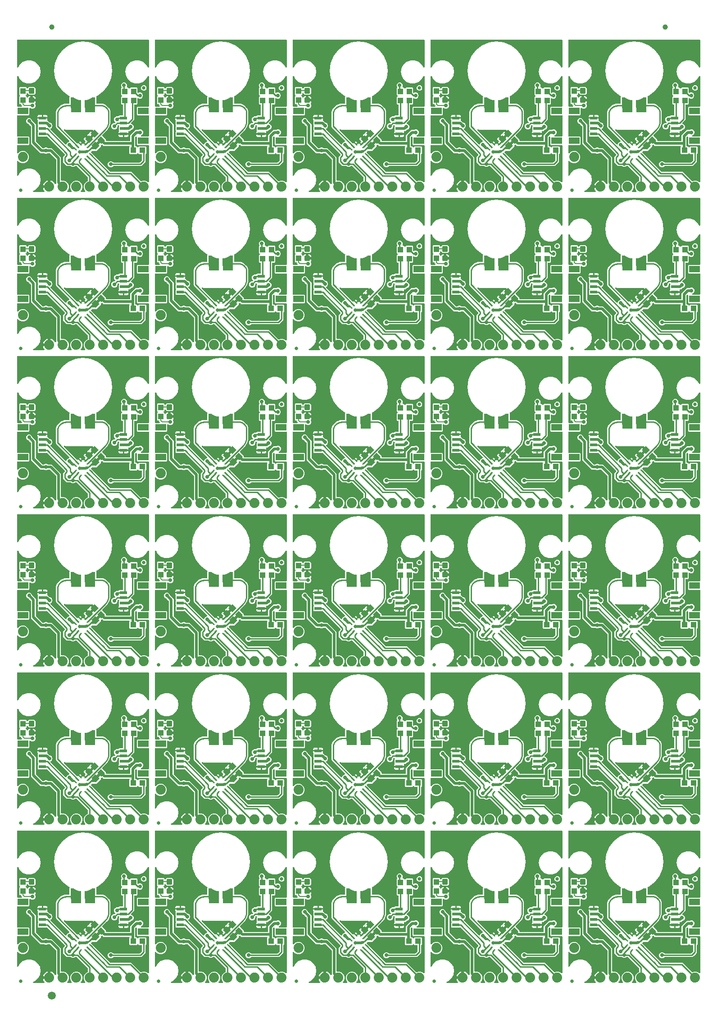
<source format=gtl>
G04 EAGLE Gerber RS-274X export*
G75*
%MOMM*%
%FSLAX34Y34*%
%LPD*%
%INTop Copper*%
%IPPOS*%
%AMOC8*
5,1,8,0,0,1.08239X$1,22.5*%
G01*
%ADD10C,0.300000*%
%ADD11C,0.635000*%
%ADD12R,2.000000X1.200000*%
%ADD13R,1.350000X0.600000*%
%ADD14C,1.879600*%
%ADD15R,1.000000X1.100000*%
%ADD16R,0.250000X0.500000*%
%ADD17R,1.950000X1.950000*%
%ADD18R,1.100000X1.000000*%
%ADD19C,1.000000*%
%ADD20C,1.500000*%
%ADD21C,0.736600*%
%ADD22C,0.254000*%
%ADD23C,0.203200*%
%ADD24C,0.660400*%
%ADD25C,0.508000*%
%ADD26C,0.381000*%

G36*
X830543Y1191774D02*
X830543Y1191774D01*
X830583Y1191771D01*
X830701Y1191794D01*
X830819Y1191809D01*
X830857Y1191823D01*
X830896Y1191831D01*
X831004Y1191882D01*
X831115Y1191926D01*
X831147Y1191949D01*
X831183Y1191966D01*
X831276Y1192042D01*
X831373Y1192112D01*
X831398Y1192143D01*
X831429Y1192168D01*
X831499Y1192265D01*
X831575Y1192357D01*
X831592Y1192393D01*
X831616Y1192426D01*
X831660Y1192537D01*
X831711Y1192645D01*
X831718Y1192684D01*
X831733Y1192721D01*
X831748Y1192840D01*
X831771Y1192957D01*
X831768Y1192997D01*
X831773Y1193037D01*
X831758Y1193155D01*
X831751Y1193275D01*
X831739Y1193313D01*
X831734Y1193352D01*
X831690Y1193463D01*
X831653Y1193577D01*
X831632Y1193611D01*
X831617Y1193648D01*
X831531Y1193784D01*
X830529Y1195163D01*
X829676Y1196837D01*
X829095Y1198624D01*
X829055Y1198881D01*
X839470Y1198881D01*
X839588Y1198896D01*
X839707Y1198903D01*
X839745Y1198916D01*
X839785Y1198921D01*
X839896Y1198964D01*
X840009Y1199001D01*
X840043Y1199023D01*
X840081Y1199038D01*
X840177Y1199108D01*
X840278Y1199171D01*
X840306Y1199201D01*
X840338Y1199224D01*
X840414Y1199316D01*
X840496Y1199403D01*
X840515Y1199438D01*
X840541Y1199469D01*
X840592Y1199577D01*
X840649Y1199681D01*
X840660Y1199721D01*
X840677Y1199757D01*
X840699Y1199874D01*
X840729Y1199989D01*
X840733Y1200050D01*
X840737Y1200070D01*
X840735Y1200090D01*
X840739Y1200150D01*
X840739Y1201421D01*
X842010Y1201421D01*
X842128Y1201436D01*
X842247Y1201443D01*
X842285Y1201456D01*
X842325Y1201461D01*
X842436Y1201505D01*
X842549Y1201541D01*
X842584Y1201563D01*
X842621Y1201578D01*
X842717Y1201648D01*
X842818Y1201711D01*
X842846Y1201741D01*
X842879Y1201765D01*
X842954Y1201856D01*
X843036Y1201943D01*
X843056Y1201978D01*
X843081Y1202010D01*
X843132Y1202117D01*
X843190Y1202222D01*
X843200Y1202261D01*
X843217Y1202297D01*
X843239Y1202414D01*
X843269Y1202529D01*
X843273Y1202590D01*
X843277Y1202610D01*
X843275Y1202630D01*
X843279Y1202690D01*
X843279Y1213105D01*
X843536Y1213065D01*
X845323Y1212484D01*
X846997Y1211631D01*
X848518Y1210526D01*
X849846Y1209198D01*
X850951Y1207677D01*
X851293Y1207006D01*
X851304Y1206989D01*
X851312Y1206971D01*
X851393Y1206858D01*
X851472Y1206743D01*
X851487Y1206729D01*
X851498Y1206713D01*
X851606Y1206624D01*
X851710Y1206532D01*
X851728Y1206523D01*
X851743Y1206511D01*
X851869Y1206451D01*
X851994Y1206388D01*
X852013Y1206383D01*
X852031Y1206375D01*
X852168Y1206349D01*
X852304Y1206318D01*
X852324Y1206319D01*
X852344Y1206315D01*
X852483Y1206324D01*
X852622Y1206328D01*
X852641Y1206334D01*
X852661Y1206335D01*
X852793Y1206378D01*
X852927Y1206417D01*
X852945Y1206427D01*
X852963Y1206433D01*
X853081Y1206507D01*
X853201Y1206578D01*
X853215Y1206593D01*
X853232Y1206603D01*
X853328Y1206705D01*
X853426Y1206803D01*
X853436Y1206820D01*
X853450Y1206835D01*
X853517Y1206957D01*
X853588Y1207077D01*
X853594Y1207096D01*
X853604Y1207113D01*
X853638Y1207248D01*
X853677Y1207382D01*
X853678Y1207402D01*
X853683Y1207421D01*
X853693Y1207582D01*
X853693Y1252194D01*
X853681Y1252292D01*
X853678Y1252392D01*
X853661Y1252450D01*
X853653Y1252510D01*
X853617Y1252602D01*
X853589Y1252697D01*
X853559Y1252749D01*
X853536Y1252806D01*
X853478Y1252886D01*
X853428Y1252971D01*
X853362Y1253046D01*
X853350Y1253063D01*
X853340Y1253071D01*
X853322Y1253092D01*
X842066Y1264348D01*
X841987Y1264408D01*
X841915Y1264476D01*
X841862Y1264505D01*
X841814Y1264543D01*
X841723Y1264582D01*
X841637Y1264630D01*
X841578Y1264645D01*
X841523Y1264669D01*
X841425Y1264684D01*
X841329Y1264709D01*
X841229Y1264715D01*
X841209Y1264719D01*
X841196Y1264718D01*
X841168Y1264719D01*
X838480Y1264719D01*
X838382Y1264707D01*
X838283Y1264704D01*
X838225Y1264687D01*
X838165Y1264679D01*
X838073Y1264643D01*
X837977Y1264615D01*
X837925Y1264585D01*
X837869Y1264562D01*
X837789Y1264504D01*
X837713Y1264459D01*
X835581Y1263576D01*
X833307Y1263576D01*
X831171Y1264461D01*
X831155Y1264476D01*
X831102Y1264505D01*
X831054Y1264542D01*
X830963Y1264582D01*
X830876Y1264630D01*
X830818Y1264645D01*
X830762Y1264669D01*
X830664Y1264684D01*
X830569Y1264709D01*
X830469Y1264715D01*
X830448Y1264719D01*
X830436Y1264718D01*
X830408Y1264719D01*
X824060Y1264719D01*
X806449Y1282330D01*
X806449Y1314316D01*
X806437Y1314414D01*
X806434Y1314513D01*
X806417Y1314572D01*
X806409Y1314632D01*
X806373Y1314724D01*
X806345Y1314819D01*
X806315Y1314871D01*
X806292Y1314927D01*
X806234Y1315007D01*
X806184Y1315093D01*
X806118Y1315168D01*
X806106Y1315185D01*
X806096Y1315193D01*
X806078Y1315214D01*
X802515Y1318777D01*
X802436Y1318837D01*
X802364Y1318905D01*
X802311Y1318934D01*
X802263Y1318971D01*
X802172Y1319011D01*
X802086Y1319059D01*
X802027Y1319074D01*
X801972Y1319098D01*
X801874Y1319113D01*
X801788Y1319135D01*
X799656Y1320018D01*
X798048Y1321626D01*
X797178Y1323727D01*
X797178Y1326001D01*
X798048Y1328102D01*
X799656Y1329710D01*
X801757Y1330580D01*
X804031Y1330580D01*
X806132Y1329710D01*
X807740Y1328102D01*
X808624Y1325965D01*
X808625Y1325944D01*
X808642Y1325885D01*
X808650Y1325825D01*
X808686Y1325733D01*
X808714Y1325638D01*
X808744Y1325586D01*
X808767Y1325530D01*
X808825Y1325450D01*
X808875Y1325364D01*
X808942Y1325289D01*
X808953Y1325272D01*
X808963Y1325264D01*
X808981Y1325243D01*
X815595Y1318630D01*
X815595Y1286644D01*
X815607Y1286546D01*
X815610Y1286447D01*
X815627Y1286388D01*
X815635Y1286328D01*
X815671Y1286236D01*
X815699Y1286141D01*
X815729Y1286089D01*
X815752Y1286033D01*
X815810Y1285953D01*
X815860Y1285867D01*
X815926Y1285792D01*
X815938Y1285775D01*
X815948Y1285767D01*
X815966Y1285746D01*
X827476Y1274237D01*
X827555Y1274176D01*
X827627Y1274108D01*
X827680Y1274079D01*
X827728Y1274042D01*
X827819Y1274002D01*
X827905Y1273954D01*
X827964Y1273939D01*
X828019Y1273915D01*
X828117Y1273900D01*
X828213Y1273875D01*
X828313Y1273869D01*
X828333Y1273865D01*
X828346Y1273867D01*
X828374Y1273865D01*
X830408Y1273865D01*
X830506Y1273877D01*
X830605Y1273880D01*
X830663Y1273897D01*
X830723Y1273905D01*
X830816Y1273941D01*
X830911Y1273969D01*
X830963Y1273999D01*
X831019Y1274022D01*
X831099Y1274080D01*
X831175Y1274125D01*
X833307Y1275008D01*
X835581Y1275008D01*
X837717Y1274123D01*
X837733Y1274108D01*
X837786Y1274079D01*
X837834Y1274042D01*
X837925Y1274002D01*
X838012Y1273954D01*
X838070Y1273939D01*
X838126Y1273915D01*
X838224Y1273900D01*
X838320Y1273875D01*
X838420Y1273869D01*
X838440Y1273865D01*
X838452Y1273867D01*
X838480Y1273865D01*
X845482Y1273865D01*
X862839Y1256508D01*
X862839Y1214120D01*
X862854Y1214002D01*
X862861Y1213883D01*
X862874Y1213845D01*
X862879Y1213804D01*
X862922Y1213694D01*
X862959Y1213581D01*
X862981Y1213546D01*
X862996Y1213509D01*
X863065Y1213413D01*
X863129Y1213312D01*
X863159Y1213284D01*
X863182Y1213251D01*
X863274Y1213175D01*
X863361Y1213094D01*
X863396Y1213074D01*
X863427Y1213049D01*
X863535Y1212998D01*
X863639Y1212940D01*
X863679Y1212930D01*
X863715Y1212913D01*
X863832Y1212891D01*
X863947Y1212861D01*
X864007Y1212857D01*
X864027Y1212853D01*
X864048Y1212855D01*
X864108Y1212851D01*
X868414Y1212851D01*
X872615Y1211111D01*
X875831Y1207895D01*
X877571Y1203694D01*
X877571Y1199146D01*
X875831Y1194945D01*
X874821Y1193935D01*
X874736Y1193826D01*
X874647Y1193719D01*
X874638Y1193700D01*
X874626Y1193684D01*
X874571Y1193557D01*
X874512Y1193431D01*
X874508Y1193411D01*
X874500Y1193392D01*
X874478Y1193254D01*
X874452Y1193118D01*
X874453Y1193098D01*
X874450Y1193078D01*
X874463Y1192939D01*
X874472Y1192801D01*
X874478Y1192782D01*
X874480Y1192762D01*
X874527Y1192630D01*
X874570Y1192499D01*
X874580Y1192481D01*
X874587Y1192462D01*
X874665Y1192347D01*
X874740Y1192230D01*
X874754Y1192216D01*
X874766Y1192199D01*
X874870Y1192107D01*
X874971Y1192012D01*
X874989Y1192002D01*
X875004Y1191989D01*
X875128Y1191926D01*
X875250Y1191858D01*
X875269Y1191853D01*
X875287Y1191844D01*
X875423Y1191814D01*
X875558Y1191779D01*
X875586Y1191777D01*
X875598Y1191774D01*
X875618Y1191775D01*
X875718Y1191769D01*
X881962Y1191769D01*
X882100Y1191786D01*
X882238Y1191799D01*
X882257Y1191806D01*
X882277Y1191809D01*
X882406Y1191860D01*
X882537Y1191907D01*
X882554Y1191918D01*
X882573Y1191926D01*
X882685Y1192007D01*
X882800Y1192085D01*
X882814Y1192101D01*
X882830Y1192112D01*
X882919Y1192220D01*
X883011Y1192324D01*
X883020Y1192342D01*
X883033Y1192357D01*
X883092Y1192483D01*
X883155Y1192607D01*
X883160Y1192627D01*
X883168Y1192645D01*
X883195Y1192782D01*
X883225Y1192917D01*
X883224Y1192938D01*
X883228Y1192957D01*
X883220Y1193096D01*
X883215Y1193235D01*
X883210Y1193255D01*
X883208Y1193275D01*
X883166Y1193407D01*
X883127Y1193541D01*
X883117Y1193558D01*
X883110Y1193577D01*
X883036Y1193695D01*
X882965Y1193815D01*
X882947Y1193836D01*
X882940Y1193846D01*
X882925Y1193860D01*
X882859Y1193935D01*
X881849Y1194945D01*
X880109Y1199146D01*
X880109Y1203694D01*
X881849Y1207895D01*
X885065Y1211111D01*
X889266Y1212851D01*
X893814Y1212851D01*
X898015Y1211111D01*
X901231Y1207895D01*
X902971Y1203694D01*
X902971Y1199146D01*
X901231Y1194945D01*
X900221Y1193935D01*
X900136Y1193826D01*
X900047Y1193719D01*
X900038Y1193700D01*
X900026Y1193684D01*
X899971Y1193557D01*
X899912Y1193431D01*
X899908Y1193411D01*
X899900Y1193392D01*
X899878Y1193254D01*
X899852Y1193118D01*
X899853Y1193098D01*
X899850Y1193078D01*
X899863Y1192939D01*
X899872Y1192801D01*
X899878Y1192782D01*
X899880Y1192762D01*
X899927Y1192630D01*
X899970Y1192499D01*
X899980Y1192481D01*
X899987Y1192462D01*
X900065Y1192347D01*
X900140Y1192230D01*
X900154Y1192216D01*
X900166Y1192199D01*
X900270Y1192107D01*
X900371Y1192012D01*
X900389Y1192002D01*
X900404Y1191989D01*
X900528Y1191926D01*
X900650Y1191858D01*
X900669Y1191853D01*
X900687Y1191844D01*
X900823Y1191814D01*
X900958Y1191779D01*
X900986Y1191777D01*
X900998Y1191774D01*
X901018Y1191775D01*
X901118Y1191769D01*
X907362Y1191769D01*
X907500Y1191786D01*
X907638Y1191799D01*
X907657Y1191806D01*
X907677Y1191809D01*
X907806Y1191860D01*
X907937Y1191907D01*
X907954Y1191918D01*
X907973Y1191926D01*
X908085Y1192007D01*
X908200Y1192085D01*
X908214Y1192101D01*
X908230Y1192112D01*
X908319Y1192220D01*
X908411Y1192324D01*
X908420Y1192342D01*
X908433Y1192357D01*
X908492Y1192483D01*
X908555Y1192607D01*
X908560Y1192627D01*
X908568Y1192645D01*
X908595Y1192782D01*
X908625Y1192917D01*
X908624Y1192938D01*
X908628Y1192957D01*
X908620Y1193096D01*
X908615Y1193235D01*
X908610Y1193255D01*
X908608Y1193275D01*
X908566Y1193407D01*
X908527Y1193541D01*
X908517Y1193558D01*
X908510Y1193577D01*
X908436Y1193695D01*
X908365Y1193815D01*
X908347Y1193836D01*
X908340Y1193846D01*
X908325Y1193860D01*
X908259Y1193935D01*
X907249Y1194945D01*
X905509Y1199146D01*
X905509Y1203694D01*
X907249Y1207895D01*
X910465Y1211111D01*
X912854Y1212100D01*
X912879Y1212115D01*
X912907Y1212124D01*
X913017Y1212193D01*
X913130Y1212257D01*
X913151Y1212278D01*
X913176Y1212294D01*
X913265Y1212388D01*
X913358Y1212479D01*
X913374Y1212504D01*
X913394Y1212525D01*
X913457Y1212639D01*
X913525Y1212750D01*
X913533Y1212778D01*
X913548Y1212804D01*
X913580Y1212930D01*
X913618Y1213054D01*
X913620Y1213083D01*
X913627Y1213112D01*
X913637Y1213273D01*
X913637Y1218820D01*
X913625Y1218918D01*
X913622Y1219017D01*
X913605Y1219075D01*
X913597Y1219135D01*
X913561Y1219227D01*
X913533Y1219322D01*
X913503Y1219374D01*
X913480Y1219431D01*
X913422Y1219511D01*
X913372Y1219596D01*
X913306Y1219672D01*
X913294Y1219688D01*
X913284Y1219696D01*
X913266Y1219717D01*
X892438Y1240545D01*
X892360Y1240605D01*
X892288Y1240673D01*
X892235Y1240702D01*
X892187Y1240739D01*
X892096Y1240779D01*
X892009Y1240827D01*
X891951Y1240842D01*
X891895Y1240866D01*
X891797Y1240881D01*
X891701Y1240906D01*
X891601Y1240912D01*
X891581Y1240916D01*
X891569Y1240914D01*
X891541Y1240916D01*
X890877Y1240916D01*
X890779Y1240904D01*
X890680Y1240901D01*
X890622Y1240884D01*
X890562Y1240876D01*
X890470Y1240840D01*
X890375Y1240812D01*
X890322Y1240782D01*
X890266Y1240759D01*
X890186Y1240701D01*
X890101Y1240651D01*
X890025Y1240585D01*
X890009Y1240573D01*
X890001Y1240563D01*
X889980Y1240545D01*
X888809Y1239373D01*
X886708Y1238503D01*
X884434Y1238503D01*
X882333Y1239373D01*
X881162Y1240545D01*
X881084Y1240605D01*
X881012Y1240673D01*
X880959Y1240702D01*
X880911Y1240739D01*
X880820Y1240779D01*
X880733Y1240827D01*
X880675Y1240842D01*
X880619Y1240866D01*
X880521Y1240881D01*
X880425Y1240906D01*
X880325Y1240912D01*
X880305Y1240916D01*
X880293Y1240914D01*
X880265Y1240916D01*
X873414Y1240916D01*
X871108Y1243222D01*
X871107Y1243223D01*
X866647Y1247683D01*
X866647Y1257668D01*
X869891Y1260912D01*
X869952Y1260991D01*
X870020Y1261063D01*
X870049Y1261116D01*
X870086Y1261164D01*
X870126Y1261254D01*
X870174Y1261341D01*
X870189Y1261400D01*
X870213Y1261455D01*
X870228Y1261553D01*
X870253Y1261649D01*
X870259Y1261749D01*
X870263Y1261769D01*
X870261Y1261782D01*
X870263Y1261810D01*
X870263Y1261950D01*
X870251Y1262048D01*
X870248Y1262147D01*
X870231Y1262206D01*
X870223Y1262266D01*
X870187Y1262358D01*
X870159Y1262453D01*
X870129Y1262505D01*
X870106Y1262561D01*
X870048Y1262642D01*
X869998Y1262727D01*
X869931Y1262802D01*
X869919Y1262819D01*
X869910Y1262827D01*
X869891Y1262848D01*
X837239Y1295500D01*
X837152Y1295567D01*
X837113Y1295604D01*
X837104Y1295609D01*
X837056Y1295652D01*
X837020Y1295670D01*
X836988Y1295695D01*
X836879Y1295742D01*
X836773Y1295796D01*
X836734Y1295805D01*
X836696Y1295821D01*
X836579Y1295840D01*
X836463Y1295866D01*
X836422Y1295865D01*
X836382Y1295871D01*
X836264Y1295860D01*
X836145Y1295856D01*
X836106Y1295845D01*
X836066Y1295841D01*
X835953Y1295801D01*
X835839Y1295768D01*
X835804Y1295747D01*
X835766Y1295733D01*
X835698Y1295687D01*
X820448Y1295687D01*
X819257Y1296878D01*
X819257Y1304562D01*
X819518Y1304823D01*
X819591Y1304917D01*
X819670Y1305006D01*
X819688Y1305042D01*
X819713Y1305074D01*
X819760Y1305183D01*
X819814Y1305289D01*
X819823Y1305328D01*
X819839Y1305366D01*
X819858Y1305483D01*
X819884Y1305599D01*
X819883Y1305640D01*
X819889Y1305680D01*
X819878Y1305799D01*
X819874Y1305917D01*
X819863Y1305956D01*
X819859Y1305996D01*
X819819Y1306109D01*
X819786Y1306223D01*
X819765Y1306258D01*
X819752Y1306296D01*
X819685Y1306394D01*
X819624Y1306497D01*
X819584Y1306542D01*
X819573Y1306559D01*
X819558Y1306572D01*
X819518Y1306618D01*
X819257Y1306878D01*
X819257Y1314562D01*
X819518Y1314823D01*
X819591Y1314917D01*
X819670Y1315006D01*
X819688Y1315042D01*
X819713Y1315074D01*
X819760Y1315183D01*
X819814Y1315289D01*
X819823Y1315328D01*
X819839Y1315366D01*
X819858Y1315483D01*
X819884Y1315599D01*
X819883Y1315640D01*
X819889Y1315680D01*
X819878Y1315799D01*
X819874Y1315917D01*
X819863Y1315956D01*
X819859Y1315996D01*
X819819Y1316109D01*
X819786Y1316223D01*
X819765Y1316258D01*
X819752Y1316296D01*
X819685Y1316394D01*
X819624Y1316497D01*
X819584Y1316542D01*
X819573Y1316559D01*
X819558Y1316572D01*
X819518Y1316618D01*
X819257Y1316878D01*
X819257Y1324587D01*
X819311Y1324647D01*
X819329Y1324683D01*
X819354Y1324715D01*
X819401Y1324824D01*
X819455Y1324931D01*
X819464Y1324970D01*
X819480Y1325006D01*
X819499Y1325124D01*
X819525Y1325241D01*
X819523Y1325281D01*
X819530Y1325320D01*
X819519Y1325439D01*
X819515Y1325559D01*
X819504Y1325597D01*
X819500Y1325637D01*
X819460Y1325749D01*
X819426Y1325864D01*
X819406Y1325899D01*
X819392Y1325936D01*
X819345Y1326006D01*
X819340Y1326015D01*
X818922Y1326739D01*
X818749Y1327386D01*
X818749Y1329221D01*
X827810Y1329221D01*
X827928Y1329236D01*
X828047Y1329243D01*
X828054Y1329245D01*
X828110Y1329231D01*
X828170Y1329227D01*
X828190Y1329223D01*
X828210Y1329225D01*
X828270Y1329221D01*
X837331Y1329221D01*
X837331Y1327386D01*
X837198Y1326891D01*
X837181Y1326766D01*
X837157Y1326642D01*
X837159Y1326609D01*
X837155Y1326575D01*
X837169Y1326450D01*
X837177Y1326325D01*
X837188Y1326293D01*
X837191Y1326260D01*
X837237Y1326142D01*
X837275Y1326023D01*
X837293Y1325994D01*
X837305Y1325963D01*
X837378Y1325860D01*
X837445Y1325754D01*
X837470Y1325731D01*
X837489Y1325703D01*
X837585Y1325622D01*
X837677Y1325536D01*
X837706Y1325520D01*
X837732Y1325498D01*
X837845Y1325443D01*
X837955Y1325382D01*
X837988Y1325374D01*
X838018Y1325359D01*
X838142Y1325334D01*
X838232Y1325311D01*
X841427Y1322116D01*
X841506Y1322055D01*
X841578Y1321987D01*
X841631Y1321958D01*
X841679Y1321921D01*
X841770Y1321881D01*
X841856Y1321833D01*
X841915Y1321818D01*
X841971Y1321794D01*
X842068Y1321779D01*
X842154Y1321757D01*
X844286Y1320874D01*
X845894Y1319266D01*
X846764Y1317165D01*
X846764Y1314891D01*
X845894Y1312790D01*
X844286Y1311182D01*
X843749Y1310960D01*
X843706Y1310936D01*
X843659Y1310919D01*
X843569Y1310857D01*
X843473Y1310803D01*
X843437Y1310768D01*
X843396Y1310740D01*
X843324Y1310658D01*
X843245Y1310581D01*
X843219Y1310539D01*
X843186Y1310502D01*
X843136Y1310404D01*
X843078Y1310310D01*
X843064Y1310263D01*
X843041Y1310219D01*
X843017Y1310111D01*
X842985Y1310006D01*
X842982Y1309957D01*
X842972Y1309908D01*
X842975Y1309798D01*
X842970Y1309689D01*
X842980Y1309640D01*
X842981Y1309590D01*
X843012Y1309485D01*
X843034Y1309377D01*
X843056Y1309333D01*
X843070Y1309285D01*
X843126Y1309190D01*
X843174Y1309092D01*
X843206Y1309054D01*
X843231Y1309011D01*
X843338Y1308890D01*
X871139Y1281089D01*
X871178Y1281059D01*
X871211Y1281022D01*
X871303Y1280962D01*
X871390Y1280894D01*
X871436Y1280874D01*
X871477Y1280847D01*
X871581Y1280812D01*
X871682Y1280768D01*
X871731Y1280760D01*
X871778Y1280744D01*
X871887Y1280735D01*
X871996Y1280718D01*
X872045Y1280723D01*
X872095Y1280719D01*
X872203Y1280737D01*
X872312Y1280748D01*
X872359Y1280765D01*
X872408Y1280773D01*
X872508Y1280818D01*
X872612Y1280855D01*
X872653Y1280883D01*
X872698Y1280904D01*
X872784Y1280972D01*
X872875Y1281034D01*
X872908Y1281071D01*
X872947Y1281102D01*
X873013Y1281190D01*
X873085Y1281272D01*
X873108Y1281317D01*
X873138Y1281356D01*
X873209Y1281501D01*
X873994Y1283398D01*
X875602Y1285006D01*
X877720Y1285883D01*
X877803Y1285893D01*
X877941Y1285906D01*
X877960Y1285913D01*
X877980Y1285916D01*
X878109Y1285967D01*
X878241Y1286014D01*
X878257Y1286025D01*
X878276Y1286033D01*
X878388Y1286114D01*
X878504Y1286192D01*
X878517Y1286208D01*
X878534Y1286219D01*
X878622Y1286327D01*
X878714Y1286431D01*
X878723Y1286449D01*
X878736Y1286464D01*
X878795Y1286590D01*
X878859Y1286714D01*
X878863Y1286734D01*
X878872Y1286752D01*
X878898Y1286888D01*
X878928Y1287024D01*
X878928Y1287045D01*
X878932Y1287064D01*
X878923Y1287203D01*
X878919Y1287342D01*
X878913Y1287362D01*
X878912Y1287382D01*
X878869Y1287514D01*
X878830Y1287648D01*
X878820Y1287665D01*
X878814Y1287684D01*
X878740Y1287802D01*
X878669Y1287922D01*
X878650Y1287943D01*
X878644Y1287953D01*
X878629Y1287967D01*
X878562Y1288042D01*
X853826Y1312779D01*
X853745Y1312860D01*
X853745Y1312973D01*
X853744Y1312982D01*
X853745Y1312992D01*
X853724Y1313140D01*
X853705Y1313289D01*
X853702Y1313298D01*
X853701Y1313307D01*
X853649Y1313459D01*
X853593Y1313594D01*
X853588Y1313602D01*
X853586Y1313611D01*
X853510Y1313740D01*
X853435Y1313870D01*
X853429Y1313877D01*
X853424Y1313885D01*
X853318Y1314006D01*
X853237Y1314086D01*
X853237Y1341945D01*
X855813Y1348164D01*
X856854Y1349204D01*
X857385Y1349736D01*
X857386Y1349736D01*
X858724Y1351075D01*
X858725Y1351075D01*
X861581Y1353931D01*
X869044Y1357023D01*
X877688Y1357023D01*
X877806Y1357038D01*
X877925Y1357045D01*
X877963Y1357058D01*
X878004Y1357063D01*
X878114Y1357106D01*
X878227Y1357143D01*
X878262Y1357165D01*
X878299Y1357180D01*
X878395Y1357249D01*
X878496Y1357313D01*
X878524Y1357343D01*
X878557Y1357366D01*
X878633Y1357458D01*
X878714Y1357545D01*
X878734Y1357580D01*
X878759Y1357611D01*
X878810Y1357719D01*
X878868Y1357823D01*
X878878Y1357863D01*
X878895Y1357899D01*
X878917Y1358016D01*
X878947Y1358131D01*
X878951Y1358191D01*
X878955Y1358211D01*
X878953Y1358232D01*
X878957Y1358292D01*
X878957Y1369903D01*
X879024Y1369988D01*
X879043Y1370034D01*
X879071Y1370075D01*
X879106Y1370179D01*
X879150Y1370280D01*
X879158Y1370329D01*
X879174Y1370376D01*
X879183Y1370486D01*
X879200Y1370594D01*
X879195Y1370644D01*
X879199Y1370693D01*
X879180Y1370802D01*
X879170Y1370911D01*
X879153Y1370958D01*
X879145Y1371007D01*
X879100Y1371107D01*
X879063Y1371210D01*
X879035Y1371251D01*
X879014Y1371297D01*
X878946Y1371382D01*
X878884Y1371473D01*
X878847Y1371506D01*
X878816Y1371545D01*
X878728Y1371611D01*
X878646Y1371684D01*
X878601Y1371706D01*
X878562Y1371736D01*
X878417Y1371807D01*
X876979Y1372403D01*
X865687Y1381067D01*
X857023Y1392359D01*
X851576Y1405509D01*
X849718Y1419620D01*
X851576Y1433731D01*
X857023Y1446881D01*
X865687Y1458173D01*
X876979Y1466837D01*
X890129Y1472284D01*
X904240Y1474142D01*
X918351Y1472284D01*
X931501Y1466837D01*
X942793Y1458173D01*
X951457Y1446881D01*
X956904Y1433731D01*
X958762Y1419620D01*
X956904Y1405509D01*
X951457Y1392359D01*
X942793Y1381067D01*
X931501Y1372403D01*
X929780Y1371690D01*
X929737Y1371665D01*
X929690Y1371649D01*
X929599Y1371587D01*
X929504Y1371532D01*
X929468Y1371498D01*
X929427Y1371470D01*
X929354Y1371388D01*
X929276Y1371311D01*
X929250Y1371269D01*
X929217Y1371232D01*
X929167Y1371134D01*
X929109Y1371040D01*
X929095Y1370993D01*
X929072Y1370948D01*
X929048Y1370841D01*
X929016Y1370736D01*
X929013Y1370687D01*
X929002Y1370638D01*
X929006Y1370528D01*
X929000Y1370418D01*
X929011Y1370370D01*
X929012Y1370320D01*
X929023Y1370283D01*
X929023Y1362138D01*
X929035Y1362039D01*
X929038Y1361940D01*
X929055Y1361882D01*
X929063Y1361822D01*
X929099Y1361730D01*
X929123Y1361648D01*
X929123Y1358292D01*
X929138Y1358174D01*
X929145Y1358055D01*
X929158Y1358017D01*
X929163Y1357976D01*
X929206Y1357866D01*
X929243Y1357753D01*
X929265Y1357718D01*
X929280Y1357681D01*
X929349Y1357585D01*
X929413Y1357484D01*
X929443Y1357456D01*
X929466Y1357423D01*
X929558Y1357347D01*
X929645Y1357266D01*
X929680Y1357246D01*
X929711Y1357221D01*
X929819Y1357170D01*
X929923Y1357112D01*
X929963Y1357102D01*
X929999Y1357085D01*
X930116Y1357063D01*
X930231Y1357033D01*
X930291Y1357029D01*
X930311Y1357025D01*
X930332Y1357027D01*
X930392Y1357023D01*
X942301Y1357023D01*
X947284Y1354959D01*
X947852Y1354390D01*
X947853Y1354390D01*
X949064Y1353179D01*
X949191Y1353052D01*
X949191Y1353051D01*
X950392Y1351850D01*
X951731Y1350512D01*
X951731Y1350511D01*
X952006Y1350237D01*
X953070Y1349173D01*
X953070Y1349172D01*
X953562Y1348681D01*
X955543Y1343898D01*
X955543Y1320858D01*
X953904Y1314742D01*
X950738Y1309259D01*
X947161Y1305681D01*
X940352Y1298873D01*
X940279Y1298778D01*
X940200Y1298689D01*
X940182Y1298653D01*
X940157Y1298621D01*
X940110Y1298512D01*
X940056Y1298406D01*
X940047Y1298367D01*
X940031Y1298329D01*
X940012Y1298212D01*
X939986Y1298096D01*
X939987Y1298055D01*
X939981Y1298015D01*
X939992Y1297897D01*
X939996Y1297778D01*
X940007Y1297739D01*
X940011Y1297699D01*
X940051Y1297587D01*
X940084Y1297472D01*
X940105Y1297438D01*
X940118Y1297399D01*
X940185Y1297301D01*
X940246Y1297198D01*
X940286Y1297153D01*
X940297Y1297136D01*
X940312Y1297123D01*
X940352Y1297078D01*
X947516Y1289914D01*
X947516Y1288368D01*
X947531Y1288250D01*
X947538Y1288131D01*
X947551Y1288093D01*
X947556Y1288052D01*
X947599Y1287942D01*
X947636Y1287829D01*
X947658Y1287794D01*
X947673Y1287757D01*
X947742Y1287661D01*
X947806Y1287560D01*
X947836Y1287532D01*
X947859Y1287499D01*
X947951Y1287423D01*
X948038Y1287342D01*
X948073Y1287322D01*
X948104Y1287297D01*
X948212Y1287246D01*
X948316Y1287188D01*
X948356Y1287178D01*
X948392Y1287161D01*
X948509Y1287139D01*
X948624Y1287109D01*
X948684Y1287105D01*
X948704Y1287101D01*
X948725Y1287103D01*
X948785Y1287099D01*
X991972Y1287099D01*
X992090Y1287114D01*
X992208Y1287121D01*
X992247Y1287134D01*
X992287Y1287139D01*
X992398Y1287182D01*
X992511Y1287219D01*
X992545Y1287241D01*
X992583Y1287256D01*
X992679Y1287325D01*
X992780Y1287389D01*
X992807Y1287419D01*
X992840Y1287442D01*
X992916Y1287534D01*
X992998Y1287621D01*
X993017Y1287656D01*
X993043Y1287687D01*
X993094Y1287795D01*
X993151Y1287899D01*
X993161Y1287939D01*
X993178Y1287975D01*
X993201Y1288092D01*
X993231Y1288207D01*
X993234Y1288267D01*
X993238Y1288287D01*
X993237Y1288308D01*
X993241Y1288368D01*
X993241Y1298564D01*
X996291Y1301614D01*
X999727Y1305050D01*
X1002777Y1308101D01*
X1007794Y1308101D01*
X1007892Y1308113D01*
X1007991Y1308116D01*
X1008049Y1308133D01*
X1008109Y1308141D01*
X1008201Y1308177D01*
X1008296Y1308205D01*
X1008349Y1308235D01*
X1008405Y1308258D01*
X1008485Y1308316D01*
X1008561Y1308361D01*
X1010693Y1309244D01*
X1012967Y1309244D01*
X1015068Y1308374D01*
X1016676Y1306766D01*
X1017546Y1304665D01*
X1017546Y1302391D01*
X1016676Y1300290D01*
X1015068Y1298682D01*
X1013890Y1298195D01*
X1013829Y1298160D01*
X1013764Y1298134D01*
X1013692Y1298082D01*
X1013614Y1298037D01*
X1013564Y1297989D01*
X1013507Y1297948D01*
X1013450Y1297878D01*
X1013385Y1297816D01*
X1013349Y1297756D01*
X1013304Y1297703D01*
X1013266Y1297621D01*
X1013219Y1297545D01*
X1013198Y1297478D01*
X1013169Y1297415D01*
X1013152Y1297327D01*
X1013125Y1297241D01*
X1013122Y1297171D01*
X1013109Y1297102D01*
X1013115Y1297013D01*
X1013110Y1296923D01*
X1013124Y1296855D01*
X1013129Y1296785D01*
X1013156Y1296700D01*
X1013175Y1296612D01*
X1013205Y1296549D01*
X1013227Y1296483D01*
X1013275Y1296407D01*
X1013314Y1296326D01*
X1013360Y1296273D01*
X1013397Y1296214D01*
X1013462Y1296152D01*
X1013521Y1296084D01*
X1013578Y1296044D01*
X1013629Y1295996D01*
X1013707Y1295953D01*
X1013781Y1295901D01*
X1013846Y1295876D01*
X1013907Y1295842D01*
X1013994Y1295820D01*
X1014078Y1295788D01*
X1014148Y1295780D01*
X1014215Y1295763D01*
X1014376Y1295753D01*
X1026922Y1295753D01*
X1027040Y1295768D01*
X1027159Y1295775D01*
X1027197Y1295788D01*
X1027238Y1295793D01*
X1027348Y1295836D01*
X1027461Y1295873D01*
X1027496Y1295895D01*
X1027533Y1295910D01*
X1027629Y1295979D01*
X1027730Y1296043D01*
X1027758Y1296073D01*
X1027791Y1296096D01*
X1027867Y1296188D01*
X1027948Y1296275D01*
X1027968Y1296310D01*
X1027993Y1296341D01*
X1028044Y1296449D01*
X1028102Y1296553D01*
X1028112Y1296593D01*
X1028129Y1296629D01*
X1028151Y1296746D01*
X1028181Y1296861D01*
X1028185Y1296921D01*
X1028189Y1296941D01*
X1028187Y1296962D01*
X1028191Y1297022D01*
X1028191Y1334418D01*
X1028176Y1334536D01*
X1028169Y1334655D01*
X1028156Y1334693D01*
X1028151Y1334734D01*
X1028108Y1334844D01*
X1028071Y1334957D01*
X1028049Y1334992D01*
X1028034Y1335029D01*
X1027965Y1335125D01*
X1027901Y1335226D01*
X1027871Y1335254D01*
X1027848Y1335287D01*
X1027756Y1335363D01*
X1027669Y1335444D01*
X1027634Y1335464D01*
X1027603Y1335489D01*
X1027495Y1335540D01*
X1027391Y1335598D01*
X1027351Y1335608D01*
X1027315Y1335625D01*
X1027198Y1335647D01*
X1027083Y1335677D01*
X1027023Y1335681D01*
X1027003Y1335685D01*
X1026982Y1335683D01*
X1026922Y1335687D01*
X1006348Y1335687D01*
X1005157Y1336878D01*
X1005157Y1350562D01*
X1006348Y1351753D01*
X1026922Y1351753D01*
X1027040Y1351768D01*
X1027159Y1351775D01*
X1027197Y1351788D01*
X1027238Y1351793D01*
X1027348Y1351836D01*
X1027461Y1351873D01*
X1027496Y1351895D01*
X1027533Y1351910D01*
X1027629Y1351979D01*
X1027730Y1352043D01*
X1027758Y1352073D01*
X1027791Y1352096D01*
X1027867Y1352188D01*
X1027948Y1352275D01*
X1027968Y1352310D01*
X1027993Y1352341D01*
X1028044Y1352449D01*
X1028102Y1352553D01*
X1028112Y1352593D01*
X1028129Y1352629D01*
X1028151Y1352746D01*
X1028181Y1352861D01*
X1028185Y1352921D01*
X1028189Y1352941D01*
X1028187Y1352962D01*
X1028191Y1353022D01*
X1028191Y1408115D01*
X1028173Y1408260D01*
X1028158Y1408405D01*
X1028153Y1408417D01*
X1028151Y1408431D01*
X1028098Y1408566D01*
X1028047Y1408703D01*
X1028039Y1408714D01*
X1028034Y1408726D01*
X1027949Y1408844D01*
X1027866Y1408964D01*
X1027855Y1408973D01*
X1027848Y1408984D01*
X1027736Y1409077D01*
X1027625Y1409172D01*
X1027613Y1409178D01*
X1027603Y1409187D01*
X1027471Y1409248D01*
X1027340Y1409314D01*
X1027327Y1409316D01*
X1027315Y1409322D01*
X1027173Y1409349D01*
X1027029Y1409380D01*
X1027016Y1409379D01*
X1027003Y1409382D01*
X1026858Y1409373D01*
X1026712Y1409367D01*
X1026699Y1409363D01*
X1026685Y1409362D01*
X1026547Y1409317D01*
X1026407Y1409275D01*
X1026395Y1409268D01*
X1026383Y1409264D01*
X1026260Y1409186D01*
X1026135Y1409111D01*
X1026125Y1409101D01*
X1026114Y1409094D01*
X1026014Y1408988D01*
X1025912Y1408884D01*
X1025902Y1408869D01*
X1025896Y1408862D01*
X1025888Y1408847D01*
X1025823Y1408750D01*
X1022635Y1403228D01*
X1016802Y1398333D01*
X1009647Y1395729D01*
X1002033Y1395729D01*
X994878Y1398333D01*
X989045Y1403228D01*
X985238Y1409822D01*
X983916Y1417320D01*
X985238Y1424818D01*
X989045Y1431412D01*
X994878Y1436307D01*
X1002033Y1438911D01*
X1009647Y1438911D01*
X1016802Y1436307D01*
X1022635Y1431412D01*
X1025823Y1425890D01*
X1025905Y1425781D01*
X1025911Y1425772D01*
X1025915Y1425769D01*
X1025996Y1425656D01*
X1026007Y1425648D01*
X1026015Y1425637D01*
X1026129Y1425547D01*
X1026241Y1425453D01*
X1026254Y1425448D01*
X1026264Y1425439D01*
X1026398Y1425380D01*
X1026529Y1425318D01*
X1026542Y1425315D01*
X1026555Y1425310D01*
X1026699Y1425285D01*
X1026842Y1425258D01*
X1026855Y1425259D01*
X1026868Y1425257D01*
X1027014Y1425269D01*
X1027159Y1425278D01*
X1027172Y1425282D01*
X1027185Y1425283D01*
X1027323Y1425331D01*
X1027461Y1425376D01*
X1027473Y1425383D01*
X1027486Y1425388D01*
X1027607Y1425468D01*
X1027730Y1425546D01*
X1027739Y1425556D01*
X1027751Y1425563D01*
X1027848Y1425671D01*
X1027948Y1425778D01*
X1027955Y1425790D01*
X1027964Y1425800D01*
X1028031Y1425928D01*
X1028102Y1426056D01*
X1028105Y1426069D01*
X1028111Y1426081D01*
X1028145Y1426223D01*
X1028181Y1426364D01*
X1028182Y1426382D01*
X1028184Y1426391D01*
X1028184Y1426408D01*
X1028191Y1426525D01*
X1028191Y1476502D01*
X1028176Y1476620D01*
X1028169Y1476739D01*
X1028156Y1476777D01*
X1028151Y1476818D01*
X1028108Y1476928D01*
X1028071Y1477041D01*
X1028049Y1477076D01*
X1028034Y1477113D01*
X1027965Y1477209D01*
X1027901Y1477310D01*
X1027871Y1477338D01*
X1027848Y1477371D01*
X1027756Y1477447D01*
X1027669Y1477528D01*
X1027634Y1477548D01*
X1027603Y1477573D01*
X1027495Y1477624D01*
X1027391Y1477682D01*
X1027351Y1477692D01*
X1027315Y1477709D01*
X1027198Y1477731D01*
X1027083Y1477761D01*
X1027023Y1477765D01*
X1027003Y1477769D01*
X1026982Y1477767D01*
X1026922Y1477771D01*
X781558Y1477771D01*
X781440Y1477756D01*
X781321Y1477749D01*
X781283Y1477736D01*
X781242Y1477731D01*
X781132Y1477688D01*
X781019Y1477651D01*
X780984Y1477629D01*
X780947Y1477614D01*
X780851Y1477545D01*
X780750Y1477481D01*
X780722Y1477451D01*
X780689Y1477428D01*
X780613Y1477336D01*
X780532Y1477249D01*
X780512Y1477214D01*
X780487Y1477183D01*
X780436Y1477075D01*
X780378Y1476971D01*
X780368Y1476931D01*
X780351Y1476895D01*
X780329Y1476778D01*
X780299Y1476663D01*
X780295Y1476603D01*
X780291Y1476583D01*
X780293Y1476562D01*
X780289Y1476502D01*
X780289Y1426525D01*
X780307Y1426380D01*
X780322Y1426235D01*
X780327Y1426223D01*
X780329Y1426209D01*
X780382Y1426074D01*
X780433Y1425937D01*
X780441Y1425926D01*
X780446Y1425914D01*
X780531Y1425796D01*
X780614Y1425676D01*
X780625Y1425667D01*
X780632Y1425656D01*
X780745Y1425563D01*
X780855Y1425468D01*
X780867Y1425462D01*
X780877Y1425453D01*
X781009Y1425392D01*
X781140Y1425326D01*
X781153Y1425324D01*
X781165Y1425318D01*
X781307Y1425291D01*
X781451Y1425260D01*
X781464Y1425261D01*
X781477Y1425258D01*
X781622Y1425267D01*
X781768Y1425273D01*
X781781Y1425277D01*
X781795Y1425278D01*
X781933Y1425323D01*
X782073Y1425365D01*
X782085Y1425372D01*
X782097Y1425376D01*
X782220Y1425454D01*
X782345Y1425529D01*
X782355Y1425539D01*
X782366Y1425546D01*
X782466Y1425652D01*
X782568Y1425756D01*
X782578Y1425771D01*
X782584Y1425778D01*
X782592Y1425793D01*
X782657Y1425890D01*
X785845Y1431412D01*
X791678Y1436307D01*
X798833Y1438911D01*
X806447Y1438911D01*
X813602Y1436307D01*
X819435Y1431412D01*
X823242Y1424818D01*
X824564Y1417320D01*
X823242Y1409822D01*
X819435Y1403228D01*
X813602Y1398333D01*
X806447Y1395729D01*
X798833Y1395729D01*
X791678Y1398333D01*
X785845Y1403228D01*
X782657Y1408750D01*
X782569Y1408866D01*
X782484Y1408984D01*
X782473Y1408992D01*
X782465Y1409003D01*
X782351Y1409093D01*
X782239Y1409187D01*
X782226Y1409192D01*
X782216Y1409201D01*
X782082Y1409260D01*
X781951Y1409322D01*
X781938Y1409325D01*
X781925Y1409330D01*
X781781Y1409355D01*
X781638Y1409382D01*
X781625Y1409381D01*
X781612Y1409383D01*
X781466Y1409371D01*
X781321Y1409362D01*
X781308Y1409358D01*
X781295Y1409357D01*
X781157Y1409309D01*
X781019Y1409264D01*
X781007Y1409257D01*
X780994Y1409252D01*
X780873Y1409172D01*
X780750Y1409094D01*
X780741Y1409084D01*
X780729Y1409077D01*
X780632Y1408969D01*
X780532Y1408862D01*
X780525Y1408850D01*
X780516Y1408840D01*
X780449Y1408712D01*
X780378Y1408584D01*
X780375Y1408571D01*
X780369Y1408559D01*
X780335Y1408417D01*
X780299Y1408276D01*
X780298Y1408258D01*
X780296Y1408249D01*
X780296Y1408232D01*
X780289Y1408115D01*
X780289Y1353022D01*
X780304Y1352904D01*
X780311Y1352785D01*
X780324Y1352747D01*
X780329Y1352706D01*
X780372Y1352596D01*
X780409Y1352483D01*
X780431Y1352448D01*
X780446Y1352411D01*
X780515Y1352315D01*
X780579Y1352214D01*
X780609Y1352186D01*
X780632Y1352153D01*
X780724Y1352077D01*
X780811Y1351996D01*
X780846Y1351976D01*
X780877Y1351951D01*
X780985Y1351900D01*
X781089Y1351842D01*
X781129Y1351832D01*
X781165Y1351815D01*
X781282Y1351793D01*
X781397Y1351763D01*
X781457Y1351759D01*
X781477Y1351755D01*
X781498Y1351757D01*
X781558Y1351753D01*
X788260Y1351753D01*
X788398Y1351770D01*
X788537Y1351783D01*
X788556Y1351790D01*
X788576Y1351793D01*
X788705Y1351844D01*
X788836Y1351891D01*
X788853Y1351902D01*
X788872Y1351910D01*
X788984Y1351991D01*
X789099Y1352069D01*
X789113Y1352085D01*
X789129Y1352096D01*
X789218Y1352204D01*
X789310Y1352308D01*
X789319Y1352326D01*
X789332Y1352341D01*
X789391Y1352467D01*
X789454Y1352591D01*
X789459Y1352611D01*
X789467Y1352629D01*
X789493Y1352766D01*
X789524Y1352901D01*
X789523Y1352922D01*
X789527Y1352941D01*
X789519Y1353080D01*
X789514Y1353219D01*
X789509Y1353239D01*
X789507Y1353259D01*
X789465Y1353391D01*
X789426Y1353525D01*
X789416Y1353542D01*
X789409Y1353561D01*
X789335Y1353679D01*
X789264Y1353799D01*
X789246Y1353820D01*
X789239Y1353830D01*
X789224Y1353844D01*
X789158Y1353919D01*
X788161Y1354916D01*
X788161Y1355178D01*
X788146Y1355296D01*
X788139Y1355415D01*
X788126Y1355453D01*
X788121Y1355494D01*
X788078Y1355604D01*
X788041Y1355717D01*
X788019Y1355752D01*
X788004Y1355789D01*
X787935Y1355885D01*
X787871Y1355986D01*
X787841Y1356014D01*
X787818Y1356047D01*
X787726Y1356123D01*
X787639Y1356204D01*
X787604Y1356224D01*
X787573Y1356249D01*
X787465Y1356300D01*
X787361Y1356358D01*
X787321Y1356368D01*
X787285Y1356385D01*
X787168Y1356407D01*
X787053Y1356437D01*
X786993Y1356441D01*
X786973Y1356445D01*
X786952Y1356443D01*
X786892Y1356447D01*
X785368Y1356447D01*
X784177Y1357638D01*
X784177Y1370322D01*
X785438Y1371583D01*
X785511Y1371677D01*
X785590Y1371766D01*
X785608Y1371802D01*
X785633Y1371834D01*
X785680Y1371943D01*
X785734Y1372049D01*
X785743Y1372088D01*
X785759Y1372126D01*
X785778Y1372243D01*
X785804Y1372359D01*
X785803Y1372400D01*
X785809Y1372440D01*
X785798Y1372558D01*
X785794Y1372677D01*
X785783Y1372716D01*
X785779Y1372756D01*
X785739Y1372868D01*
X785706Y1372983D01*
X785685Y1373018D01*
X785672Y1373056D01*
X785605Y1373154D01*
X785544Y1373257D01*
X785504Y1373302D01*
X785493Y1373319D01*
X785478Y1373332D01*
X785438Y1373378D01*
X784177Y1374638D01*
X784177Y1387322D01*
X785368Y1388513D01*
X797052Y1388513D01*
X798243Y1387322D01*
X798243Y1387223D01*
X798259Y1387095D01*
X798265Y1386996D01*
X798270Y1386981D01*
X798273Y1386947D01*
X798280Y1386927D01*
X798283Y1386907D01*
X798334Y1386779D01*
X798354Y1386722D01*
X798363Y1386694D01*
X798365Y1386690D01*
X798381Y1386647D01*
X798392Y1386631D01*
X798400Y1386612D01*
X798481Y1386499D01*
X798559Y1386384D01*
X798575Y1386371D01*
X798586Y1386354D01*
X798694Y1386266D01*
X798798Y1386174D01*
X798816Y1386165D01*
X798831Y1386152D01*
X798957Y1386092D01*
X799081Y1386029D01*
X799101Y1386025D01*
X799119Y1386016D01*
X799255Y1385990D01*
X799391Y1385959D01*
X799412Y1385960D01*
X799431Y1385956D01*
X799570Y1385965D01*
X799709Y1385969D01*
X799729Y1385975D01*
X799749Y1385976D01*
X799833Y1386003D01*
X799838Y1386004D01*
X799852Y1386009D01*
X799881Y1386019D01*
X800015Y1386058D01*
X800032Y1386068D01*
X800051Y1386074D01*
X800112Y1386112D01*
X800133Y1386121D01*
X800183Y1386157D01*
X800289Y1386219D01*
X800310Y1386238D01*
X800320Y1386244D01*
X800334Y1386259D01*
X800382Y1386301D01*
X800391Y1386308D01*
X800395Y1386313D01*
X800409Y1386325D01*
X802757Y1388673D01*
X812683Y1388673D01*
X814753Y1386603D01*
X814753Y1376677D01*
X812683Y1374607D01*
X802757Y1374607D01*
X800409Y1376955D01*
X800300Y1377040D01*
X800193Y1377128D01*
X800174Y1377137D01*
X800158Y1377149D01*
X800030Y1377205D01*
X799905Y1377264D01*
X799885Y1377268D01*
X799866Y1377276D01*
X799728Y1377298D01*
X799592Y1377324D01*
X799572Y1377322D01*
X799552Y1377326D01*
X799413Y1377313D01*
X799275Y1377304D01*
X799256Y1377298D01*
X799236Y1377296D01*
X799104Y1377249D01*
X798973Y1377206D01*
X798955Y1377195D01*
X798936Y1377188D01*
X798821Y1377110D01*
X798704Y1377036D01*
X798690Y1377021D01*
X798673Y1377010D01*
X798581Y1376905D01*
X798486Y1376804D01*
X798476Y1376786D01*
X798463Y1376771D01*
X798399Y1376647D01*
X798332Y1376526D01*
X798327Y1376506D01*
X798318Y1376488D01*
X798288Y1376352D01*
X798253Y1376218D01*
X798251Y1376190D01*
X798248Y1376178D01*
X798249Y1376157D01*
X798243Y1376057D01*
X798243Y1374638D01*
X796982Y1373378D01*
X796909Y1373283D01*
X796830Y1373194D01*
X796812Y1373158D01*
X796787Y1373126D01*
X796740Y1373017D01*
X796686Y1372911D01*
X796677Y1372872D01*
X796661Y1372834D01*
X796642Y1372717D01*
X796616Y1372601D01*
X796617Y1372560D01*
X796611Y1372520D01*
X796622Y1372402D01*
X796626Y1372283D01*
X796637Y1372244D01*
X796641Y1372204D01*
X796681Y1372091D01*
X796714Y1371977D01*
X796735Y1371943D01*
X796748Y1371904D01*
X796815Y1371806D01*
X796876Y1371703D01*
X796916Y1371658D01*
X796927Y1371641D01*
X796942Y1371628D01*
X796982Y1371583D01*
X798243Y1370322D01*
X798243Y1370065D01*
X798261Y1369920D01*
X798276Y1369776D01*
X798281Y1369763D01*
X798283Y1369750D01*
X798336Y1369614D01*
X798387Y1369478D01*
X798395Y1369467D01*
X798400Y1369454D01*
X798485Y1369336D01*
X798568Y1369217D01*
X798579Y1369208D01*
X798586Y1369197D01*
X798699Y1369104D01*
X798809Y1369009D01*
X798821Y1369003D01*
X798831Y1368994D01*
X798963Y1368932D01*
X799094Y1368867D01*
X799107Y1368864D01*
X799119Y1368858D01*
X799262Y1368831D01*
X799405Y1368801D01*
X799418Y1368801D01*
X799431Y1368799D01*
X799577Y1368808D01*
X799723Y1368814D01*
X799735Y1368818D01*
X799749Y1368818D01*
X799888Y1368863D01*
X800027Y1368905D01*
X800039Y1368912D01*
X800051Y1368916D01*
X800175Y1368994D01*
X800299Y1369070D01*
X800309Y1369079D01*
X800320Y1369087D01*
X800420Y1369192D01*
X800522Y1369297D01*
X800532Y1369312D01*
X800538Y1369318D01*
X800546Y1369333D01*
X800611Y1369431D01*
X800987Y1370081D01*
X801739Y1370833D01*
X802660Y1371365D01*
X803688Y1371641D01*
X805221Y1371641D01*
X805221Y1365330D01*
X805236Y1365212D01*
X805243Y1365093D01*
X805255Y1365055D01*
X805261Y1365015D01*
X805304Y1364904D01*
X805341Y1364791D01*
X805363Y1364757D01*
X805378Y1364719D01*
X805448Y1364623D01*
X805511Y1364522D01*
X805541Y1364494D01*
X805564Y1364462D01*
X805656Y1364386D01*
X805743Y1364304D01*
X805778Y1364285D01*
X805809Y1364259D01*
X805917Y1364208D01*
X806021Y1364151D01*
X806061Y1364141D01*
X806097Y1364123D01*
X806214Y1364101D01*
X806329Y1364071D01*
X806389Y1364067D01*
X806409Y1364064D01*
X806430Y1364065D01*
X806490Y1364061D01*
X807681Y1364061D01*
X807681Y1362870D01*
X807696Y1362752D01*
X807703Y1362633D01*
X807716Y1362595D01*
X807721Y1362554D01*
X807765Y1362444D01*
X807801Y1362331D01*
X807823Y1362296D01*
X807838Y1362259D01*
X807908Y1362162D01*
X807971Y1362062D01*
X808001Y1362034D01*
X808025Y1362001D01*
X808116Y1361925D01*
X808203Y1361844D01*
X808238Y1361824D01*
X808270Y1361799D01*
X808377Y1361748D01*
X808482Y1361690D01*
X808521Y1361680D01*
X808557Y1361663D01*
X808674Y1361641D01*
X808790Y1361611D01*
X808850Y1361607D01*
X808870Y1361603D01*
X808890Y1361605D01*
X808950Y1361601D01*
X815261Y1361601D01*
X815261Y1360068D01*
X814985Y1359040D01*
X814453Y1358119D01*
X814252Y1357918D01*
X814234Y1357895D01*
X814212Y1357875D01*
X814137Y1357769D01*
X814057Y1357667D01*
X814046Y1357639D01*
X814029Y1357615D01*
X813983Y1357494D01*
X813931Y1357375D01*
X813926Y1357346D01*
X813916Y1357318D01*
X813902Y1357189D01*
X813881Y1357061D01*
X813884Y1357031D01*
X813881Y1357002D01*
X813899Y1356873D01*
X813911Y1356744D01*
X813921Y1356716D01*
X813925Y1356687D01*
X813977Y1356535D01*
X814706Y1354776D01*
X814706Y1352502D01*
X813836Y1350401D01*
X812228Y1348793D01*
X810127Y1347923D01*
X807853Y1347923D01*
X805752Y1348793D01*
X805490Y1349056D01*
X805380Y1349141D01*
X805273Y1349230D01*
X805254Y1349239D01*
X805238Y1349251D01*
X805111Y1349306D01*
X804985Y1349366D01*
X804965Y1349370D01*
X804946Y1349378D01*
X804809Y1349399D01*
X804672Y1349425D01*
X804652Y1349424D01*
X804632Y1349427D01*
X804493Y1349414D01*
X804355Y1349406D01*
X804336Y1349400D01*
X804316Y1349398D01*
X804184Y1349350D01*
X804053Y1349308D01*
X804036Y1349297D01*
X804016Y1349290D01*
X803901Y1349212D01*
X803784Y1349138D01*
X803770Y1349123D01*
X803753Y1349111D01*
X803661Y1349007D01*
X803566Y1348906D01*
X803556Y1348888D01*
X803543Y1348873D01*
X803479Y1348749D01*
X803412Y1348627D01*
X803407Y1348608D01*
X803398Y1348590D01*
X803368Y1348454D01*
X803333Y1348319D01*
X803331Y1348291D01*
X803328Y1348279D01*
X803329Y1348259D01*
X803323Y1348159D01*
X803323Y1336878D01*
X802132Y1335687D01*
X781558Y1335687D01*
X781440Y1335672D01*
X781321Y1335665D01*
X781283Y1335652D01*
X781242Y1335647D01*
X781132Y1335604D01*
X781019Y1335567D01*
X780984Y1335545D01*
X780947Y1335530D01*
X780851Y1335461D01*
X780750Y1335397D01*
X780722Y1335367D01*
X780689Y1335344D01*
X780613Y1335252D01*
X780532Y1335165D01*
X780512Y1335130D01*
X780487Y1335099D01*
X780436Y1334991D01*
X780378Y1334887D01*
X780368Y1334847D01*
X780351Y1334811D01*
X780329Y1334694D01*
X780299Y1334579D01*
X780295Y1334519D01*
X780291Y1334499D01*
X780293Y1334478D01*
X780289Y1334418D01*
X780289Y1297022D01*
X780304Y1296904D01*
X780311Y1296785D01*
X780324Y1296747D01*
X780329Y1296706D01*
X780372Y1296596D01*
X780409Y1296483D01*
X780431Y1296448D01*
X780446Y1296411D01*
X780515Y1296315D01*
X780579Y1296214D01*
X780609Y1296186D01*
X780632Y1296153D01*
X780724Y1296077D01*
X780811Y1295996D01*
X780846Y1295976D01*
X780877Y1295951D01*
X780985Y1295900D01*
X781089Y1295842D01*
X781129Y1295832D01*
X781165Y1295815D01*
X781282Y1295793D01*
X781397Y1295763D01*
X781457Y1295759D01*
X781477Y1295755D01*
X781498Y1295757D01*
X781558Y1295753D01*
X802132Y1295753D01*
X803323Y1294562D01*
X803323Y1280878D01*
X802132Y1279687D01*
X781558Y1279687D01*
X781440Y1279672D01*
X781321Y1279665D01*
X781283Y1279652D01*
X781242Y1279647D01*
X781132Y1279604D01*
X781019Y1279567D01*
X780984Y1279545D01*
X780947Y1279530D01*
X780851Y1279461D01*
X780750Y1279397D01*
X780722Y1279367D01*
X780689Y1279344D01*
X780613Y1279252D01*
X780532Y1279165D01*
X780512Y1279130D01*
X780487Y1279099D01*
X780436Y1278991D01*
X780378Y1278887D01*
X780368Y1278847D01*
X780351Y1278811D01*
X780329Y1278694D01*
X780299Y1278579D01*
X780295Y1278519D01*
X780291Y1278499D01*
X780293Y1278478D01*
X780289Y1278418D01*
X780289Y1265608D01*
X780306Y1265471D01*
X780319Y1265332D01*
X780326Y1265313D01*
X780329Y1265293D01*
X780380Y1265164D01*
X780427Y1265033D01*
X780438Y1265016D01*
X780446Y1264997D01*
X780527Y1264885D01*
X780605Y1264770D01*
X780621Y1264756D01*
X780632Y1264740D01*
X780740Y1264651D01*
X780844Y1264559D01*
X780862Y1264550D01*
X780877Y1264537D01*
X781003Y1264478D01*
X781127Y1264415D01*
X781147Y1264410D01*
X781165Y1264402D01*
X781301Y1264375D01*
X781437Y1264345D01*
X781458Y1264346D01*
X781477Y1264342D01*
X781616Y1264350D01*
X781755Y1264355D01*
X781775Y1264360D01*
X781795Y1264362D01*
X781927Y1264404D01*
X782061Y1264443D01*
X782078Y1264453D01*
X782097Y1264460D01*
X782215Y1264534D01*
X782335Y1264605D01*
X782356Y1264623D01*
X782366Y1264630D01*
X782380Y1264645D01*
X782455Y1264711D01*
X784735Y1266991D01*
X788936Y1268731D01*
X793484Y1268731D01*
X797685Y1266991D01*
X800901Y1263775D01*
X802641Y1259574D01*
X802641Y1255026D01*
X800901Y1250825D01*
X797685Y1247609D01*
X793484Y1245869D01*
X788936Y1245869D01*
X784735Y1247609D01*
X782455Y1249889D01*
X782346Y1249974D01*
X782239Y1250063D01*
X782220Y1250072D01*
X782204Y1250084D01*
X782076Y1250139D01*
X781951Y1250198D01*
X781931Y1250202D01*
X781912Y1250210D01*
X781774Y1250232D01*
X781638Y1250258D01*
X781618Y1250257D01*
X781598Y1250260D01*
X781459Y1250247D01*
X781321Y1250238D01*
X781302Y1250232D01*
X781282Y1250230D01*
X781150Y1250183D01*
X781019Y1250140D01*
X781001Y1250130D01*
X780982Y1250123D01*
X780867Y1250045D01*
X780750Y1249970D01*
X780736Y1249956D01*
X780719Y1249944D01*
X780627Y1249840D01*
X780532Y1249739D01*
X780522Y1249721D01*
X780509Y1249706D01*
X780445Y1249582D01*
X780378Y1249460D01*
X780373Y1249441D01*
X780364Y1249423D01*
X780334Y1249287D01*
X780299Y1249152D01*
X780297Y1249124D01*
X780294Y1249112D01*
X780295Y1249092D01*
X780289Y1248992D01*
X780289Y1223325D01*
X780307Y1223180D01*
X780322Y1223035D01*
X780327Y1223023D01*
X780329Y1223009D01*
X780382Y1222874D01*
X780433Y1222737D01*
X780441Y1222726D01*
X780446Y1222714D01*
X780531Y1222596D01*
X780614Y1222476D01*
X780625Y1222467D01*
X780632Y1222456D01*
X780744Y1222363D01*
X780855Y1222268D01*
X780867Y1222262D01*
X780877Y1222253D01*
X781009Y1222192D01*
X781140Y1222126D01*
X781153Y1222124D01*
X781165Y1222118D01*
X781307Y1222091D01*
X781451Y1222060D01*
X781464Y1222061D01*
X781477Y1222058D01*
X781622Y1222067D01*
X781768Y1222073D01*
X781781Y1222077D01*
X781795Y1222078D01*
X781933Y1222123D01*
X782073Y1222165D01*
X782085Y1222172D01*
X782097Y1222176D01*
X782220Y1222254D01*
X782345Y1222329D01*
X782355Y1222339D01*
X782366Y1222346D01*
X782466Y1222452D01*
X782568Y1222556D01*
X782578Y1222571D01*
X782584Y1222578D01*
X782592Y1222593D01*
X782657Y1222690D01*
X785845Y1228212D01*
X791678Y1233107D01*
X798833Y1235711D01*
X806447Y1235711D01*
X813602Y1233107D01*
X819435Y1228212D01*
X823242Y1221618D01*
X824564Y1214120D01*
X823242Y1206622D01*
X819435Y1200028D01*
X813602Y1195133D01*
X811122Y1194231D01*
X811035Y1194186D01*
X810944Y1194150D01*
X810894Y1194114D01*
X810839Y1194085D01*
X810766Y1194021D01*
X810687Y1193964D01*
X810647Y1193916D01*
X810601Y1193874D01*
X810546Y1193794D01*
X810484Y1193719D01*
X810458Y1193662D01*
X810423Y1193611D01*
X810390Y1193519D01*
X810349Y1193431D01*
X810337Y1193370D01*
X810316Y1193311D01*
X810307Y1193214D01*
X810289Y1193118D01*
X810293Y1193056D01*
X810287Y1192994D01*
X810303Y1192898D01*
X810309Y1192801D01*
X810328Y1192742D01*
X810338Y1192680D01*
X810377Y1192591D01*
X810407Y1192499D01*
X810440Y1192446D01*
X810465Y1192389D01*
X810525Y1192312D01*
X810577Y1192230D01*
X810622Y1192187D01*
X810661Y1192138D01*
X810738Y1192079D01*
X810809Y1192012D01*
X810863Y1191982D01*
X810912Y1191944D01*
X811002Y1191905D01*
X811087Y1191858D01*
X811147Y1191843D01*
X811205Y1191818D01*
X811301Y1191803D01*
X811395Y1191779D01*
X811499Y1191772D01*
X811519Y1191769D01*
X811530Y1191770D01*
X811556Y1191769D01*
X830504Y1191769D01*
X830543Y1191774D01*
G37*
G36*
X571463Y1488954D02*
X571463Y1488954D01*
X571503Y1488951D01*
X571621Y1488974D01*
X571739Y1488989D01*
X571777Y1489003D01*
X571816Y1489011D01*
X571924Y1489062D01*
X572035Y1489106D01*
X572067Y1489129D01*
X572103Y1489146D01*
X572196Y1489222D01*
X572293Y1489292D01*
X572318Y1489323D01*
X572349Y1489348D01*
X572419Y1489445D01*
X572495Y1489537D01*
X572512Y1489573D01*
X572536Y1489606D01*
X572580Y1489717D01*
X572631Y1489825D01*
X572638Y1489864D01*
X572653Y1489901D01*
X572668Y1490020D01*
X572691Y1490137D01*
X572688Y1490177D01*
X572693Y1490217D01*
X572678Y1490335D01*
X572671Y1490455D01*
X572659Y1490493D01*
X572654Y1490532D01*
X572610Y1490643D01*
X572573Y1490757D01*
X572552Y1490791D01*
X572537Y1490828D01*
X572451Y1490964D01*
X571449Y1492343D01*
X570596Y1494017D01*
X570015Y1495804D01*
X569975Y1496061D01*
X580390Y1496061D01*
X580508Y1496076D01*
X580627Y1496083D01*
X580665Y1496096D01*
X580705Y1496101D01*
X580816Y1496144D01*
X580929Y1496181D01*
X580963Y1496203D01*
X581001Y1496218D01*
X581097Y1496288D01*
X581198Y1496351D01*
X581226Y1496381D01*
X581258Y1496404D01*
X581334Y1496496D01*
X581416Y1496583D01*
X581435Y1496618D01*
X581461Y1496649D01*
X581512Y1496757D01*
X581569Y1496861D01*
X581580Y1496901D01*
X581597Y1496937D01*
X581619Y1497054D01*
X581649Y1497169D01*
X581653Y1497230D01*
X581657Y1497250D01*
X581655Y1497270D01*
X581659Y1497330D01*
X581659Y1498601D01*
X582930Y1498601D01*
X583048Y1498616D01*
X583167Y1498623D01*
X583205Y1498636D01*
X583245Y1498641D01*
X583356Y1498685D01*
X583469Y1498721D01*
X583504Y1498743D01*
X583541Y1498758D01*
X583637Y1498828D01*
X583738Y1498891D01*
X583766Y1498921D01*
X583799Y1498945D01*
X583874Y1499036D01*
X583956Y1499123D01*
X583976Y1499158D01*
X584001Y1499190D01*
X584052Y1499297D01*
X584110Y1499402D01*
X584120Y1499441D01*
X584137Y1499477D01*
X584159Y1499594D01*
X584189Y1499709D01*
X584193Y1499770D01*
X584197Y1499790D01*
X584195Y1499810D01*
X584199Y1499870D01*
X584199Y1510285D01*
X584456Y1510245D01*
X586243Y1509664D01*
X587917Y1508811D01*
X589438Y1507706D01*
X590766Y1506378D01*
X591871Y1504857D01*
X592213Y1504186D01*
X592224Y1504169D01*
X592232Y1504151D01*
X592313Y1504038D01*
X592392Y1503923D01*
X592407Y1503909D01*
X592418Y1503893D01*
X592526Y1503804D01*
X592630Y1503712D01*
X592648Y1503703D01*
X592663Y1503691D01*
X592789Y1503631D01*
X592914Y1503568D01*
X592933Y1503563D01*
X592951Y1503555D01*
X593088Y1503529D01*
X593224Y1503498D01*
X593244Y1503499D01*
X593264Y1503495D01*
X593403Y1503504D01*
X593542Y1503508D01*
X593561Y1503514D01*
X593581Y1503515D01*
X593714Y1503558D01*
X593847Y1503597D01*
X593865Y1503607D01*
X593883Y1503613D01*
X594001Y1503688D01*
X594121Y1503758D01*
X594135Y1503772D01*
X594152Y1503783D01*
X594248Y1503885D01*
X594346Y1503983D01*
X594356Y1504000D01*
X594370Y1504015D01*
X594437Y1504137D01*
X594508Y1504257D01*
X594514Y1504276D01*
X594524Y1504293D01*
X594558Y1504428D01*
X594597Y1504562D01*
X594598Y1504582D01*
X594603Y1504601D01*
X594613Y1504762D01*
X594613Y1549374D01*
X594601Y1549472D01*
X594598Y1549572D01*
X594581Y1549630D01*
X594573Y1549690D01*
X594537Y1549782D01*
X594509Y1549877D01*
X594479Y1549929D01*
X594456Y1549986D01*
X594398Y1550066D01*
X594348Y1550151D01*
X594282Y1550226D01*
X594270Y1550243D01*
X594260Y1550251D01*
X594242Y1550272D01*
X582986Y1561528D01*
X582907Y1561588D01*
X582835Y1561656D01*
X582782Y1561685D01*
X582734Y1561723D01*
X582643Y1561762D01*
X582557Y1561810D01*
X582498Y1561825D01*
X582443Y1561849D01*
X582345Y1561864D01*
X582249Y1561889D01*
X582149Y1561895D01*
X582129Y1561899D01*
X582116Y1561898D01*
X582088Y1561899D01*
X579400Y1561899D01*
X579302Y1561887D01*
X579203Y1561884D01*
X579145Y1561867D01*
X579085Y1561859D01*
X578993Y1561823D01*
X578898Y1561796D01*
X578845Y1561765D01*
X578789Y1561742D01*
X578709Y1561684D01*
X578633Y1561639D01*
X576501Y1560756D01*
X574227Y1560756D01*
X572091Y1561641D01*
X572075Y1561656D01*
X572022Y1561685D01*
X571974Y1561723D01*
X571883Y1561762D01*
X571796Y1561810D01*
X571738Y1561825D01*
X571682Y1561849D01*
X571584Y1561864D01*
X571488Y1561889D01*
X571388Y1561895D01*
X571368Y1561899D01*
X571356Y1561898D01*
X571328Y1561899D01*
X564980Y1561899D01*
X547369Y1579510D01*
X547369Y1611496D01*
X547357Y1611594D01*
X547354Y1611693D01*
X547337Y1611752D01*
X547329Y1611812D01*
X547293Y1611904D01*
X547265Y1611999D01*
X547235Y1612051D01*
X547212Y1612107D01*
X547154Y1612187D01*
X547104Y1612273D01*
X547038Y1612348D01*
X547026Y1612365D01*
X547016Y1612373D01*
X546998Y1612394D01*
X543435Y1615957D01*
X543356Y1616017D01*
X543284Y1616085D01*
X543231Y1616114D01*
X543183Y1616151D01*
X543092Y1616191D01*
X543006Y1616239D01*
X542947Y1616254D01*
X542892Y1616278D01*
X542794Y1616293D01*
X542708Y1616315D01*
X540576Y1617198D01*
X538968Y1618806D01*
X538098Y1620907D01*
X538098Y1623181D01*
X538968Y1625282D01*
X540576Y1626890D01*
X542677Y1627760D01*
X544951Y1627760D01*
X547052Y1626890D01*
X548660Y1625282D01*
X549544Y1623145D01*
X549545Y1623124D01*
X549562Y1623065D01*
X549570Y1623005D01*
X549606Y1622913D01*
X549634Y1622818D01*
X549664Y1622766D01*
X549687Y1622710D01*
X549745Y1622630D01*
X549795Y1622544D01*
X549862Y1622469D01*
X549873Y1622452D01*
X549883Y1622444D01*
X549901Y1622423D01*
X556515Y1615810D01*
X556515Y1583824D01*
X556527Y1583726D01*
X556530Y1583627D01*
X556547Y1583568D01*
X556555Y1583508D01*
X556591Y1583416D01*
X556619Y1583321D01*
X556649Y1583269D01*
X556672Y1583213D01*
X556730Y1583133D01*
X556780Y1583047D01*
X556846Y1582972D01*
X556858Y1582955D01*
X556868Y1582947D01*
X556886Y1582926D01*
X568396Y1571417D01*
X568475Y1571356D01*
X568547Y1571288D01*
X568600Y1571259D01*
X568648Y1571222D01*
X568739Y1571182D01*
X568825Y1571134D01*
X568884Y1571119D01*
X568939Y1571095D01*
X569037Y1571080D01*
X569133Y1571055D01*
X569233Y1571049D01*
X569253Y1571045D01*
X569266Y1571047D01*
X569294Y1571045D01*
X571328Y1571045D01*
X571426Y1571057D01*
X571525Y1571060D01*
X571583Y1571077D01*
X571643Y1571085D01*
X571735Y1571121D01*
X571831Y1571149D01*
X571883Y1571179D01*
X571939Y1571202D01*
X572019Y1571260D01*
X572095Y1571305D01*
X574227Y1572188D01*
X576501Y1572188D01*
X578637Y1571303D01*
X578653Y1571288D01*
X578706Y1571259D01*
X578754Y1571222D01*
X578845Y1571182D01*
X578932Y1571134D01*
X578990Y1571119D01*
X579046Y1571095D01*
X579144Y1571080D01*
X579240Y1571055D01*
X579340Y1571049D01*
X579360Y1571045D01*
X579372Y1571047D01*
X579400Y1571045D01*
X586402Y1571045D01*
X603759Y1553688D01*
X603759Y1511300D01*
X603774Y1511182D01*
X603781Y1511063D01*
X603794Y1511025D01*
X603799Y1510984D01*
X603842Y1510874D01*
X603879Y1510761D01*
X603901Y1510726D01*
X603916Y1510689D01*
X603985Y1510593D01*
X604049Y1510492D01*
X604079Y1510464D01*
X604102Y1510431D01*
X604194Y1510355D01*
X604281Y1510274D01*
X604316Y1510254D01*
X604347Y1510229D01*
X604455Y1510178D01*
X604559Y1510120D01*
X604599Y1510110D01*
X604635Y1510093D01*
X604752Y1510071D01*
X604867Y1510041D01*
X604927Y1510037D01*
X604947Y1510033D01*
X604968Y1510035D01*
X605028Y1510031D01*
X609334Y1510031D01*
X613535Y1508291D01*
X616751Y1505075D01*
X618491Y1500874D01*
X618491Y1496326D01*
X616751Y1492125D01*
X615741Y1491115D01*
X615656Y1491006D01*
X615567Y1490899D01*
X615558Y1490880D01*
X615546Y1490864D01*
X615491Y1490737D01*
X615432Y1490611D01*
X615428Y1490591D01*
X615420Y1490572D01*
X615398Y1490434D01*
X615372Y1490298D01*
X615373Y1490278D01*
X615370Y1490258D01*
X615383Y1490119D01*
X615392Y1489981D01*
X615398Y1489962D01*
X615400Y1489942D01*
X615447Y1489810D01*
X615490Y1489679D01*
X615500Y1489661D01*
X615507Y1489642D01*
X615585Y1489527D01*
X615660Y1489410D01*
X615674Y1489396D01*
X615686Y1489379D01*
X615790Y1489287D01*
X615891Y1489192D01*
X615909Y1489182D01*
X615924Y1489169D01*
X616048Y1489106D01*
X616170Y1489038D01*
X616189Y1489033D01*
X616207Y1489024D01*
X616343Y1488994D01*
X616478Y1488959D01*
X616506Y1488957D01*
X616518Y1488954D01*
X616538Y1488955D01*
X616638Y1488949D01*
X622882Y1488949D01*
X623020Y1488966D01*
X623158Y1488979D01*
X623177Y1488986D01*
X623197Y1488989D01*
X623326Y1489040D01*
X623457Y1489087D01*
X623474Y1489098D01*
X623493Y1489106D01*
X623605Y1489187D01*
X623720Y1489265D01*
X623734Y1489281D01*
X623750Y1489292D01*
X623839Y1489400D01*
X623931Y1489504D01*
X623940Y1489522D01*
X623953Y1489537D01*
X624012Y1489663D01*
X624075Y1489787D01*
X624080Y1489807D01*
X624088Y1489825D01*
X624115Y1489962D01*
X624145Y1490097D01*
X624144Y1490118D01*
X624148Y1490137D01*
X624140Y1490276D01*
X624135Y1490415D01*
X624130Y1490435D01*
X624128Y1490455D01*
X624086Y1490587D01*
X624047Y1490721D01*
X624037Y1490738D01*
X624030Y1490757D01*
X623956Y1490875D01*
X623885Y1490995D01*
X623867Y1491016D01*
X623860Y1491026D01*
X623845Y1491040D01*
X623779Y1491115D01*
X622769Y1492125D01*
X621029Y1496326D01*
X621029Y1500874D01*
X622769Y1505075D01*
X625985Y1508291D01*
X630186Y1510031D01*
X634734Y1510031D01*
X638935Y1508291D01*
X642151Y1505075D01*
X643891Y1500874D01*
X643891Y1496326D01*
X642151Y1492125D01*
X641141Y1491115D01*
X641056Y1491006D01*
X640967Y1490899D01*
X640958Y1490880D01*
X640946Y1490864D01*
X640891Y1490737D01*
X640832Y1490611D01*
X640828Y1490591D01*
X640820Y1490572D01*
X640798Y1490434D01*
X640772Y1490298D01*
X640773Y1490278D01*
X640770Y1490258D01*
X640783Y1490119D01*
X640792Y1489981D01*
X640798Y1489962D01*
X640800Y1489942D01*
X640847Y1489810D01*
X640890Y1489679D01*
X640900Y1489661D01*
X640907Y1489642D01*
X640985Y1489527D01*
X641060Y1489410D01*
X641074Y1489396D01*
X641086Y1489379D01*
X641190Y1489287D01*
X641291Y1489192D01*
X641309Y1489182D01*
X641324Y1489169D01*
X641448Y1489106D01*
X641570Y1489038D01*
X641589Y1489033D01*
X641607Y1489024D01*
X641743Y1488994D01*
X641878Y1488959D01*
X641906Y1488957D01*
X641918Y1488954D01*
X641938Y1488955D01*
X642038Y1488949D01*
X648282Y1488949D01*
X648420Y1488966D01*
X648558Y1488979D01*
X648577Y1488986D01*
X648597Y1488989D01*
X648726Y1489040D01*
X648857Y1489087D01*
X648874Y1489098D01*
X648893Y1489106D01*
X649005Y1489187D01*
X649120Y1489265D01*
X649134Y1489281D01*
X649150Y1489292D01*
X649239Y1489400D01*
X649331Y1489504D01*
X649340Y1489522D01*
X649353Y1489537D01*
X649412Y1489663D01*
X649475Y1489787D01*
X649480Y1489807D01*
X649488Y1489825D01*
X649515Y1489962D01*
X649545Y1490097D01*
X649544Y1490118D01*
X649548Y1490137D01*
X649540Y1490276D01*
X649535Y1490415D01*
X649530Y1490435D01*
X649528Y1490455D01*
X649486Y1490587D01*
X649447Y1490721D01*
X649437Y1490738D01*
X649430Y1490757D01*
X649356Y1490875D01*
X649285Y1490995D01*
X649267Y1491016D01*
X649260Y1491026D01*
X649245Y1491040D01*
X649179Y1491115D01*
X648169Y1492125D01*
X646429Y1496326D01*
X646429Y1500874D01*
X648169Y1505075D01*
X651385Y1508291D01*
X653774Y1509280D01*
X653799Y1509295D01*
X653827Y1509304D01*
X653937Y1509373D01*
X654050Y1509437D01*
X654071Y1509458D01*
X654096Y1509474D01*
X654185Y1509568D01*
X654278Y1509659D01*
X654294Y1509684D01*
X654314Y1509705D01*
X654377Y1509819D01*
X654445Y1509930D01*
X654453Y1509958D01*
X654468Y1509984D01*
X654500Y1510110D01*
X654538Y1510234D01*
X654540Y1510263D01*
X654547Y1510292D01*
X654557Y1510453D01*
X654557Y1516000D01*
X654545Y1516098D01*
X654542Y1516197D01*
X654525Y1516255D01*
X654517Y1516315D01*
X654481Y1516407D01*
X654453Y1516502D01*
X654423Y1516554D01*
X654400Y1516611D01*
X654342Y1516691D01*
X654292Y1516776D01*
X654226Y1516852D01*
X654214Y1516868D01*
X654204Y1516876D01*
X654186Y1516897D01*
X633358Y1537725D01*
X633280Y1537785D01*
X633208Y1537853D01*
X633155Y1537882D01*
X633107Y1537919D01*
X633016Y1537959D01*
X632929Y1538007D01*
X632871Y1538022D01*
X632815Y1538046D01*
X632717Y1538061D01*
X632621Y1538086D01*
X632521Y1538092D01*
X632501Y1538096D01*
X632489Y1538094D01*
X632461Y1538096D01*
X631797Y1538096D01*
X631699Y1538084D01*
X631600Y1538081D01*
X631542Y1538064D01*
X631482Y1538056D01*
X631390Y1538020D01*
X631294Y1537992D01*
X631242Y1537962D01*
X631186Y1537939D01*
X631106Y1537881D01*
X631021Y1537831D01*
X630945Y1537765D01*
X630929Y1537753D01*
X630921Y1537743D01*
X630900Y1537725D01*
X629729Y1536553D01*
X627628Y1535683D01*
X625354Y1535683D01*
X623253Y1536553D01*
X622082Y1537725D01*
X622004Y1537785D01*
X621932Y1537853D01*
X621879Y1537882D01*
X621831Y1537919D01*
X621740Y1537959D01*
X621653Y1538007D01*
X621595Y1538022D01*
X621539Y1538046D01*
X621441Y1538061D01*
X621345Y1538086D01*
X621245Y1538092D01*
X621225Y1538096D01*
X621213Y1538094D01*
X621185Y1538096D01*
X614334Y1538096D01*
X612028Y1540402D01*
X612027Y1540403D01*
X607567Y1544863D01*
X607567Y1554848D01*
X609873Y1557154D01*
X609874Y1557154D01*
X610811Y1558092D01*
X610872Y1558170D01*
X610940Y1558243D01*
X610969Y1558296D01*
X611006Y1558343D01*
X611046Y1558434D01*
X611094Y1558521D01*
X611109Y1558580D01*
X611133Y1558635D01*
X611148Y1558733D01*
X611173Y1558829D01*
X611179Y1558929D01*
X611183Y1558949D01*
X611181Y1558962D01*
X611183Y1558990D01*
X611183Y1559130D01*
X611171Y1559228D01*
X611168Y1559328D01*
X611151Y1559386D01*
X611143Y1559446D01*
X611107Y1559538D01*
X611079Y1559633D01*
X611049Y1559685D01*
X611026Y1559742D01*
X610968Y1559822D01*
X610918Y1559907D01*
X610851Y1559982D01*
X610839Y1559999D01*
X610830Y1560007D01*
X610811Y1560028D01*
X578159Y1592680D01*
X578073Y1592747D01*
X578033Y1592784D01*
X578024Y1592789D01*
X577976Y1592832D01*
X577940Y1592850D01*
X577908Y1592875D01*
X577799Y1592922D01*
X577693Y1592976D01*
X577654Y1592985D01*
X577616Y1593001D01*
X577499Y1593020D01*
X577383Y1593046D01*
X577342Y1593045D01*
X577302Y1593051D01*
X577184Y1593040D01*
X577065Y1593036D01*
X577026Y1593025D01*
X576986Y1593021D01*
X576873Y1592981D01*
X576759Y1592948D01*
X576724Y1592927D01*
X576686Y1592913D01*
X576618Y1592867D01*
X561368Y1592867D01*
X560177Y1594058D01*
X560177Y1601742D01*
X560438Y1602003D01*
X560511Y1602097D01*
X560590Y1602186D01*
X560608Y1602222D01*
X560633Y1602254D01*
X560680Y1602363D01*
X560734Y1602469D01*
X560743Y1602508D01*
X560759Y1602546D01*
X560778Y1602663D01*
X560804Y1602779D01*
X560803Y1602820D01*
X560809Y1602860D01*
X560798Y1602979D01*
X560794Y1603097D01*
X560783Y1603136D01*
X560779Y1603176D01*
X560739Y1603289D01*
X560706Y1603403D01*
X560685Y1603438D01*
X560672Y1603476D01*
X560605Y1603574D01*
X560544Y1603677D01*
X560504Y1603722D01*
X560493Y1603739D01*
X560478Y1603752D01*
X560438Y1603798D01*
X560177Y1604058D01*
X560177Y1611742D01*
X560438Y1612003D01*
X560511Y1612097D01*
X560590Y1612186D01*
X560608Y1612222D01*
X560633Y1612254D01*
X560680Y1612363D01*
X560734Y1612469D01*
X560743Y1612508D01*
X560759Y1612546D01*
X560778Y1612663D01*
X560804Y1612779D01*
X560803Y1612820D01*
X560809Y1612860D01*
X560798Y1612979D01*
X560794Y1613097D01*
X560783Y1613136D01*
X560779Y1613176D01*
X560739Y1613289D01*
X560706Y1613403D01*
X560685Y1613438D01*
X560672Y1613476D01*
X560605Y1613574D01*
X560544Y1613677D01*
X560504Y1613722D01*
X560493Y1613739D01*
X560478Y1613752D01*
X560438Y1613798D01*
X560177Y1614058D01*
X560177Y1621767D01*
X560231Y1621827D01*
X560249Y1621863D01*
X560274Y1621895D01*
X560321Y1622004D01*
X560375Y1622111D01*
X560384Y1622150D01*
X560400Y1622186D01*
X560419Y1622304D01*
X560445Y1622421D01*
X560443Y1622461D01*
X560450Y1622500D01*
X560439Y1622619D01*
X560435Y1622739D01*
X560424Y1622777D01*
X560420Y1622817D01*
X560380Y1622929D01*
X560346Y1623044D01*
X560326Y1623079D01*
X560312Y1623116D01*
X560265Y1623186D01*
X560260Y1623195D01*
X559842Y1623919D01*
X559669Y1624566D01*
X559669Y1626401D01*
X568730Y1626401D01*
X568848Y1626416D01*
X568967Y1626423D01*
X568974Y1626425D01*
X569030Y1626411D01*
X569090Y1626407D01*
X569110Y1626403D01*
X569130Y1626405D01*
X569190Y1626401D01*
X578251Y1626401D01*
X578251Y1624566D01*
X578118Y1624071D01*
X578101Y1623946D01*
X578077Y1623822D01*
X578079Y1623789D01*
X578075Y1623755D01*
X578089Y1623630D01*
X578097Y1623505D01*
X578108Y1623473D01*
X578111Y1623440D01*
X578157Y1623322D01*
X578195Y1623203D01*
X578213Y1623174D01*
X578225Y1623143D01*
X578298Y1623040D01*
X578365Y1622934D01*
X578390Y1622911D01*
X578409Y1622883D01*
X578505Y1622802D01*
X578597Y1622716D01*
X578626Y1622700D01*
X578652Y1622678D01*
X578765Y1622623D01*
X578875Y1622562D01*
X578908Y1622554D01*
X578938Y1622539D01*
X579062Y1622514D01*
X579152Y1622491D01*
X582347Y1619296D01*
X582426Y1619235D01*
X582498Y1619167D01*
X582551Y1619138D01*
X582599Y1619101D01*
X582690Y1619061D01*
X582776Y1619013D01*
X582835Y1618998D01*
X582891Y1618974D01*
X582988Y1618959D01*
X583074Y1618937D01*
X585206Y1618054D01*
X586814Y1616446D01*
X587684Y1614345D01*
X587684Y1612071D01*
X586814Y1609970D01*
X585206Y1608363D01*
X584669Y1608140D01*
X584626Y1608116D01*
X584579Y1608099D01*
X584488Y1608037D01*
X584393Y1607983D01*
X584358Y1607948D01*
X584316Y1607920D01*
X584244Y1607838D01*
X584165Y1607762D01*
X584139Y1607719D01*
X584106Y1607682D01*
X584056Y1607584D01*
X583998Y1607490D01*
X583984Y1607443D01*
X583961Y1607399D01*
X583937Y1607292D01*
X583905Y1607186D01*
X583902Y1607137D01*
X583892Y1607088D01*
X583895Y1606979D01*
X583890Y1606869D01*
X583900Y1606820D01*
X583901Y1606770D01*
X583932Y1606665D01*
X583954Y1606557D01*
X583976Y1606513D01*
X583990Y1606465D01*
X584045Y1606370D01*
X584094Y1606272D01*
X584126Y1606234D01*
X584151Y1606191D01*
X584258Y1606070D01*
X612059Y1578269D01*
X612098Y1578239D01*
X612131Y1578202D01*
X612223Y1578142D01*
X612310Y1578074D01*
X612356Y1578054D01*
X612397Y1578027D01*
X612501Y1577992D01*
X612602Y1577948D01*
X612651Y1577940D01*
X612698Y1577924D01*
X612807Y1577915D01*
X612916Y1577898D01*
X612965Y1577903D01*
X613015Y1577899D01*
X613123Y1577918D01*
X613232Y1577928D01*
X613279Y1577945D01*
X613328Y1577953D01*
X613428Y1577998D01*
X613532Y1578035D01*
X613573Y1578063D01*
X613618Y1578084D01*
X613704Y1578152D01*
X613795Y1578214D01*
X613828Y1578251D01*
X613867Y1578282D01*
X613933Y1578370D01*
X614005Y1578452D01*
X614028Y1578497D01*
X614058Y1578536D01*
X614129Y1578681D01*
X614914Y1580578D01*
X616522Y1582186D01*
X618640Y1583063D01*
X618723Y1583073D01*
X618861Y1583086D01*
X618880Y1583093D01*
X618900Y1583096D01*
X619029Y1583147D01*
X619161Y1583194D01*
X619177Y1583205D01*
X619196Y1583213D01*
X619309Y1583294D01*
X619424Y1583372D01*
X619437Y1583388D01*
X619454Y1583399D01*
X619542Y1583507D01*
X619634Y1583611D01*
X619643Y1583629D01*
X619656Y1583644D01*
X619715Y1583770D01*
X619779Y1583894D01*
X619783Y1583914D01*
X619792Y1583932D01*
X619818Y1584068D01*
X619848Y1584204D01*
X619848Y1584225D01*
X619852Y1584244D01*
X619843Y1584383D01*
X619839Y1584522D01*
X619833Y1584542D01*
X619832Y1584562D01*
X619789Y1584694D01*
X619750Y1584828D01*
X619740Y1584845D01*
X619734Y1584864D01*
X619660Y1584982D01*
X619589Y1585102D01*
X619570Y1585123D01*
X619564Y1585133D01*
X619549Y1585147D01*
X619482Y1585222D01*
X594748Y1609957D01*
X594747Y1609958D01*
X594746Y1609959D01*
X594665Y1610040D01*
X594665Y1610153D01*
X594664Y1610162D01*
X594665Y1610172D01*
X594644Y1610320D01*
X594625Y1610469D01*
X594622Y1610477D01*
X594621Y1610487D01*
X594569Y1610639D01*
X594513Y1610774D01*
X594508Y1610782D01*
X594506Y1610791D01*
X594429Y1610920D01*
X594355Y1611050D01*
X594349Y1611057D01*
X594344Y1611065D01*
X594238Y1611186D01*
X594157Y1611266D01*
X594157Y1639125D01*
X596733Y1645344D01*
X597774Y1646384D01*
X602501Y1651111D01*
X609964Y1654203D01*
X618608Y1654203D01*
X618726Y1654218D01*
X618845Y1654225D01*
X618883Y1654238D01*
X618924Y1654243D01*
X619034Y1654286D01*
X619147Y1654323D01*
X619182Y1654345D01*
X619219Y1654360D01*
X619315Y1654429D01*
X619416Y1654493D01*
X619444Y1654523D01*
X619477Y1654546D01*
X619553Y1654638D01*
X619634Y1654725D01*
X619654Y1654760D01*
X619679Y1654791D01*
X619730Y1654899D01*
X619788Y1655003D01*
X619798Y1655043D01*
X619815Y1655079D01*
X619837Y1655196D01*
X619867Y1655311D01*
X619871Y1655371D01*
X619875Y1655391D01*
X619873Y1655412D01*
X619877Y1655472D01*
X619877Y1667083D01*
X619944Y1667168D01*
X619963Y1667214D01*
X619991Y1667255D01*
X620026Y1667359D01*
X620070Y1667460D01*
X620078Y1667509D01*
X620094Y1667556D01*
X620103Y1667666D01*
X620120Y1667774D01*
X620115Y1667824D01*
X620119Y1667873D01*
X620100Y1667981D01*
X620090Y1668091D01*
X620073Y1668138D01*
X620065Y1668187D01*
X620020Y1668287D01*
X619982Y1668390D01*
X619955Y1668431D01*
X619934Y1668477D01*
X619866Y1668562D01*
X619804Y1668653D01*
X619767Y1668686D01*
X619736Y1668725D01*
X619648Y1668791D01*
X619565Y1668864D01*
X619521Y1668886D01*
X619482Y1668916D01*
X619337Y1668987D01*
X617899Y1669583D01*
X606607Y1678247D01*
X597943Y1689539D01*
X592496Y1702689D01*
X590638Y1716800D01*
X592496Y1730911D01*
X597943Y1744061D01*
X606607Y1755353D01*
X617899Y1764017D01*
X631049Y1769464D01*
X645160Y1771322D01*
X659271Y1769464D01*
X672421Y1764017D01*
X683713Y1755353D01*
X692377Y1744061D01*
X697824Y1730911D01*
X699682Y1716800D01*
X697824Y1702689D01*
X692377Y1689539D01*
X683713Y1678247D01*
X672421Y1669583D01*
X670700Y1668870D01*
X670657Y1668845D01*
X670610Y1668829D01*
X670519Y1668767D01*
X670424Y1668712D01*
X670388Y1668678D01*
X670347Y1668650D01*
X670274Y1668568D01*
X670196Y1668491D01*
X670170Y1668449D01*
X670137Y1668412D01*
X670087Y1668314D01*
X670029Y1668220D01*
X670015Y1668173D01*
X669992Y1668128D01*
X669968Y1668021D01*
X669936Y1667916D01*
X669933Y1667867D01*
X669922Y1667818D01*
X669926Y1667708D01*
X669920Y1667598D01*
X669931Y1667550D01*
X669932Y1667500D01*
X669943Y1667463D01*
X669943Y1659318D01*
X669955Y1659220D01*
X669958Y1659121D01*
X669975Y1659062D01*
X669983Y1659002D01*
X670019Y1658910D01*
X670043Y1658828D01*
X670043Y1655472D01*
X670058Y1655354D01*
X670065Y1655235D01*
X670078Y1655197D01*
X670083Y1655156D01*
X670126Y1655046D01*
X670163Y1654933D01*
X670185Y1654898D01*
X670200Y1654861D01*
X670269Y1654765D01*
X670333Y1654664D01*
X670363Y1654636D01*
X670386Y1654603D01*
X670478Y1654527D01*
X670565Y1654446D01*
X670600Y1654426D01*
X670631Y1654401D01*
X670739Y1654350D01*
X670843Y1654292D01*
X670883Y1654282D01*
X670919Y1654265D01*
X671036Y1654243D01*
X671151Y1654213D01*
X671211Y1654209D01*
X671231Y1654205D01*
X671252Y1654207D01*
X671312Y1654203D01*
X683221Y1654203D01*
X688204Y1652139D01*
X688772Y1651570D01*
X693990Y1646353D01*
X693990Y1646352D01*
X694482Y1645861D01*
X696463Y1641078D01*
X696463Y1618038D01*
X694824Y1611922D01*
X691658Y1606439D01*
X690759Y1605539D01*
X681272Y1596053D01*
X681199Y1595958D01*
X681120Y1595869D01*
X681102Y1595833D01*
X681077Y1595801D01*
X681030Y1595692D01*
X680976Y1595586D01*
X680967Y1595547D01*
X680951Y1595509D01*
X680932Y1595392D01*
X680906Y1595276D01*
X680907Y1595235D01*
X680901Y1595195D01*
X680912Y1595077D01*
X680916Y1594958D01*
X680927Y1594919D01*
X680931Y1594879D01*
X680971Y1594767D01*
X681004Y1594652D01*
X681025Y1594618D01*
X681038Y1594579D01*
X681105Y1594481D01*
X681166Y1594378D01*
X681206Y1594333D01*
X681217Y1594316D01*
X681232Y1594303D01*
X681272Y1594258D01*
X688436Y1587094D01*
X688436Y1585548D01*
X688451Y1585430D01*
X688458Y1585311D01*
X688471Y1585273D01*
X688476Y1585232D01*
X688519Y1585122D01*
X688556Y1585009D01*
X688578Y1584974D01*
X688593Y1584937D01*
X688662Y1584841D01*
X688726Y1584740D01*
X688756Y1584712D01*
X688779Y1584679D01*
X688871Y1584603D01*
X688958Y1584522D01*
X688993Y1584502D01*
X689024Y1584477D01*
X689132Y1584426D01*
X689236Y1584368D01*
X689276Y1584358D01*
X689312Y1584341D01*
X689429Y1584319D01*
X689544Y1584289D01*
X689604Y1584285D01*
X689624Y1584281D01*
X689645Y1584283D01*
X689705Y1584279D01*
X732892Y1584279D01*
X733010Y1584294D01*
X733128Y1584301D01*
X733167Y1584314D01*
X733207Y1584319D01*
X733318Y1584362D01*
X733431Y1584399D01*
X733465Y1584421D01*
X733503Y1584436D01*
X733599Y1584505D01*
X733700Y1584569D01*
X733727Y1584599D01*
X733760Y1584622D01*
X733836Y1584714D01*
X733918Y1584801D01*
X733937Y1584836D01*
X733963Y1584867D01*
X734014Y1584975D01*
X734071Y1585079D01*
X734081Y1585119D01*
X734098Y1585155D01*
X734121Y1585272D01*
X734151Y1585387D01*
X734154Y1585447D01*
X734158Y1585467D01*
X734157Y1585488D01*
X734161Y1585548D01*
X734161Y1595744D01*
X743697Y1605281D01*
X748714Y1605281D01*
X748812Y1605293D01*
X748911Y1605296D01*
X748969Y1605313D01*
X749029Y1605321D01*
X749121Y1605357D01*
X749216Y1605385D01*
X749269Y1605415D01*
X749325Y1605438D01*
X749405Y1605496D01*
X749481Y1605541D01*
X751613Y1606424D01*
X753887Y1606424D01*
X755988Y1605554D01*
X757596Y1603946D01*
X758466Y1601845D01*
X758466Y1599571D01*
X757596Y1597470D01*
X755988Y1595862D01*
X754810Y1595375D01*
X754749Y1595340D01*
X754684Y1595314D01*
X754612Y1595262D01*
X754534Y1595217D01*
X754484Y1595169D01*
X754427Y1595128D01*
X754370Y1595058D01*
X754305Y1594996D01*
X754269Y1594936D01*
X754224Y1594883D01*
X754186Y1594801D01*
X754139Y1594725D01*
X754118Y1594658D01*
X754089Y1594595D01*
X754072Y1594507D01*
X754045Y1594421D01*
X754042Y1594351D01*
X754029Y1594282D01*
X754035Y1594193D01*
X754030Y1594103D01*
X754044Y1594035D01*
X754049Y1593965D01*
X754076Y1593880D01*
X754095Y1593792D01*
X754125Y1593729D01*
X754147Y1593663D01*
X754195Y1593587D01*
X754234Y1593506D01*
X754280Y1593453D01*
X754317Y1593394D01*
X754382Y1593332D01*
X754441Y1593264D01*
X754498Y1593224D01*
X754549Y1593176D01*
X754627Y1593133D01*
X754701Y1593081D01*
X754766Y1593056D01*
X754827Y1593022D01*
X754914Y1593000D01*
X754998Y1592968D01*
X755068Y1592960D01*
X755135Y1592943D01*
X755296Y1592933D01*
X767842Y1592933D01*
X767960Y1592948D01*
X768079Y1592955D01*
X768117Y1592968D01*
X768158Y1592973D01*
X768268Y1593016D01*
X768381Y1593053D01*
X768416Y1593075D01*
X768453Y1593090D01*
X768549Y1593159D01*
X768650Y1593223D01*
X768678Y1593253D01*
X768711Y1593276D01*
X768787Y1593368D01*
X768868Y1593455D01*
X768888Y1593490D01*
X768913Y1593521D01*
X768964Y1593629D01*
X769022Y1593733D01*
X769032Y1593773D01*
X769049Y1593809D01*
X769071Y1593926D01*
X769101Y1594041D01*
X769105Y1594101D01*
X769109Y1594121D01*
X769107Y1594142D01*
X769111Y1594202D01*
X769111Y1631598D01*
X769096Y1631716D01*
X769089Y1631835D01*
X769076Y1631873D01*
X769071Y1631914D01*
X769028Y1632024D01*
X768991Y1632137D01*
X768969Y1632172D01*
X768954Y1632209D01*
X768885Y1632305D01*
X768821Y1632406D01*
X768791Y1632434D01*
X768768Y1632467D01*
X768676Y1632543D01*
X768589Y1632624D01*
X768554Y1632644D01*
X768523Y1632669D01*
X768415Y1632720D01*
X768311Y1632778D01*
X768271Y1632788D01*
X768235Y1632805D01*
X768118Y1632827D01*
X768003Y1632857D01*
X767943Y1632861D01*
X767923Y1632865D01*
X767902Y1632863D01*
X767842Y1632867D01*
X747268Y1632867D01*
X746077Y1634058D01*
X746077Y1647742D01*
X747268Y1648933D01*
X767842Y1648933D01*
X767960Y1648948D01*
X768079Y1648955D01*
X768117Y1648968D01*
X768158Y1648973D01*
X768268Y1649016D01*
X768381Y1649053D01*
X768416Y1649075D01*
X768453Y1649090D01*
X768549Y1649159D01*
X768650Y1649223D01*
X768678Y1649253D01*
X768711Y1649276D01*
X768787Y1649368D01*
X768868Y1649455D01*
X768888Y1649490D01*
X768913Y1649521D01*
X768964Y1649629D01*
X769022Y1649733D01*
X769032Y1649773D01*
X769049Y1649809D01*
X769071Y1649926D01*
X769101Y1650041D01*
X769105Y1650101D01*
X769109Y1650121D01*
X769107Y1650142D01*
X769111Y1650202D01*
X769111Y1705295D01*
X769093Y1705440D01*
X769078Y1705585D01*
X769073Y1705597D01*
X769071Y1705611D01*
X769018Y1705746D01*
X768967Y1705883D01*
X768959Y1705894D01*
X768954Y1705906D01*
X768869Y1706024D01*
X768786Y1706144D01*
X768775Y1706153D01*
X768768Y1706164D01*
X768656Y1706257D01*
X768545Y1706352D01*
X768533Y1706358D01*
X768523Y1706367D01*
X768391Y1706428D01*
X768260Y1706494D01*
X768247Y1706496D01*
X768235Y1706502D01*
X768093Y1706529D01*
X767949Y1706560D01*
X767936Y1706559D01*
X767923Y1706562D01*
X767778Y1706553D01*
X767632Y1706547D01*
X767619Y1706543D01*
X767605Y1706542D01*
X767467Y1706497D01*
X767327Y1706455D01*
X767315Y1706448D01*
X767303Y1706444D01*
X767180Y1706366D01*
X767055Y1706291D01*
X767045Y1706281D01*
X767034Y1706274D01*
X766934Y1706168D01*
X766832Y1706064D01*
X766822Y1706049D01*
X766816Y1706042D01*
X766808Y1706027D01*
X766743Y1705930D01*
X763555Y1700408D01*
X757722Y1695513D01*
X750567Y1692909D01*
X742953Y1692909D01*
X735798Y1695513D01*
X729965Y1700408D01*
X726158Y1707002D01*
X724836Y1714500D01*
X726158Y1721998D01*
X729965Y1728592D01*
X735798Y1733487D01*
X742953Y1736091D01*
X750567Y1736091D01*
X757722Y1733487D01*
X763555Y1728592D01*
X766743Y1723070D01*
X766825Y1722961D01*
X766831Y1722952D01*
X766835Y1722949D01*
X766916Y1722836D01*
X766927Y1722828D01*
X766935Y1722817D01*
X767049Y1722727D01*
X767161Y1722633D01*
X767174Y1722628D01*
X767184Y1722619D01*
X767318Y1722560D01*
X767449Y1722498D01*
X767462Y1722495D01*
X767475Y1722490D01*
X767619Y1722465D01*
X767762Y1722438D01*
X767775Y1722439D01*
X767788Y1722437D01*
X767934Y1722449D01*
X768079Y1722458D01*
X768092Y1722462D01*
X768105Y1722463D01*
X768243Y1722511D01*
X768381Y1722556D01*
X768393Y1722563D01*
X768406Y1722568D01*
X768527Y1722648D01*
X768650Y1722726D01*
X768659Y1722736D01*
X768671Y1722743D01*
X768768Y1722851D01*
X768868Y1722958D01*
X768875Y1722970D01*
X768884Y1722980D01*
X768951Y1723108D01*
X769022Y1723236D01*
X769025Y1723249D01*
X769031Y1723261D01*
X769065Y1723403D01*
X769101Y1723544D01*
X769102Y1723562D01*
X769104Y1723571D01*
X769104Y1723588D01*
X769111Y1723705D01*
X769111Y1773682D01*
X769096Y1773800D01*
X769089Y1773919D01*
X769076Y1773957D01*
X769071Y1773998D01*
X769028Y1774108D01*
X768991Y1774221D01*
X768969Y1774256D01*
X768954Y1774293D01*
X768885Y1774389D01*
X768821Y1774490D01*
X768791Y1774518D01*
X768768Y1774551D01*
X768676Y1774627D01*
X768589Y1774708D01*
X768554Y1774728D01*
X768523Y1774753D01*
X768415Y1774804D01*
X768311Y1774862D01*
X768271Y1774872D01*
X768235Y1774889D01*
X768118Y1774911D01*
X768003Y1774941D01*
X767943Y1774945D01*
X767923Y1774949D01*
X767902Y1774947D01*
X767842Y1774951D01*
X522478Y1774951D01*
X522360Y1774936D01*
X522241Y1774929D01*
X522203Y1774916D01*
X522162Y1774911D01*
X522052Y1774868D01*
X521939Y1774831D01*
X521904Y1774809D01*
X521867Y1774794D01*
X521771Y1774725D01*
X521670Y1774661D01*
X521642Y1774631D01*
X521609Y1774608D01*
X521533Y1774516D01*
X521452Y1774429D01*
X521432Y1774394D01*
X521407Y1774363D01*
X521356Y1774255D01*
X521298Y1774151D01*
X521288Y1774111D01*
X521271Y1774075D01*
X521249Y1773958D01*
X521219Y1773843D01*
X521215Y1773783D01*
X521211Y1773763D01*
X521213Y1773742D01*
X521209Y1773682D01*
X521209Y1723705D01*
X521227Y1723560D01*
X521242Y1723415D01*
X521247Y1723403D01*
X521249Y1723389D01*
X521302Y1723254D01*
X521353Y1723117D01*
X521361Y1723106D01*
X521366Y1723094D01*
X521451Y1722976D01*
X521534Y1722856D01*
X521545Y1722847D01*
X521552Y1722836D01*
X521665Y1722743D01*
X521775Y1722648D01*
X521787Y1722642D01*
X521797Y1722633D01*
X521929Y1722572D01*
X522060Y1722506D01*
X522073Y1722504D01*
X522085Y1722498D01*
X522227Y1722471D01*
X522371Y1722440D01*
X522384Y1722441D01*
X522397Y1722438D01*
X522542Y1722447D01*
X522688Y1722453D01*
X522701Y1722457D01*
X522715Y1722458D01*
X522853Y1722503D01*
X522993Y1722545D01*
X523005Y1722552D01*
X523017Y1722556D01*
X523140Y1722634D01*
X523265Y1722709D01*
X523275Y1722719D01*
X523286Y1722726D01*
X523386Y1722832D01*
X523488Y1722936D01*
X523498Y1722951D01*
X523504Y1722958D01*
X523512Y1722973D01*
X523577Y1723070D01*
X526765Y1728592D01*
X532598Y1733487D01*
X539753Y1736091D01*
X547367Y1736091D01*
X554522Y1733487D01*
X560355Y1728592D01*
X564162Y1721998D01*
X565484Y1714500D01*
X564162Y1707002D01*
X560355Y1700408D01*
X554522Y1695513D01*
X547367Y1692909D01*
X539753Y1692909D01*
X532598Y1695513D01*
X526765Y1700408D01*
X523577Y1705930D01*
X523489Y1706046D01*
X523404Y1706164D01*
X523393Y1706172D01*
X523385Y1706183D01*
X523271Y1706273D01*
X523159Y1706367D01*
X523146Y1706372D01*
X523136Y1706381D01*
X523002Y1706440D01*
X522871Y1706502D01*
X522858Y1706505D01*
X522845Y1706510D01*
X522701Y1706535D01*
X522558Y1706562D01*
X522545Y1706561D01*
X522532Y1706563D01*
X522386Y1706551D01*
X522241Y1706542D01*
X522228Y1706538D01*
X522215Y1706537D01*
X522077Y1706489D01*
X521939Y1706444D01*
X521927Y1706437D01*
X521914Y1706432D01*
X521793Y1706352D01*
X521670Y1706274D01*
X521661Y1706264D01*
X521649Y1706257D01*
X521552Y1706149D01*
X521452Y1706042D01*
X521445Y1706030D01*
X521436Y1706020D01*
X521369Y1705892D01*
X521298Y1705764D01*
X521295Y1705751D01*
X521289Y1705739D01*
X521255Y1705597D01*
X521219Y1705456D01*
X521218Y1705438D01*
X521216Y1705429D01*
X521216Y1705412D01*
X521209Y1705295D01*
X521209Y1650202D01*
X521224Y1650084D01*
X521231Y1649965D01*
X521244Y1649927D01*
X521249Y1649886D01*
X521292Y1649776D01*
X521329Y1649663D01*
X521351Y1649628D01*
X521366Y1649591D01*
X521435Y1649495D01*
X521499Y1649394D01*
X521529Y1649366D01*
X521552Y1649333D01*
X521644Y1649257D01*
X521731Y1649176D01*
X521766Y1649156D01*
X521797Y1649131D01*
X521905Y1649080D01*
X522009Y1649022D01*
X522049Y1649012D01*
X522085Y1648995D01*
X522202Y1648973D01*
X522317Y1648943D01*
X522377Y1648939D01*
X522397Y1648935D01*
X522418Y1648937D01*
X522478Y1648933D01*
X529180Y1648933D01*
X529318Y1648950D01*
X529457Y1648963D01*
X529476Y1648970D01*
X529496Y1648973D01*
X529625Y1649024D01*
X529756Y1649071D01*
X529773Y1649082D01*
X529792Y1649090D01*
X529904Y1649171D01*
X530019Y1649249D01*
X530033Y1649265D01*
X530049Y1649276D01*
X530138Y1649384D01*
X530230Y1649488D01*
X530239Y1649506D01*
X530252Y1649521D01*
X530311Y1649647D01*
X530374Y1649771D01*
X530379Y1649791D01*
X530387Y1649809D01*
X530413Y1649946D01*
X530444Y1650081D01*
X530443Y1650102D01*
X530447Y1650121D01*
X530439Y1650260D01*
X530434Y1650399D01*
X530429Y1650419D01*
X530427Y1650439D01*
X530385Y1650571D01*
X530346Y1650705D01*
X530336Y1650722D01*
X530329Y1650741D01*
X530255Y1650859D01*
X530184Y1650979D01*
X530166Y1651000D01*
X530159Y1651010D01*
X530144Y1651024D01*
X530078Y1651099D01*
X529081Y1652096D01*
X529081Y1652358D01*
X529066Y1652476D01*
X529059Y1652595D01*
X529046Y1652633D01*
X529041Y1652674D01*
X528998Y1652784D01*
X528961Y1652897D01*
X528939Y1652932D01*
X528924Y1652969D01*
X528855Y1653065D01*
X528791Y1653166D01*
X528761Y1653194D01*
X528738Y1653227D01*
X528646Y1653303D01*
X528559Y1653384D01*
X528524Y1653404D01*
X528493Y1653429D01*
X528385Y1653480D01*
X528281Y1653538D01*
X528241Y1653548D01*
X528205Y1653565D01*
X528088Y1653587D01*
X527973Y1653617D01*
X527913Y1653621D01*
X527893Y1653625D01*
X527872Y1653623D01*
X527812Y1653627D01*
X526288Y1653627D01*
X525097Y1654818D01*
X525097Y1667502D01*
X526358Y1668763D01*
X526431Y1668857D01*
X526510Y1668946D01*
X526528Y1668982D01*
X526553Y1669014D01*
X526600Y1669123D01*
X526654Y1669229D01*
X526663Y1669268D01*
X526679Y1669306D01*
X526698Y1669423D01*
X526724Y1669539D01*
X526723Y1669580D01*
X526729Y1669620D01*
X526718Y1669738D01*
X526714Y1669857D01*
X526703Y1669896D01*
X526699Y1669936D01*
X526659Y1670048D01*
X526626Y1670163D01*
X526605Y1670198D01*
X526592Y1670236D01*
X526525Y1670334D01*
X526464Y1670437D01*
X526424Y1670482D01*
X526413Y1670499D01*
X526398Y1670512D01*
X526358Y1670558D01*
X525097Y1671818D01*
X525097Y1684502D01*
X526288Y1685693D01*
X537972Y1685693D01*
X539163Y1684502D01*
X539163Y1684403D01*
X539179Y1684275D01*
X539185Y1684176D01*
X539190Y1684161D01*
X539193Y1684127D01*
X539200Y1684107D01*
X539203Y1684087D01*
X539254Y1683959D01*
X539274Y1683902D01*
X539283Y1683874D01*
X539285Y1683870D01*
X539301Y1683827D01*
X539312Y1683811D01*
X539320Y1683792D01*
X539401Y1683679D01*
X539479Y1683564D01*
X539495Y1683551D01*
X539506Y1683534D01*
X539614Y1683446D01*
X539718Y1683354D01*
X539736Y1683345D01*
X539751Y1683332D01*
X539877Y1683272D01*
X540001Y1683209D01*
X540021Y1683205D01*
X540039Y1683196D01*
X540175Y1683170D01*
X540311Y1683139D01*
X540332Y1683140D01*
X540351Y1683136D01*
X540490Y1683145D01*
X540629Y1683149D01*
X540649Y1683155D01*
X540669Y1683156D01*
X540753Y1683183D01*
X540758Y1683184D01*
X540772Y1683189D01*
X540801Y1683199D01*
X540935Y1683238D01*
X540952Y1683248D01*
X540971Y1683254D01*
X541032Y1683292D01*
X541053Y1683301D01*
X541103Y1683337D01*
X541209Y1683399D01*
X541230Y1683418D01*
X541240Y1683424D01*
X541254Y1683439D01*
X541302Y1683481D01*
X541311Y1683488D01*
X541315Y1683493D01*
X541329Y1683505D01*
X543677Y1685853D01*
X553603Y1685853D01*
X555673Y1683783D01*
X555673Y1673857D01*
X553603Y1671787D01*
X543677Y1671787D01*
X541329Y1674135D01*
X541220Y1674220D01*
X541113Y1674308D01*
X541094Y1674317D01*
X541078Y1674329D01*
X540950Y1674385D01*
X540825Y1674444D01*
X540805Y1674448D01*
X540786Y1674456D01*
X540648Y1674478D01*
X540512Y1674504D01*
X540492Y1674502D01*
X540472Y1674506D01*
X540333Y1674493D01*
X540195Y1674484D01*
X540176Y1674478D01*
X540156Y1674476D01*
X540024Y1674429D01*
X539893Y1674386D01*
X539875Y1674375D01*
X539856Y1674368D01*
X539741Y1674290D01*
X539624Y1674216D01*
X539610Y1674201D01*
X539593Y1674190D01*
X539501Y1674085D01*
X539406Y1673984D01*
X539396Y1673966D01*
X539383Y1673951D01*
X539319Y1673827D01*
X539252Y1673706D01*
X539247Y1673686D01*
X539238Y1673668D01*
X539208Y1673532D01*
X539173Y1673398D01*
X539171Y1673370D01*
X539168Y1673358D01*
X539169Y1673337D01*
X539163Y1673237D01*
X539163Y1671818D01*
X537902Y1670558D01*
X537829Y1670463D01*
X537750Y1670374D01*
X537732Y1670338D01*
X537707Y1670306D01*
X537660Y1670197D01*
X537606Y1670091D01*
X537597Y1670052D01*
X537581Y1670014D01*
X537562Y1669897D01*
X537536Y1669781D01*
X537537Y1669740D01*
X537531Y1669700D01*
X537542Y1669582D01*
X537546Y1669463D01*
X537557Y1669424D01*
X537561Y1669384D01*
X537601Y1669271D01*
X537634Y1669157D01*
X537655Y1669123D01*
X537668Y1669084D01*
X537735Y1668986D01*
X537796Y1668883D01*
X537836Y1668838D01*
X537847Y1668821D01*
X537862Y1668808D01*
X537902Y1668763D01*
X539163Y1667502D01*
X539163Y1667245D01*
X539181Y1667100D01*
X539196Y1666956D01*
X539201Y1666943D01*
X539203Y1666930D01*
X539256Y1666794D01*
X539307Y1666658D01*
X539315Y1666647D01*
X539320Y1666634D01*
X539405Y1666516D01*
X539488Y1666397D01*
X539499Y1666388D01*
X539506Y1666377D01*
X539619Y1666284D01*
X539729Y1666189D01*
X539741Y1666183D01*
X539751Y1666174D01*
X539883Y1666112D01*
X540014Y1666047D01*
X540027Y1666044D01*
X540039Y1666038D01*
X540182Y1666011D01*
X540325Y1665981D01*
X540338Y1665981D01*
X540351Y1665979D01*
X540497Y1665988D01*
X540643Y1665994D01*
X540655Y1665998D01*
X540669Y1665998D01*
X540808Y1666043D01*
X540947Y1666085D01*
X540959Y1666092D01*
X540971Y1666096D01*
X541095Y1666174D01*
X541219Y1666250D01*
X541229Y1666259D01*
X541240Y1666267D01*
X541340Y1666372D01*
X541442Y1666477D01*
X541452Y1666492D01*
X541458Y1666498D01*
X541466Y1666513D01*
X541531Y1666611D01*
X541907Y1667261D01*
X542659Y1668013D01*
X543580Y1668545D01*
X544608Y1668821D01*
X546141Y1668821D01*
X546141Y1662510D01*
X546156Y1662392D01*
X546163Y1662273D01*
X546175Y1662235D01*
X546181Y1662195D01*
X546224Y1662084D01*
X546261Y1661971D01*
X546283Y1661937D01*
X546298Y1661899D01*
X546368Y1661803D01*
X546431Y1661702D01*
X546461Y1661674D01*
X546484Y1661642D01*
X546576Y1661566D01*
X546663Y1661484D01*
X546698Y1661465D01*
X546729Y1661439D01*
X546837Y1661388D01*
X546941Y1661331D01*
X546981Y1661321D01*
X547017Y1661303D01*
X547134Y1661281D01*
X547249Y1661251D01*
X547309Y1661247D01*
X547329Y1661244D01*
X547350Y1661245D01*
X547410Y1661241D01*
X548601Y1661241D01*
X548601Y1660050D01*
X548616Y1659932D01*
X548623Y1659813D01*
X548636Y1659775D01*
X548641Y1659734D01*
X548685Y1659624D01*
X548721Y1659511D01*
X548743Y1659476D01*
X548758Y1659439D01*
X548828Y1659342D01*
X548891Y1659242D01*
X548921Y1659214D01*
X548945Y1659181D01*
X549036Y1659105D01*
X549123Y1659024D01*
X549158Y1659004D01*
X549190Y1658979D01*
X549297Y1658928D01*
X549402Y1658870D01*
X549441Y1658860D01*
X549477Y1658843D01*
X549594Y1658821D01*
X549710Y1658791D01*
X549770Y1658787D01*
X549790Y1658783D01*
X549810Y1658785D01*
X549870Y1658781D01*
X556181Y1658781D01*
X556181Y1657248D01*
X555905Y1656220D01*
X555373Y1655299D01*
X555172Y1655098D01*
X555154Y1655075D01*
X555132Y1655055D01*
X555057Y1654949D01*
X554977Y1654847D01*
X554966Y1654819D01*
X554949Y1654795D01*
X554903Y1654674D01*
X554851Y1654555D01*
X554846Y1654526D01*
X554836Y1654498D01*
X554822Y1654369D01*
X554801Y1654241D01*
X554804Y1654211D01*
X554801Y1654182D01*
X554819Y1654053D01*
X554831Y1653924D01*
X554841Y1653896D01*
X554845Y1653867D01*
X554897Y1653715D01*
X555626Y1651956D01*
X555626Y1649682D01*
X554756Y1647581D01*
X553148Y1645973D01*
X551047Y1645103D01*
X548773Y1645103D01*
X546672Y1645973D01*
X546410Y1646236D01*
X546300Y1646321D01*
X546193Y1646410D01*
X546174Y1646419D01*
X546158Y1646431D01*
X546031Y1646486D01*
X545905Y1646546D01*
X545885Y1646550D01*
X545866Y1646558D01*
X545729Y1646579D01*
X545592Y1646605D01*
X545572Y1646604D01*
X545552Y1646607D01*
X545413Y1646594D01*
X545275Y1646586D01*
X545256Y1646580D01*
X545236Y1646578D01*
X545104Y1646530D01*
X544973Y1646488D01*
X544956Y1646477D01*
X544936Y1646470D01*
X544821Y1646392D01*
X544704Y1646318D01*
X544690Y1646303D01*
X544673Y1646291D01*
X544581Y1646187D01*
X544486Y1646086D01*
X544476Y1646068D01*
X544463Y1646053D01*
X544399Y1645929D01*
X544332Y1645807D01*
X544327Y1645788D01*
X544318Y1645770D01*
X544288Y1645634D01*
X544253Y1645499D01*
X544251Y1645471D01*
X544248Y1645459D01*
X544249Y1645439D01*
X544243Y1645339D01*
X544243Y1634058D01*
X543052Y1632867D01*
X522478Y1632867D01*
X522360Y1632852D01*
X522241Y1632845D01*
X522203Y1632832D01*
X522162Y1632827D01*
X522052Y1632784D01*
X521939Y1632747D01*
X521904Y1632725D01*
X521867Y1632710D01*
X521771Y1632641D01*
X521670Y1632577D01*
X521642Y1632547D01*
X521609Y1632524D01*
X521533Y1632432D01*
X521452Y1632345D01*
X521432Y1632310D01*
X521407Y1632279D01*
X521356Y1632171D01*
X521298Y1632067D01*
X521288Y1632027D01*
X521271Y1631991D01*
X521249Y1631874D01*
X521219Y1631759D01*
X521215Y1631699D01*
X521211Y1631679D01*
X521213Y1631658D01*
X521209Y1631598D01*
X521209Y1594202D01*
X521224Y1594084D01*
X521231Y1593965D01*
X521244Y1593927D01*
X521249Y1593886D01*
X521292Y1593776D01*
X521329Y1593663D01*
X521351Y1593628D01*
X521366Y1593591D01*
X521435Y1593495D01*
X521499Y1593394D01*
X521529Y1593366D01*
X521552Y1593333D01*
X521644Y1593257D01*
X521731Y1593176D01*
X521766Y1593156D01*
X521797Y1593131D01*
X521905Y1593080D01*
X522009Y1593022D01*
X522049Y1593012D01*
X522085Y1592995D01*
X522202Y1592973D01*
X522317Y1592943D01*
X522377Y1592939D01*
X522397Y1592935D01*
X522418Y1592937D01*
X522478Y1592933D01*
X543052Y1592933D01*
X544243Y1591742D01*
X544243Y1578058D01*
X543052Y1576867D01*
X522478Y1576867D01*
X522360Y1576852D01*
X522241Y1576845D01*
X522203Y1576832D01*
X522162Y1576827D01*
X522052Y1576784D01*
X521939Y1576747D01*
X521904Y1576725D01*
X521867Y1576710D01*
X521771Y1576641D01*
X521670Y1576577D01*
X521642Y1576547D01*
X521609Y1576524D01*
X521533Y1576432D01*
X521452Y1576345D01*
X521432Y1576310D01*
X521407Y1576279D01*
X521356Y1576171D01*
X521298Y1576067D01*
X521288Y1576027D01*
X521271Y1575991D01*
X521249Y1575874D01*
X521219Y1575759D01*
X521215Y1575699D01*
X521211Y1575679D01*
X521213Y1575658D01*
X521209Y1575598D01*
X521209Y1562788D01*
X521226Y1562651D01*
X521239Y1562512D01*
X521246Y1562493D01*
X521249Y1562473D01*
X521300Y1562344D01*
X521347Y1562213D01*
X521358Y1562196D01*
X521366Y1562177D01*
X521447Y1562065D01*
X521525Y1561950D01*
X521541Y1561936D01*
X521552Y1561920D01*
X521660Y1561831D01*
X521764Y1561739D01*
X521782Y1561730D01*
X521797Y1561717D01*
X521923Y1561658D01*
X522047Y1561595D01*
X522067Y1561590D01*
X522085Y1561582D01*
X522221Y1561555D01*
X522357Y1561525D01*
X522378Y1561526D01*
X522397Y1561522D01*
X522536Y1561530D01*
X522675Y1561535D01*
X522695Y1561540D01*
X522715Y1561542D01*
X522847Y1561584D01*
X522981Y1561623D01*
X522998Y1561633D01*
X523017Y1561640D01*
X523135Y1561714D01*
X523255Y1561785D01*
X523276Y1561803D01*
X523286Y1561810D01*
X523300Y1561825D01*
X523375Y1561891D01*
X525655Y1564171D01*
X529856Y1565911D01*
X534404Y1565911D01*
X538605Y1564171D01*
X541821Y1560955D01*
X543561Y1556754D01*
X543561Y1552206D01*
X541821Y1548005D01*
X538605Y1544789D01*
X534404Y1543049D01*
X529856Y1543049D01*
X525655Y1544789D01*
X523375Y1547069D01*
X523266Y1547154D01*
X523159Y1547243D01*
X523140Y1547252D01*
X523124Y1547264D01*
X522996Y1547319D01*
X522871Y1547378D01*
X522851Y1547382D01*
X522832Y1547390D01*
X522694Y1547412D01*
X522558Y1547438D01*
X522538Y1547437D01*
X522518Y1547440D01*
X522379Y1547427D01*
X522241Y1547418D01*
X522222Y1547412D01*
X522202Y1547410D01*
X522070Y1547363D01*
X521939Y1547320D01*
X521921Y1547310D01*
X521902Y1547303D01*
X521787Y1547225D01*
X521670Y1547150D01*
X521656Y1547136D01*
X521639Y1547124D01*
X521547Y1547020D01*
X521452Y1546919D01*
X521442Y1546901D01*
X521429Y1546886D01*
X521365Y1546762D01*
X521298Y1546640D01*
X521293Y1546621D01*
X521284Y1546603D01*
X521254Y1546467D01*
X521219Y1546332D01*
X521217Y1546304D01*
X521214Y1546292D01*
X521215Y1546272D01*
X521209Y1546172D01*
X521209Y1520505D01*
X521227Y1520360D01*
X521242Y1520215D01*
X521247Y1520203D01*
X521249Y1520189D01*
X521302Y1520054D01*
X521353Y1519917D01*
X521361Y1519906D01*
X521366Y1519894D01*
X521451Y1519776D01*
X521534Y1519656D01*
X521545Y1519647D01*
X521552Y1519636D01*
X521664Y1519543D01*
X521775Y1519448D01*
X521787Y1519442D01*
X521797Y1519433D01*
X521929Y1519372D01*
X522060Y1519306D01*
X522073Y1519304D01*
X522085Y1519298D01*
X522227Y1519271D01*
X522371Y1519240D01*
X522384Y1519241D01*
X522397Y1519238D01*
X522542Y1519247D01*
X522688Y1519253D01*
X522701Y1519257D01*
X522715Y1519258D01*
X522853Y1519303D01*
X522993Y1519345D01*
X523005Y1519352D01*
X523017Y1519356D01*
X523140Y1519434D01*
X523265Y1519509D01*
X523275Y1519519D01*
X523286Y1519526D01*
X523386Y1519632D01*
X523488Y1519736D01*
X523498Y1519751D01*
X523504Y1519758D01*
X523512Y1519773D01*
X523577Y1519870D01*
X526765Y1525392D01*
X532598Y1530287D01*
X539753Y1532891D01*
X547367Y1532891D01*
X554522Y1530287D01*
X560355Y1525392D01*
X564162Y1518798D01*
X565484Y1511300D01*
X564162Y1503802D01*
X560355Y1497208D01*
X554522Y1492313D01*
X552042Y1491411D01*
X551955Y1491366D01*
X551864Y1491330D01*
X551814Y1491294D01*
X551759Y1491265D01*
X551686Y1491201D01*
X551607Y1491144D01*
X551567Y1491096D01*
X551521Y1491054D01*
X551466Y1490974D01*
X551404Y1490899D01*
X551378Y1490842D01*
X551343Y1490791D01*
X551310Y1490699D01*
X551269Y1490611D01*
X551257Y1490550D01*
X551236Y1490491D01*
X551227Y1490394D01*
X551209Y1490298D01*
X551213Y1490236D01*
X551207Y1490174D01*
X551223Y1490078D01*
X551229Y1489981D01*
X551248Y1489922D01*
X551258Y1489860D01*
X551297Y1489771D01*
X551327Y1489679D01*
X551360Y1489626D01*
X551385Y1489569D01*
X551445Y1489492D01*
X551497Y1489410D01*
X551542Y1489367D01*
X551581Y1489318D01*
X551658Y1489259D01*
X551729Y1489192D01*
X551783Y1489162D01*
X551832Y1489124D01*
X551922Y1489085D01*
X552007Y1489038D01*
X552067Y1489023D01*
X552125Y1488998D01*
X552221Y1488983D01*
X552315Y1488959D01*
X552419Y1488952D01*
X552439Y1488949D01*
X552450Y1488950D01*
X552476Y1488949D01*
X571424Y1488949D01*
X571463Y1488954D01*
G37*
G36*
X53303Y597414D02*
X53303Y597414D01*
X53343Y597411D01*
X53461Y597434D01*
X53579Y597449D01*
X53617Y597463D01*
X53656Y597471D01*
X53764Y597522D01*
X53875Y597566D01*
X53907Y597589D01*
X53943Y597606D01*
X54036Y597682D01*
X54133Y597752D01*
X54158Y597783D01*
X54189Y597808D01*
X54259Y597905D01*
X54335Y597997D01*
X54352Y598033D01*
X54376Y598066D01*
X54420Y598177D01*
X54471Y598285D01*
X54478Y598324D01*
X54493Y598361D01*
X54508Y598480D01*
X54531Y598597D01*
X54528Y598637D01*
X54533Y598677D01*
X54518Y598795D01*
X54511Y598915D01*
X54499Y598953D01*
X54494Y598992D01*
X54450Y599103D01*
X54413Y599217D01*
X54392Y599251D01*
X54377Y599288D01*
X54291Y599424D01*
X53289Y600803D01*
X52436Y602477D01*
X51855Y604264D01*
X51815Y604521D01*
X62230Y604521D01*
X62348Y604536D01*
X62467Y604543D01*
X62505Y604556D01*
X62545Y604561D01*
X62656Y604604D01*
X62769Y604641D01*
X62803Y604663D01*
X62841Y604678D01*
X62937Y604748D01*
X63038Y604811D01*
X63066Y604841D01*
X63098Y604864D01*
X63174Y604956D01*
X63256Y605043D01*
X63275Y605078D01*
X63301Y605109D01*
X63352Y605217D01*
X63409Y605321D01*
X63420Y605361D01*
X63437Y605397D01*
X63459Y605514D01*
X63489Y605629D01*
X63493Y605690D01*
X63497Y605710D01*
X63495Y605730D01*
X63499Y605790D01*
X63499Y607061D01*
X64770Y607061D01*
X64888Y607076D01*
X65007Y607083D01*
X65045Y607096D01*
X65085Y607101D01*
X65196Y607145D01*
X65309Y607181D01*
X65344Y607203D01*
X65381Y607218D01*
X65477Y607288D01*
X65578Y607351D01*
X65606Y607381D01*
X65639Y607405D01*
X65714Y607496D01*
X65796Y607583D01*
X65816Y607618D01*
X65841Y607650D01*
X65892Y607757D01*
X65950Y607862D01*
X65960Y607901D01*
X65977Y607937D01*
X65999Y608054D01*
X66029Y608169D01*
X66033Y608230D01*
X66037Y608250D01*
X66035Y608270D01*
X66039Y608330D01*
X66039Y618745D01*
X66296Y618705D01*
X68083Y618124D01*
X69757Y617271D01*
X71278Y616166D01*
X72606Y614838D01*
X73711Y613317D01*
X74053Y612646D01*
X74064Y612629D01*
X74072Y612611D01*
X74153Y612498D01*
X74232Y612383D01*
X74247Y612369D01*
X74258Y612353D01*
X74366Y612264D01*
X74470Y612172D01*
X74488Y612163D01*
X74503Y612151D01*
X74629Y612091D01*
X74754Y612028D01*
X74773Y612023D01*
X74791Y612015D01*
X74928Y611989D01*
X75064Y611958D01*
X75084Y611959D01*
X75104Y611955D01*
X75243Y611964D01*
X75382Y611968D01*
X75401Y611974D01*
X75421Y611975D01*
X75554Y612018D01*
X75687Y612057D01*
X75705Y612067D01*
X75723Y612073D01*
X75841Y612148D01*
X75961Y612218D01*
X75975Y612232D01*
X75992Y612243D01*
X76088Y612345D01*
X76186Y612443D01*
X76196Y612460D01*
X76210Y612475D01*
X76277Y612597D01*
X76348Y612717D01*
X76354Y612736D01*
X76364Y612753D01*
X76398Y612888D01*
X76437Y613022D01*
X76438Y613042D01*
X76443Y613061D01*
X76453Y613222D01*
X76453Y657834D01*
X76441Y657932D01*
X76438Y658032D01*
X76421Y658090D01*
X76413Y658150D01*
X76377Y658242D01*
X76349Y658337D01*
X76319Y658389D01*
X76296Y658446D01*
X76238Y658526D01*
X76188Y658611D01*
X76122Y658686D01*
X76110Y658703D01*
X76100Y658711D01*
X76082Y658732D01*
X64826Y669988D01*
X64747Y670048D01*
X64675Y670116D01*
X64622Y670145D01*
X64574Y670183D01*
X64483Y670222D01*
X64397Y670270D01*
X64338Y670285D01*
X64283Y670309D01*
X64185Y670324D01*
X64089Y670349D01*
X63989Y670355D01*
X63969Y670359D01*
X63956Y670358D01*
X63928Y670359D01*
X61240Y670359D01*
X61142Y670347D01*
X61043Y670344D01*
X60985Y670327D01*
X60925Y670319D01*
X60833Y670283D01*
X60738Y670256D01*
X60685Y670225D01*
X60629Y670202D01*
X60549Y670144D01*
X60473Y670099D01*
X58341Y669216D01*
X56067Y669216D01*
X53931Y670101D01*
X53915Y670116D01*
X53862Y670145D01*
X53814Y670183D01*
X53723Y670222D01*
X53636Y670270D01*
X53578Y670285D01*
X53522Y670309D01*
X53424Y670324D01*
X53328Y670349D01*
X53228Y670355D01*
X53208Y670359D01*
X53196Y670358D01*
X53168Y670359D01*
X46820Y670359D01*
X29209Y687970D01*
X29209Y719956D01*
X29197Y720054D01*
X29194Y720153D01*
X29177Y720212D01*
X29169Y720272D01*
X29133Y720364D01*
X29105Y720459D01*
X29075Y720511D01*
X29052Y720567D01*
X28994Y720647D01*
X28944Y720733D01*
X28878Y720808D01*
X28866Y720825D01*
X28856Y720833D01*
X28838Y720854D01*
X25275Y724417D01*
X25196Y724477D01*
X25124Y724545D01*
X25071Y724574D01*
X25023Y724611D01*
X24932Y724651D01*
X24846Y724699D01*
X24787Y724714D01*
X24732Y724738D01*
X24634Y724753D01*
X24548Y724775D01*
X22416Y725658D01*
X20808Y727266D01*
X19938Y729367D01*
X19938Y731641D01*
X20808Y733742D01*
X22416Y735350D01*
X24517Y736220D01*
X26791Y736220D01*
X28892Y735350D01*
X30500Y733742D01*
X31384Y731605D01*
X31385Y731584D01*
X31402Y731525D01*
X31410Y731465D01*
X31446Y731373D01*
X31474Y731278D01*
X31504Y731226D01*
X31527Y731170D01*
X31585Y731090D01*
X31635Y731004D01*
X31702Y730929D01*
X31713Y730912D01*
X31723Y730904D01*
X31741Y730883D01*
X38355Y724270D01*
X38355Y692284D01*
X38367Y692186D01*
X38370Y692087D01*
X38387Y692028D01*
X38395Y691968D01*
X38431Y691876D01*
X38459Y691781D01*
X38489Y691729D01*
X38512Y691673D01*
X38570Y691593D01*
X38620Y691507D01*
X38686Y691432D01*
X38698Y691415D01*
X38708Y691407D01*
X38726Y691386D01*
X50236Y679877D01*
X50315Y679816D01*
X50387Y679748D01*
X50440Y679719D01*
X50488Y679682D01*
X50579Y679642D01*
X50665Y679594D01*
X50724Y679579D01*
X50779Y679555D01*
X50877Y679540D01*
X50973Y679515D01*
X51073Y679509D01*
X51093Y679505D01*
X51106Y679507D01*
X51134Y679505D01*
X53168Y679505D01*
X53266Y679517D01*
X53365Y679520D01*
X53423Y679537D01*
X53483Y679545D01*
X53575Y679581D01*
X53671Y679609D01*
X53723Y679639D01*
X53779Y679662D01*
X53859Y679720D01*
X53935Y679765D01*
X56067Y680648D01*
X58341Y680648D01*
X60477Y679763D01*
X60493Y679748D01*
X60546Y679719D01*
X60594Y679682D01*
X60685Y679642D01*
X60772Y679594D01*
X60830Y679579D01*
X60886Y679555D01*
X60984Y679540D01*
X61080Y679515D01*
X61180Y679509D01*
X61200Y679505D01*
X61212Y679507D01*
X61240Y679505D01*
X68242Y679505D01*
X85599Y662148D01*
X85599Y619760D01*
X85614Y619642D01*
X85621Y619523D01*
X85634Y619485D01*
X85639Y619444D01*
X85682Y619334D01*
X85719Y619221D01*
X85741Y619186D01*
X85756Y619149D01*
X85825Y619053D01*
X85889Y618952D01*
X85919Y618924D01*
X85942Y618891D01*
X86034Y618815D01*
X86121Y618734D01*
X86156Y618714D01*
X86187Y618689D01*
X86295Y618638D01*
X86399Y618580D01*
X86439Y618570D01*
X86475Y618553D01*
X86592Y618531D01*
X86707Y618501D01*
X86767Y618497D01*
X86787Y618493D01*
X86808Y618495D01*
X86868Y618491D01*
X91174Y618491D01*
X95375Y616751D01*
X98591Y613535D01*
X100331Y609334D01*
X100331Y604786D01*
X98591Y600585D01*
X97581Y599575D01*
X97496Y599466D01*
X97407Y599359D01*
X97398Y599340D01*
X97386Y599324D01*
X97331Y599197D01*
X97272Y599071D01*
X97268Y599051D01*
X97260Y599032D01*
X97238Y598894D01*
X97212Y598758D01*
X97213Y598738D01*
X97210Y598718D01*
X97223Y598579D01*
X97232Y598441D01*
X97238Y598422D01*
X97240Y598402D01*
X97287Y598270D01*
X97330Y598139D01*
X97340Y598121D01*
X97347Y598102D01*
X97425Y597987D01*
X97500Y597870D01*
X97514Y597856D01*
X97526Y597839D01*
X97630Y597747D01*
X97731Y597652D01*
X97749Y597642D01*
X97764Y597629D01*
X97888Y597566D01*
X98010Y597498D01*
X98029Y597493D01*
X98047Y597484D01*
X98183Y597454D01*
X98318Y597419D01*
X98346Y597417D01*
X98358Y597414D01*
X98378Y597415D01*
X98478Y597409D01*
X104722Y597409D01*
X104860Y597426D01*
X104998Y597439D01*
X105017Y597446D01*
X105037Y597449D01*
X105166Y597500D01*
X105297Y597547D01*
X105314Y597558D01*
X105333Y597566D01*
X105445Y597647D01*
X105560Y597725D01*
X105574Y597741D01*
X105590Y597752D01*
X105679Y597860D01*
X105771Y597964D01*
X105780Y597982D01*
X105793Y597997D01*
X105852Y598123D01*
X105915Y598247D01*
X105920Y598267D01*
X105928Y598285D01*
X105955Y598422D01*
X105985Y598557D01*
X105984Y598578D01*
X105988Y598597D01*
X105980Y598736D01*
X105975Y598875D01*
X105970Y598895D01*
X105968Y598915D01*
X105926Y599047D01*
X105887Y599181D01*
X105877Y599198D01*
X105870Y599217D01*
X105796Y599335D01*
X105725Y599455D01*
X105707Y599476D01*
X105700Y599486D01*
X105685Y599500D01*
X105619Y599575D01*
X104609Y600585D01*
X102869Y604786D01*
X102869Y609334D01*
X104609Y613535D01*
X107825Y616751D01*
X112026Y618491D01*
X116574Y618491D01*
X120775Y616751D01*
X123991Y613535D01*
X125731Y609334D01*
X125731Y604786D01*
X123991Y600585D01*
X122981Y599575D01*
X122896Y599466D01*
X122807Y599359D01*
X122798Y599340D01*
X122786Y599324D01*
X122731Y599197D01*
X122672Y599071D01*
X122668Y599051D01*
X122660Y599032D01*
X122638Y598894D01*
X122612Y598758D01*
X122613Y598738D01*
X122610Y598718D01*
X122623Y598579D01*
X122632Y598441D01*
X122638Y598422D01*
X122640Y598402D01*
X122687Y598270D01*
X122730Y598139D01*
X122740Y598121D01*
X122747Y598102D01*
X122825Y597987D01*
X122900Y597870D01*
X122914Y597856D01*
X122926Y597839D01*
X123030Y597747D01*
X123131Y597652D01*
X123149Y597642D01*
X123164Y597629D01*
X123288Y597566D01*
X123410Y597498D01*
X123429Y597493D01*
X123447Y597484D01*
X123583Y597454D01*
X123718Y597419D01*
X123746Y597417D01*
X123758Y597414D01*
X123778Y597415D01*
X123878Y597409D01*
X130122Y597409D01*
X130260Y597426D01*
X130398Y597439D01*
X130417Y597446D01*
X130437Y597449D01*
X130566Y597500D01*
X130697Y597547D01*
X130714Y597558D01*
X130733Y597566D01*
X130845Y597647D01*
X130960Y597725D01*
X130974Y597741D01*
X130990Y597752D01*
X131079Y597860D01*
X131171Y597964D01*
X131180Y597982D01*
X131193Y597997D01*
X131252Y598123D01*
X131315Y598247D01*
X131320Y598267D01*
X131328Y598285D01*
X131355Y598422D01*
X131385Y598557D01*
X131384Y598578D01*
X131388Y598597D01*
X131380Y598736D01*
X131375Y598875D01*
X131370Y598895D01*
X131368Y598915D01*
X131326Y599047D01*
X131287Y599181D01*
X131277Y599198D01*
X131270Y599217D01*
X131196Y599335D01*
X131125Y599455D01*
X131107Y599476D01*
X131100Y599486D01*
X131085Y599500D01*
X131019Y599575D01*
X130009Y600585D01*
X128269Y604786D01*
X128269Y609334D01*
X130009Y613535D01*
X133225Y616751D01*
X135614Y617740D01*
X135639Y617755D01*
X135667Y617764D01*
X135777Y617833D01*
X135890Y617897D01*
X135911Y617918D01*
X135936Y617934D01*
X136025Y618028D01*
X136118Y618119D01*
X136134Y618144D01*
X136154Y618165D01*
X136217Y618279D01*
X136285Y618390D01*
X136293Y618418D01*
X136308Y618444D01*
X136340Y618570D01*
X136378Y618694D01*
X136380Y618723D01*
X136387Y618752D01*
X136397Y618913D01*
X136397Y624460D01*
X136385Y624558D01*
X136382Y624657D01*
X136365Y624715D01*
X136357Y624775D01*
X136321Y624867D01*
X136293Y624962D01*
X136263Y625014D01*
X136240Y625071D01*
X136182Y625151D01*
X136132Y625236D01*
X136066Y625312D01*
X136054Y625328D01*
X136044Y625336D01*
X136026Y625357D01*
X115198Y646185D01*
X115120Y646245D01*
X115048Y646313D01*
X114995Y646342D01*
X114947Y646379D01*
X114856Y646419D01*
X114769Y646467D01*
X114711Y646482D01*
X114655Y646506D01*
X114557Y646521D01*
X114461Y646546D01*
X114361Y646552D01*
X114341Y646556D01*
X114329Y646554D01*
X114301Y646556D01*
X113637Y646556D01*
X113539Y646544D01*
X113440Y646541D01*
X113382Y646524D01*
X113322Y646516D01*
X113230Y646480D01*
X113134Y646452D01*
X113082Y646422D01*
X113026Y646399D01*
X112946Y646341D01*
X112861Y646291D01*
X112785Y646225D01*
X112769Y646213D01*
X112761Y646203D01*
X112740Y646185D01*
X111569Y645013D01*
X109468Y644143D01*
X107194Y644143D01*
X105093Y645013D01*
X103922Y646185D01*
X103844Y646245D01*
X103772Y646313D01*
X103719Y646342D01*
X103671Y646379D01*
X103580Y646419D01*
X103493Y646467D01*
X103435Y646482D01*
X103379Y646506D01*
X103281Y646521D01*
X103185Y646546D01*
X103085Y646552D01*
X103065Y646556D01*
X103053Y646554D01*
X103025Y646556D01*
X96174Y646556D01*
X93868Y648862D01*
X93867Y648863D01*
X89407Y653323D01*
X89407Y663308D01*
X91713Y665614D01*
X91714Y665614D01*
X92651Y666552D01*
X92712Y666630D01*
X92780Y666703D01*
X92809Y666756D01*
X92846Y666803D01*
X92886Y666894D01*
X92934Y666981D01*
X92949Y667040D01*
X92973Y667095D01*
X92988Y667193D01*
X93013Y667289D01*
X93019Y667389D01*
X93023Y667409D01*
X93021Y667422D01*
X93023Y667450D01*
X93023Y667590D01*
X93011Y667688D01*
X93008Y667788D01*
X92991Y667846D01*
X92983Y667906D01*
X92947Y667998D01*
X92919Y668093D01*
X92889Y668145D01*
X92866Y668202D01*
X92808Y668282D01*
X92758Y668367D01*
X92691Y668442D01*
X92679Y668459D01*
X92670Y668467D01*
X92651Y668488D01*
X59999Y701140D01*
X59913Y701207D01*
X59873Y701244D01*
X59864Y701249D01*
X59816Y701292D01*
X59780Y701310D01*
X59748Y701335D01*
X59639Y701382D01*
X59533Y701436D01*
X59494Y701445D01*
X59456Y701461D01*
X59339Y701480D01*
X59223Y701506D01*
X59182Y701505D01*
X59142Y701511D01*
X59024Y701500D01*
X58905Y701496D01*
X58866Y701485D01*
X58826Y701481D01*
X58713Y701441D01*
X58599Y701408D01*
X58564Y701387D01*
X58526Y701373D01*
X58458Y701327D01*
X43208Y701327D01*
X42017Y702518D01*
X42017Y710202D01*
X42278Y710463D01*
X42351Y710557D01*
X42430Y710646D01*
X42448Y710682D01*
X42473Y710714D01*
X42520Y710823D01*
X42574Y710929D01*
X42583Y710968D01*
X42599Y711006D01*
X42618Y711123D01*
X42644Y711239D01*
X42643Y711280D01*
X42649Y711320D01*
X42638Y711439D01*
X42634Y711557D01*
X42623Y711596D01*
X42619Y711636D01*
X42579Y711749D01*
X42546Y711863D01*
X42525Y711898D01*
X42512Y711936D01*
X42445Y712034D01*
X42384Y712137D01*
X42344Y712182D01*
X42333Y712199D01*
X42318Y712212D01*
X42278Y712258D01*
X42017Y712518D01*
X42017Y720202D01*
X42278Y720463D01*
X42351Y720557D01*
X42430Y720646D01*
X42448Y720682D01*
X42473Y720714D01*
X42520Y720823D01*
X42574Y720929D01*
X42583Y720968D01*
X42599Y721006D01*
X42618Y721123D01*
X42644Y721239D01*
X42643Y721280D01*
X42649Y721320D01*
X42638Y721439D01*
X42634Y721557D01*
X42623Y721596D01*
X42619Y721636D01*
X42579Y721749D01*
X42546Y721863D01*
X42525Y721898D01*
X42512Y721936D01*
X42445Y722034D01*
X42384Y722137D01*
X42344Y722182D01*
X42333Y722199D01*
X42318Y722212D01*
X42278Y722258D01*
X42017Y722518D01*
X42017Y730227D01*
X42071Y730287D01*
X42089Y730323D01*
X42114Y730355D01*
X42161Y730464D01*
X42215Y730571D01*
X42224Y730610D01*
X42240Y730646D01*
X42259Y730764D01*
X42285Y730881D01*
X42283Y730921D01*
X42290Y730960D01*
X42279Y731079D01*
X42275Y731199D01*
X42264Y731237D01*
X42260Y731277D01*
X42220Y731389D01*
X42186Y731504D01*
X42166Y731539D01*
X42152Y731576D01*
X42105Y731646D01*
X42100Y731655D01*
X41682Y732379D01*
X41509Y733026D01*
X41509Y734861D01*
X50570Y734861D01*
X50688Y734876D01*
X50807Y734883D01*
X50814Y734885D01*
X50870Y734871D01*
X50930Y734867D01*
X50950Y734863D01*
X50970Y734865D01*
X51030Y734861D01*
X60091Y734861D01*
X60091Y733026D01*
X59958Y732531D01*
X59941Y732406D01*
X59917Y732282D01*
X59919Y732249D01*
X59915Y732215D01*
X59929Y732090D01*
X59937Y731965D01*
X59948Y731933D01*
X59951Y731900D01*
X59997Y731782D01*
X60035Y731663D01*
X60053Y731634D01*
X60065Y731603D01*
X60138Y731500D01*
X60205Y731394D01*
X60230Y731371D01*
X60249Y731343D01*
X60345Y731262D01*
X60437Y731176D01*
X60466Y731160D01*
X60492Y731138D01*
X60605Y731083D01*
X60715Y731022D01*
X60748Y731014D01*
X60778Y730999D01*
X60902Y730974D01*
X60992Y730951D01*
X64187Y727756D01*
X64266Y727695D01*
X64338Y727627D01*
X64391Y727598D01*
X64439Y727561D01*
X64530Y727521D01*
X64616Y727473D01*
X64675Y727458D01*
X64731Y727434D01*
X64828Y727419D01*
X64914Y727397D01*
X67046Y726514D01*
X68654Y724906D01*
X69524Y722805D01*
X69524Y720531D01*
X68654Y718430D01*
X67046Y716823D01*
X66509Y716600D01*
X66466Y716576D01*
X66419Y716559D01*
X66328Y716497D01*
X66233Y716443D01*
X66198Y716408D01*
X66156Y716380D01*
X66084Y716298D01*
X66005Y716222D01*
X65979Y716179D01*
X65946Y716142D01*
X65896Y716044D01*
X65838Y715950D01*
X65824Y715903D01*
X65801Y715859D01*
X65777Y715752D01*
X65745Y715646D01*
X65742Y715597D01*
X65732Y715548D01*
X65735Y715439D01*
X65730Y715329D01*
X65740Y715280D01*
X65741Y715230D01*
X65772Y715125D01*
X65794Y715017D01*
X65816Y714973D01*
X65830Y714925D01*
X65885Y714830D01*
X65934Y714732D01*
X65966Y714694D01*
X65991Y714651D01*
X66098Y714530D01*
X93899Y686729D01*
X93938Y686699D01*
X93971Y686662D01*
X94063Y686602D01*
X94150Y686534D01*
X94196Y686514D01*
X94237Y686487D01*
X94341Y686452D01*
X94442Y686408D01*
X94491Y686400D01*
X94538Y686384D01*
X94647Y686375D01*
X94756Y686358D01*
X94805Y686363D01*
X94855Y686359D01*
X94963Y686378D01*
X95072Y686388D01*
X95119Y686405D01*
X95168Y686413D01*
X95268Y686458D01*
X95372Y686495D01*
X95413Y686523D01*
X95458Y686544D01*
X95544Y686612D01*
X95635Y686674D01*
X95668Y686711D01*
X95707Y686742D01*
X95773Y686830D01*
X95845Y686912D01*
X95868Y686957D01*
X95898Y686996D01*
X95969Y687141D01*
X96754Y689038D01*
X98362Y690646D01*
X100480Y691523D01*
X100563Y691533D01*
X100701Y691546D01*
X100720Y691553D01*
X100740Y691556D01*
X100869Y691607D01*
X101001Y691654D01*
X101017Y691665D01*
X101036Y691673D01*
X101149Y691754D01*
X101264Y691832D01*
X101277Y691848D01*
X101294Y691859D01*
X101382Y691967D01*
X101474Y692071D01*
X101483Y692089D01*
X101496Y692104D01*
X101555Y692230D01*
X101619Y692354D01*
X101623Y692374D01*
X101632Y692392D01*
X101658Y692528D01*
X101688Y692664D01*
X101688Y692685D01*
X101692Y692704D01*
X101683Y692843D01*
X101679Y692982D01*
X101673Y693002D01*
X101672Y693022D01*
X101629Y693154D01*
X101590Y693288D01*
X101580Y693305D01*
X101574Y693324D01*
X101500Y693442D01*
X101429Y693562D01*
X101410Y693583D01*
X101404Y693593D01*
X101389Y693607D01*
X101322Y693682D01*
X76587Y718418D01*
X76586Y718419D01*
X76505Y718500D01*
X76505Y718613D01*
X76504Y718622D01*
X76505Y718632D01*
X76484Y718780D01*
X76465Y718929D01*
X76462Y718938D01*
X76461Y718947D01*
X76409Y719099D01*
X76353Y719234D01*
X76348Y719242D01*
X76346Y719251D01*
X76270Y719380D01*
X76195Y719510D01*
X76189Y719517D01*
X76184Y719525D01*
X76078Y719646D01*
X75997Y719726D01*
X75997Y747585D01*
X78573Y753804D01*
X79614Y754844D01*
X80146Y755376D01*
X81282Y756512D01*
X81282Y756513D01*
X82824Y758054D01*
X84341Y759571D01*
X91804Y762663D01*
X100448Y762663D01*
X100566Y762678D01*
X100685Y762685D01*
X100723Y762698D01*
X100764Y762703D01*
X100874Y762746D01*
X100987Y762783D01*
X101022Y762805D01*
X101059Y762820D01*
X101155Y762889D01*
X101256Y762953D01*
X101284Y762983D01*
X101317Y763006D01*
X101393Y763098D01*
X101474Y763185D01*
X101494Y763220D01*
X101519Y763251D01*
X101570Y763359D01*
X101628Y763463D01*
X101638Y763503D01*
X101655Y763539D01*
X101677Y763656D01*
X101707Y763771D01*
X101711Y763831D01*
X101715Y763851D01*
X101713Y763872D01*
X101717Y763932D01*
X101717Y775543D01*
X101784Y775628D01*
X101803Y775674D01*
X101831Y775715D01*
X101866Y775819D01*
X101910Y775920D01*
X101918Y775969D01*
X101934Y776016D01*
X101943Y776126D01*
X101960Y776234D01*
X101955Y776284D01*
X101959Y776333D01*
X101940Y776441D01*
X101930Y776551D01*
X101913Y776598D01*
X101905Y776647D01*
X101860Y776747D01*
X101822Y776850D01*
X101795Y776891D01*
X101774Y776937D01*
X101706Y777022D01*
X101644Y777113D01*
X101607Y777146D01*
X101576Y777185D01*
X101488Y777251D01*
X101405Y777324D01*
X101361Y777346D01*
X101322Y777376D01*
X101177Y777447D01*
X99739Y778043D01*
X88447Y786707D01*
X79783Y797999D01*
X74336Y811149D01*
X72478Y825260D01*
X74336Y839371D01*
X79783Y852521D01*
X88447Y863813D01*
X99739Y872477D01*
X112889Y877924D01*
X127000Y879782D01*
X141111Y877924D01*
X154261Y872477D01*
X165553Y863813D01*
X174217Y852521D01*
X179664Y839371D01*
X181522Y825260D01*
X179664Y811149D01*
X174217Y797999D01*
X165553Y786707D01*
X154261Y778043D01*
X152540Y777330D01*
X152497Y777305D01*
X152450Y777289D01*
X152359Y777227D01*
X152264Y777172D01*
X152228Y777138D01*
X152187Y777110D01*
X152114Y777028D01*
X152036Y776951D01*
X152010Y776909D01*
X151977Y776872D01*
X151927Y776774D01*
X151869Y776680D01*
X151855Y776633D01*
X151832Y776588D01*
X151808Y776481D01*
X151776Y776376D01*
X151773Y776327D01*
X151762Y776278D01*
X151766Y776168D01*
X151760Y776058D01*
X151771Y776010D01*
X151772Y775960D01*
X151783Y775923D01*
X151783Y767778D01*
X151795Y767680D01*
X151798Y767581D01*
X151815Y767522D01*
X151823Y767462D01*
X151859Y767370D01*
X151883Y767288D01*
X151883Y763932D01*
X151898Y763814D01*
X151905Y763695D01*
X151918Y763657D01*
X151923Y763616D01*
X151966Y763506D01*
X152003Y763393D01*
X152025Y763358D01*
X152040Y763321D01*
X152109Y763225D01*
X152173Y763124D01*
X152203Y763096D01*
X152226Y763063D01*
X152318Y762987D01*
X152405Y762906D01*
X152440Y762886D01*
X152471Y762861D01*
X152579Y762810D01*
X152683Y762752D01*
X152723Y762742D01*
X152759Y762725D01*
X152876Y762703D01*
X152991Y762673D01*
X153051Y762669D01*
X153071Y762665D01*
X153092Y762667D01*
X153152Y762663D01*
X165061Y762663D01*
X170044Y760599D01*
X170612Y760030D01*
X175830Y754813D01*
X175830Y754812D01*
X176322Y754321D01*
X178303Y749538D01*
X178303Y726498D01*
X176664Y720382D01*
X173498Y714899D01*
X172599Y713999D01*
X163112Y704513D01*
X163039Y704418D01*
X162960Y704329D01*
X162942Y704293D01*
X162917Y704261D01*
X162870Y704152D01*
X162816Y704046D01*
X162807Y704007D01*
X162791Y703969D01*
X162772Y703852D01*
X162746Y703736D01*
X162747Y703695D01*
X162741Y703655D01*
X162752Y703537D01*
X162756Y703418D01*
X162767Y703379D01*
X162771Y703339D01*
X162811Y703227D01*
X162844Y703112D01*
X162865Y703078D01*
X162878Y703039D01*
X162945Y702941D01*
X163006Y702838D01*
X163046Y702793D01*
X163057Y702776D01*
X163072Y702763D01*
X163112Y702718D01*
X170276Y695554D01*
X170276Y694008D01*
X170291Y693890D01*
X170298Y693771D01*
X170311Y693733D01*
X170316Y693692D01*
X170359Y693582D01*
X170396Y693469D01*
X170418Y693434D01*
X170433Y693397D01*
X170502Y693301D01*
X170566Y693200D01*
X170596Y693172D01*
X170619Y693139D01*
X170711Y693063D01*
X170798Y692982D01*
X170833Y692962D01*
X170864Y692937D01*
X170972Y692886D01*
X171076Y692828D01*
X171116Y692818D01*
X171152Y692801D01*
X171269Y692779D01*
X171384Y692749D01*
X171444Y692745D01*
X171464Y692741D01*
X171485Y692743D01*
X171545Y692739D01*
X214732Y692739D01*
X214850Y692754D01*
X214968Y692761D01*
X215007Y692774D01*
X215047Y692779D01*
X215158Y692822D01*
X215271Y692859D01*
X215305Y692881D01*
X215343Y692896D01*
X215439Y692965D01*
X215540Y693029D01*
X215567Y693059D01*
X215600Y693082D01*
X215676Y693174D01*
X215758Y693261D01*
X215777Y693296D01*
X215803Y693327D01*
X215854Y693435D01*
X215911Y693539D01*
X215921Y693579D01*
X215938Y693615D01*
X215961Y693732D01*
X215991Y693847D01*
X215994Y693907D01*
X215998Y693927D01*
X215997Y693948D01*
X216001Y694008D01*
X216001Y704204D01*
X225537Y713741D01*
X230554Y713741D01*
X230652Y713753D01*
X230751Y713756D01*
X230809Y713773D01*
X230869Y713781D01*
X230961Y713817D01*
X231056Y713845D01*
X231109Y713875D01*
X231165Y713898D01*
X231245Y713956D01*
X231321Y714001D01*
X233453Y714884D01*
X235727Y714884D01*
X237828Y714014D01*
X239436Y712406D01*
X240306Y710305D01*
X240306Y708031D01*
X239436Y705930D01*
X237828Y704322D01*
X236650Y703835D01*
X236589Y703800D01*
X236524Y703774D01*
X236452Y703722D01*
X236374Y703677D01*
X236324Y703629D01*
X236267Y703588D01*
X236210Y703518D01*
X236145Y703456D01*
X236109Y703396D01*
X236064Y703343D01*
X236026Y703261D01*
X235979Y703185D01*
X235958Y703118D01*
X235929Y703055D01*
X235912Y702967D01*
X235885Y702881D01*
X235882Y702811D01*
X235869Y702742D01*
X235875Y702653D01*
X235870Y702563D01*
X235884Y702495D01*
X235889Y702425D01*
X235916Y702340D01*
X235935Y702252D01*
X235965Y702189D01*
X235987Y702123D01*
X236035Y702047D01*
X236074Y701966D01*
X236120Y701913D01*
X236157Y701854D01*
X236222Y701792D01*
X236281Y701724D01*
X236338Y701684D01*
X236389Y701636D01*
X236467Y701593D01*
X236541Y701541D01*
X236606Y701516D01*
X236667Y701482D01*
X236754Y701460D01*
X236838Y701428D01*
X236908Y701420D01*
X236975Y701403D01*
X237136Y701393D01*
X249682Y701393D01*
X249800Y701408D01*
X249919Y701415D01*
X249957Y701428D01*
X249998Y701433D01*
X250108Y701476D01*
X250221Y701513D01*
X250256Y701535D01*
X250293Y701550D01*
X250389Y701619D01*
X250490Y701683D01*
X250518Y701713D01*
X250551Y701736D01*
X250627Y701828D01*
X250708Y701915D01*
X250728Y701950D01*
X250753Y701981D01*
X250804Y702089D01*
X250862Y702193D01*
X250872Y702233D01*
X250889Y702269D01*
X250911Y702386D01*
X250941Y702501D01*
X250945Y702561D01*
X250949Y702581D01*
X250947Y702602D01*
X250951Y702662D01*
X250951Y740058D01*
X250936Y740176D01*
X250929Y740295D01*
X250916Y740333D01*
X250911Y740374D01*
X250868Y740484D01*
X250831Y740597D01*
X250809Y740632D01*
X250794Y740669D01*
X250725Y740765D01*
X250661Y740866D01*
X250631Y740894D01*
X250608Y740927D01*
X250516Y741003D01*
X250429Y741084D01*
X250394Y741104D01*
X250363Y741129D01*
X250255Y741180D01*
X250151Y741238D01*
X250111Y741248D01*
X250075Y741265D01*
X249958Y741287D01*
X249843Y741317D01*
X249783Y741321D01*
X249763Y741325D01*
X249742Y741323D01*
X249682Y741327D01*
X229108Y741327D01*
X227917Y742518D01*
X227917Y756202D01*
X229108Y757393D01*
X249682Y757393D01*
X249800Y757408D01*
X249919Y757415D01*
X249957Y757428D01*
X249998Y757433D01*
X250108Y757476D01*
X250221Y757513D01*
X250256Y757535D01*
X250293Y757550D01*
X250389Y757619D01*
X250490Y757683D01*
X250518Y757713D01*
X250551Y757736D01*
X250627Y757828D01*
X250708Y757915D01*
X250728Y757950D01*
X250753Y757981D01*
X250804Y758089D01*
X250862Y758193D01*
X250872Y758233D01*
X250889Y758269D01*
X250911Y758386D01*
X250941Y758501D01*
X250945Y758561D01*
X250949Y758581D01*
X250947Y758602D01*
X250951Y758662D01*
X250951Y813755D01*
X250933Y813900D01*
X250918Y814045D01*
X250913Y814057D01*
X250911Y814071D01*
X250858Y814206D01*
X250807Y814343D01*
X250799Y814354D01*
X250794Y814366D01*
X250709Y814484D01*
X250626Y814604D01*
X250615Y814613D01*
X250608Y814624D01*
X250496Y814717D01*
X250385Y814812D01*
X250373Y814818D01*
X250363Y814827D01*
X250231Y814888D01*
X250100Y814954D01*
X250087Y814956D01*
X250075Y814962D01*
X249933Y814989D01*
X249789Y815020D01*
X249776Y815019D01*
X249763Y815022D01*
X249618Y815013D01*
X249472Y815007D01*
X249459Y815003D01*
X249445Y815002D01*
X249307Y814957D01*
X249167Y814915D01*
X249155Y814908D01*
X249143Y814904D01*
X249020Y814826D01*
X248895Y814751D01*
X248885Y814741D01*
X248874Y814734D01*
X248774Y814628D01*
X248672Y814524D01*
X248662Y814509D01*
X248656Y814502D01*
X248648Y814487D01*
X248583Y814390D01*
X245395Y808868D01*
X239562Y803973D01*
X232407Y801369D01*
X224793Y801369D01*
X217638Y803973D01*
X211805Y808868D01*
X207998Y815462D01*
X206676Y822960D01*
X207998Y830458D01*
X211805Y837052D01*
X217638Y841947D01*
X224793Y844551D01*
X232407Y844551D01*
X239562Y841947D01*
X245395Y837052D01*
X248583Y831530D01*
X248665Y831421D01*
X248671Y831412D01*
X248675Y831409D01*
X248756Y831296D01*
X248767Y831288D01*
X248775Y831277D01*
X248889Y831187D01*
X249001Y831093D01*
X249014Y831088D01*
X249024Y831079D01*
X249158Y831020D01*
X249289Y830958D01*
X249302Y830955D01*
X249315Y830950D01*
X249459Y830925D01*
X249602Y830898D01*
X249615Y830899D01*
X249628Y830897D01*
X249774Y830909D01*
X249919Y830918D01*
X249932Y830922D01*
X249945Y830923D01*
X250083Y830971D01*
X250221Y831016D01*
X250233Y831023D01*
X250246Y831028D01*
X250367Y831108D01*
X250490Y831186D01*
X250499Y831196D01*
X250511Y831203D01*
X250608Y831311D01*
X250708Y831418D01*
X250715Y831430D01*
X250724Y831440D01*
X250791Y831568D01*
X250862Y831696D01*
X250865Y831709D01*
X250871Y831721D01*
X250905Y831863D01*
X250941Y832004D01*
X250942Y832022D01*
X250944Y832031D01*
X250944Y832048D01*
X250951Y832165D01*
X250951Y882142D01*
X250936Y882260D01*
X250929Y882379D01*
X250916Y882417D01*
X250911Y882458D01*
X250868Y882568D01*
X250831Y882681D01*
X250809Y882716D01*
X250794Y882753D01*
X250725Y882849D01*
X250661Y882950D01*
X250631Y882978D01*
X250608Y883011D01*
X250516Y883087D01*
X250429Y883168D01*
X250394Y883188D01*
X250363Y883213D01*
X250255Y883264D01*
X250151Y883322D01*
X250111Y883332D01*
X250075Y883349D01*
X249958Y883371D01*
X249843Y883401D01*
X249783Y883405D01*
X249763Y883409D01*
X249742Y883407D01*
X249682Y883411D01*
X4318Y883411D01*
X4200Y883396D01*
X4081Y883389D01*
X4043Y883376D01*
X4002Y883371D01*
X3892Y883328D01*
X3779Y883291D01*
X3744Y883269D01*
X3707Y883254D01*
X3611Y883185D01*
X3510Y883121D01*
X3482Y883091D01*
X3449Y883068D01*
X3373Y882976D01*
X3292Y882889D01*
X3272Y882854D01*
X3247Y882823D01*
X3196Y882715D01*
X3138Y882611D01*
X3128Y882571D01*
X3111Y882535D01*
X3089Y882418D01*
X3059Y882303D01*
X3055Y882243D01*
X3051Y882223D01*
X3053Y882202D01*
X3049Y882142D01*
X3049Y832165D01*
X3067Y832020D01*
X3082Y831875D01*
X3087Y831863D01*
X3089Y831849D01*
X3142Y831714D01*
X3193Y831577D01*
X3201Y831566D01*
X3206Y831554D01*
X3291Y831436D01*
X3374Y831316D01*
X3385Y831307D01*
X3392Y831296D01*
X3505Y831203D01*
X3615Y831108D01*
X3627Y831102D01*
X3637Y831093D01*
X3769Y831032D01*
X3900Y830966D01*
X3913Y830964D01*
X3925Y830958D01*
X4067Y830931D01*
X4211Y830900D01*
X4224Y830901D01*
X4237Y830898D01*
X4382Y830907D01*
X4528Y830913D01*
X4541Y830917D01*
X4555Y830918D01*
X4693Y830963D01*
X4833Y831005D01*
X4845Y831012D01*
X4857Y831016D01*
X4980Y831094D01*
X5105Y831169D01*
X5115Y831179D01*
X5126Y831186D01*
X5226Y831292D01*
X5328Y831396D01*
X5338Y831411D01*
X5344Y831418D01*
X5352Y831433D01*
X5417Y831530D01*
X8605Y837052D01*
X14438Y841947D01*
X21593Y844551D01*
X29207Y844551D01*
X36362Y841947D01*
X42195Y837052D01*
X46002Y830458D01*
X47324Y822960D01*
X46002Y815462D01*
X42195Y808868D01*
X36362Y803973D01*
X29207Y801369D01*
X21593Y801369D01*
X14438Y803973D01*
X8605Y808868D01*
X5417Y814390D01*
X5329Y814506D01*
X5244Y814624D01*
X5233Y814632D01*
X5225Y814643D01*
X5111Y814733D01*
X4999Y814827D01*
X4986Y814832D01*
X4976Y814841D01*
X4842Y814900D01*
X4711Y814962D01*
X4698Y814965D01*
X4685Y814970D01*
X4541Y814995D01*
X4398Y815022D01*
X4385Y815021D01*
X4372Y815023D01*
X4226Y815011D01*
X4081Y815002D01*
X4068Y814998D01*
X4055Y814997D01*
X3917Y814949D01*
X3779Y814904D01*
X3767Y814897D01*
X3754Y814892D01*
X3633Y814812D01*
X3510Y814734D01*
X3501Y814724D01*
X3489Y814717D01*
X3392Y814609D01*
X3292Y814502D01*
X3285Y814490D01*
X3276Y814480D01*
X3209Y814352D01*
X3138Y814224D01*
X3135Y814211D01*
X3129Y814199D01*
X3095Y814057D01*
X3059Y813916D01*
X3058Y813898D01*
X3056Y813889D01*
X3056Y813872D01*
X3049Y813755D01*
X3049Y758662D01*
X3064Y758544D01*
X3071Y758425D01*
X3084Y758387D01*
X3089Y758346D01*
X3132Y758236D01*
X3169Y758123D01*
X3191Y758088D01*
X3206Y758051D01*
X3275Y757955D01*
X3339Y757854D01*
X3369Y757826D01*
X3392Y757793D01*
X3484Y757717D01*
X3571Y757636D01*
X3606Y757616D01*
X3637Y757591D01*
X3745Y757540D01*
X3849Y757482D01*
X3889Y757472D01*
X3925Y757455D01*
X4042Y757433D01*
X4157Y757403D01*
X4217Y757399D01*
X4237Y757395D01*
X4258Y757397D01*
X4318Y757393D01*
X11020Y757393D01*
X11158Y757410D01*
X11297Y757423D01*
X11316Y757430D01*
X11336Y757433D01*
X11465Y757484D01*
X11596Y757531D01*
X11613Y757542D01*
X11632Y757550D01*
X11744Y757631D01*
X11859Y757709D01*
X11873Y757725D01*
X11889Y757736D01*
X11978Y757844D01*
X12070Y757948D01*
X12079Y757966D01*
X12092Y757981D01*
X12151Y758107D01*
X12214Y758231D01*
X12219Y758251D01*
X12227Y758269D01*
X12253Y758406D01*
X12284Y758541D01*
X12283Y758562D01*
X12287Y758581D01*
X12279Y758720D01*
X12274Y758859D01*
X12269Y758879D01*
X12267Y758899D01*
X12225Y759031D01*
X12186Y759165D01*
X12176Y759182D01*
X12169Y759201D01*
X12095Y759319D01*
X12024Y759439D01*
X12006Y759460D01*
X11999Y759470D01*
X11984Y759484D01*
X11918Y759559D01*
X10921Y760556D01*
X10921Y760818D01*
X10906Y760936D01*
X10899Y761055D01*
X10886Y761093D01*
X10881Y761134D01*
X10838Y761244D01*
X10801Y761357D01*
X10779Y761392D01*
X10764Y761429D01*
X10695Y761525D01*
X10631Y761626D01*
X10601Y761654D01*
X10578Y761687D01*
X10486Y761763D01*
X10399Y761844D01*
X10364Y761864D01*
X10333Y761889D01*
X10225Y761940D01*
X10121Y761998D01*
X10081Y762008D01*
X10045Y762025D01*
X9928Y762047D01*
X9813Y762077D01*
X9753Y762081D01*
X9733Y762085D01*
X9712Y762083D01*
X9652Y762087D01*
X8128Y762087D01*
X6937Y763278D01*
X6937Y775962D01*
X8198Y777223D01*
X8271Y777317D01*
X8350Y777406D01*
X8368Y777442D01*
X8393Y777474D01*
X8440Y777583D01*
X8494Y777689D01*
X8503Y777728D01*
X8519Y777766D01*
X8538Y777883D01*
X8564Y777999D01*
X8563Y778040D01*
X8569Y778080D01*
X8558Y778198D01*
X8554Y778317D01*
X8543Y778356D01*
X8539Y778396D01*
X8499Y778508D01*
X8466Y778623D01*
X8445Y778658D01*
X8432Y778696D01*
X8365Y778794D01*
X8304Y778897D01*
X8264Y778942D01*
X8253Y778959D01*
X8238Y778972D01*
X8198Y779018D01*
X6937Y780278D01*
X6937Y792962D01*
X8128Y794153D01*
X19812Y794153D01*
X21003Y792962D01*
X21003Y792863D01*
X21019Y792735D01*
X21025Y792636D01*
X21030Y792621D01*
X21033Y792587D01*
X21040Y792567D01*
X21043Y792547D01*
X21094Y792419D01*
X21114Y792362D01*
X21123Y792334D01*
X21125Y792330D01*
X21141Y792287D01*
X21152Y792271D01*
X21160Y792252D01*
X21241Y792139D01*
X21319Y792024D01*
X21335Y792011D01*
X21346Y791994D01*
X21454Y791906D01*
X21558Y791814D01*
X21576Y791805D01*
X21591Y791792D01*
X21717Y791732D01*
X21841Y791669D01*
X21861Y791665D01*
X21879Y791656D01*
X22015Y791630D01*
X22151Y791599D01*
X22172Y791600D01*
X22191Y791596D01*
X22330Y791605D01*
X22469Y791609D01*
X22489Y791615D01*
X22509Y791616D01*
X22593Y791643D01*
X22598Y791644D01*
X22612Y791649D01*
X22641Y791659D01*
X22775Y791698D01*
X22792Y791708D01*
X22811Y791714D01*
X22872Y791752D01*
X22893Y791761D01*
X22943Y791797D01*
X23049Y791859D01*
X23070Y791878D01*
X23080Y791884D01*
X23094Y791899D01*
X23142Y791941D01*
X23151Y791948D01*
X23155Y791953D01*
X23169Y791965D01*
X25517Y794313D01*
X35443Y794313D01*
X37513Y792243D01*
X37513Y782317D01*
X35443Y780247D01*
X25517Y780247D01*
X23169Y782595D01*
X23060Y782680D01*
X22953Y782768D01*
X22934Y782777D01*
X22918Y782789D01*
X22790Y782845D01*
X22665Y782904D01*
X22645Y782908D01*
X22626Y782916D01*
X22488Y782938D01*
X22352Y782964D01*
X22332Y782962D01*
X22312Y782966D01*
X22173Y782953D01*
X22035Y782944D01*
X22016Y782938D01*
X21996Y782936D01*
X21864Y782889D01*
X21733Y782846D01*
X21715Y782835D01*
X21696Y782828D01*
X21581Y782750D01*
X21464Y782676D01*
X21450Y782661D01*
X21433Y782650D01*
X21341Y782545D01*
X21246Y782444D01*
X21236Y782426D01*
X21223Y782411D01*
X21159Y782287D01*
X21092Y782166D01*
X21087Y782146D01*
X21078Y782128D01*
X21048Y781992D01*
X21013Y781858D01*
X21011Y781830D01*
X21008Y781818D01*
X21009Y781797D01*
X21003Y781697D01*
X21003Y780278D01*
X19742Y779018D01*
X19669Y778923D01*
X19590Y778834D01*
X19572Y778798D01*
X19547Y778766D01*
X19500Y778657D01*
X19446Y778551D01*
X19437Y778512D01*
X19421Y778474D01*
X19402Y778357D01*
X19376Y778241D01*
X19377Y778200D01*
X19371Y778160D01*
X19382Y778042D01*
X19386Y777923D01*
X19397Y777884D01*
X19401Y777844D01*
X19441Y777731D01*
X19474Y777617D01*
X19495Y777583D01*
X19508Y777544D01*
X19575Y777446D01*
X19636Y777343D01*
X19676Y777298D01*
X19687Y777281D01*
X19702Y777268D01*
X19742Y777223D01*
X21003Y775962D01*
X21003Y775705D01*
X21021Y775560D01*
X21036Y775416D01*
X21041Y775403D01*
X21043Y775390D01*
X21096Y775254D01*
X21147Y775118D01*
X21155Y775107D01*
X21160Y775094D01*
X21245Y774976D01*
X21328Y774857D01*
X21339Y774848D01*
X21346Y774837D01*
X21459Y774744D01*
X21569Y774649D01*
X21581Y774643D01*
X21591Y774634D01*
X21723Y774572D01*
X21854Y774507D01*
X21867Y774504D01*
X21879Y774498D01*
X22022Y774471D01*
X22165Y774441D01*
X22178Y774441D01*
X22191Y774439D01*
X22337Y774448D01*
X22483Y774454D01*
X22495Y774458D01*
X22509Y774458D01*
X22648Y774503D01*
X22787Y774545D01*
X22799Y774552D01*
X22811Y774556D01*
X22935Y774634D01*
X23059Y774710D01*
X23069Y774719D01*
X23080Y774727D01*
X23180Y774832D01*
X23282Y774937D01*
X23292Y774952D01*
X23298Y774958D01*
X23306Y774973D01*
X23371Y775071D01*
X23747Y775721D01*
X24499Y776473D01*
X25420Y777005D01*
X26448Y777281D01*
X27981Y777281D01*
X27981Y770970D01*
X27996Y770852D01*
X28003Y770733D01*
X28015Y770695D01*
X28021Y770655D01*
X28064Y770544D01*
X28101Y770431D01*
X28123Y770397D01*
X28138Y770359D01*
X28208Y770263D01*
X28271Y770162D01*
X28301Y770134D01*
X28324Y770102D01*
X28416Y770026D01*
X28503Y769944D01*
X28538Y769925D01*
X28569Y769899D01*
X28677Y769848D01*
X28781Y769791D01*
X28821Y769781D01*
X28857Y769763D01*
X28974Y769741D01*
X29089Y769711D01*
X29149Y769707D01*
X29169Y769704D01*
X29190Y769705D01*
X29250Y769701D01*
X30441Y769701D01*
X30441Y768510D01*
X30456Y768392D01*
X30463Y768273D01*
X30476Y768235D01*
X30481Y768194D01*
X30525Y768084D01*
X30561Y767971D01*
X30583Y767936D01*
X30598Y767899D01*
X30668Y767802D01*
X30731Y767702D01*
X30761Y767674D01*
X30785Y767641D01*
X30876Y767565D01*
X30963Y767484D01*
X30998Y767464D01*
X31030Y767439D01*
X31137Y767388D01*
X31242Y767330D01*
X31281Y767320D01*
X31317Y767303D01*
X31434Y767281D01*
X31550Y767251D01*
X31610Y767247D01*
X31630Y767243D01*
X31650Y767245D01*
X31710Y767241D01*
X38021Y767241D01*
X38021Y765708D01*
X37745Y764680D01*
X37213Y763759D01*
X37012Y763558D01*
X36994Y763535D01*
X36972Y763515D01*
X36897Y763409D01*
X36817Y763307D01*
X36806Y763279D01*
X36789Y763255D01*
X36743Y763134D01*
X36691Y763015D01*
X36686Y762986D01*
X36676Y762958D01*
X36662Y762829D01*
X36641Y762701D01*
X36644Y762671D01*
X36641Y762642D01*
X36659Y762513D01*
X36671Y762384D01*
X36681Y762356D01*
X36685Y762327D01*
X36737Y762175D01*
X37466Y760416D01*
X37466Y758142D01*
X36596Y756041D01*
X34988Y754433D01*
X32887Y753563D01*
X30613Y753563D01*
X28512Y754433D01*
X28250Y754696D01*
X28140Y754781D01*
X28033Y754870D01*
X28014Y754879D01*
X27998Y754891D01*
X27871Y754946D01*
X27745Y755006D01*
X27725Y755010D01*
X27706Y755018D01*
X27569Y755039D01*
X27432Y755065D01*
X27412Y755064D01*
X27392Y755067D01*
X27253Y755054D01*
X27115Y755046D01*
X27096Y755040D01*
X27076Y755038D01*
X26944Y754990D01*
X26813Y754948D01*
X26796Y754937D01*
X26776Y754930D01*
X26661Y754852D01*
X26544Y754778D01*
X26530Y754763D01*
X26513Y754751D01*
X26421Y754647D01*
X26326Y754546D01*
X26316Y754528D01*
X26303Y754513D01*
X26239Y754389D01*
X26172Y754267D01*
X26167Y754248D01*
X26158Y754230D01*
X26128Y754094D01*
X26093Y753959D01*
X26091Y753931D01*
X26088Y753919D01*
X26089Y753899D01*
X26083Y753799D01*
X26083Y742518D01*
X24892Y741327D01*
X4318Y741327D01*
X4200Y741312D01*
X4081Y741305D01*
X4043Y741292D01*
X4002Y741287D01*
X3892Y741244D01*
X3779Y741207D01*
X3744Y741185D01*
X3707Y741170D01*
X3611Y741101D01*
X3510Y741037D01*
X3482Y741007D01*
X3449Y740984D01*
X3373Y740892D01*
X3292Y740805D01*
X3272Y740770D01*
X3247Y740739D01*
X3196Y740631D01*
X3138Y740527D01*
X3128Y740487D01*
X3111Y740451D01*
X3089Y740334D01*
X3059Y740219D01*
X3055Y740159D01*
X3051Y740139D01*
X3053Y740118D01*
X3049Y740058D01*
X3049Y702662D01*
X3064Y702544D01*
X3071Y702425D01*
X3084Y702387D01*
X3089Y702346D01*
X3132Y702236D01*
X3169Y702123D01*
X3191Y702088D01*
X3206Y702051D01*
X3275Y701955D01*
X3339Y701854D01*
X3369Y701826D01*
X3392Y701793D01*
X3484Y701717D01*
X3571Y701636D01*
X3606Y701616D01*
X3637Y701591D01*
X3745Y701540D01*
X3849Y701482D01*
X3889Y701472D01*
X3925Y701455D01*
X4042Y701433D01*
X4157Y701403D01*
X4217Y701399D01*
X4237Y701395D01*
X4258Y701397D01*
X4318Y701393D01*
X24892Y701393D01*
X26083Y700202D01*
X26083Y686518D01*
X24892Y685327D01*
X4318Y685327D01*
X4200Y685312D01*
X4081Y685305D01*
X4043Y685292D01*
X4002Y685287D01*
X3892Y685244D01*
X3779Y685207D01*
X3744Y685185D01*
X3707Y685170D01*
X3611Y685101D01*
X3510Y685037D01*
X3482Y685007D01*
X3449Y684984D01*
X3373Y684892D01*
X3292Y684805D01*
X3272Y684770D01*
X3247Y684739D01*
X3196Y684631D01*
X3138Y684527D01*
X3128Y684487D01*
X3111Y684451D01*
X3089Y684334D01*
X3059Y684219D01*
X3055Y684159D01*
X3051Y684139D01*
X3053Y684118D01*
X3049Y684058D01*
X3049Y671248D01*
X3066Y671111D01*
X3079Y670972D01*
X3086Y670953D01*
X3089Y670933D01*
X3140Y670804D01*
X3187Y670673D01*
X3198Y670656D01*
X3206Y670637D01*
X3287Y670525D01*
X3365Y670410D01*
X3381Y670396D01*
X3392Y670380D01*
X3500Y670291D01*
X3604Y670199D01*
X3622Y670190D01*
X3637Y670177D01*
X3763Y670118D01*
X3887Y670055D01*
X3907Y670050D01*
X3925Y670042D01*
X4061Y670015D01*
X4197Y669985D01*
X4218Y669986D01*
X4237Y669982D01*
X4376Y669990D01*
X4515Y669995D01*
X4535Y670000D01*
X4555Y670002D01*
X4687Y670044D01*
X4821Y670083D01*
X4838Y670093D01*
X4857Y670100D01*
X4975Y670174D01*
X5095Y670245D01*
X5116Y670263D01*
X5126Y670270D01*
X5140Y670285D01*
X5215Y670351D01*
X7495Y672631D01*
X11696Y674371D01*
X16244Y674371D01*
X20445Y672631D01*
X23661Y669415D01*
X25401Y665214D01*
X25401Y660666D01*
X23661Y656465D01*
X20445Y653249D01*
X16244Y651509D01*
X11696Y651509D01*
X7495Y653249D01*
X5215Y655529D01*
X5106Y655614D01*
X4999Y655703D01*
X4980Y655712D01*
X4964Y655724D01*
X4836Y655779D01*
X4711Y655838D01*
X4691Y655842D01*
X4672Y655850D01*
X4534Y655872D01*
X4398Y655898D01*
X4378Y655897D01*
X4358Y655900D01*
X4219Y655887D01*
X4081Y655878D01*
X4062Y655872D01*
X4042Y655870D01*
X3910Y655823D01*
X3779Y655780D01*
X3761Y655770D01*
X3742Y655763D01*
X3627Y655685D01*
X3510Y655610D01*
X3496Y655596D01*
X3479Y655584D01*
X3387Y655480D01*
X3292Y655379D01*
X3282Y655361D01*
X3269Y655346D01*
X3205Y655222D01*
X3138Y655100D01*
X3133Y655081D01*
X3124Y655063D01*
X3094Y654927D01*
X3059Y654792D01*
X3057Y654764D01*
X3054Y654752D01*
X3055Y654732D01*
X3049Y654632D01*
X3049Y628965D01*
X3067Y628820D01*
X3082Y628675D01*
X3087Y628663D01*
X3089Y628649D01*
X3142Y628514D01*
X3193Y628377D01*
X3201Y628366D01*
X3206Y628354D01*
X3291Y628236D01*
X3374Y628116D01*
X3385Y628107D01*
X3392Y628096D01*
X3504Y628003D01*
X3615Y627908D01*
X3627Y627902D01*
X3637Y627893D01*
X3769Y627832D01*
X3900Y627766D01*
X3913Y627764D01*
X3925Y627758D01*
X4067Y627731D01*
X4211Y627700D01*
X4224Y627701D01*
X4237Y627698D01*
X4382Y627707D01*
X4528Y627713D01*
X4541Y627717D01*
X4555Y627718D01*
X4693Y627763D01*
X4833Y627805D01*
X4845Y627812D01*
X4857Y627816D01*
X4980Y627894D01*
X5105Y627969D01*
X5115Y627979D01*
X5126Y627986D01*
X5226Y628092D01*
X5328Y628196D01*
X5338Y628211D01*
X5344Y628218D01*
X5352Y628233D01*
X5417Y628330D01*
X8605Y633852D01*
X14438Y638747D01*
X21593Y641351D01*
X29207Y641351D01*
X36362Y638747D01*
X42195Y633852D01*
X46002Y627258D01*
X47324Y619760D01*
X46002Y612262D01*
X42195Y605668D01*
X36362Y600773D01*
X33882Y599871D01*
X33795Y599826D01*
X33704Y599790D01*
X33654Y599754D01*
X33599Y599725D01*
X33526Y599661D01*
X33447Y599604D01*
X33407Y599556D01*
X33361Y599514D01*
X33306Y599434D01*
X33244Y599359D01*
X33218Y599302D01*
X33183Y599251D01*
X33150Y599159D01*
X33109Y599071D01*
X33097Y599010D01*
X33076Y598951D01*
X33067Y598854D01*
X33049Y598758D01*
X33053Y598696D01*
X33047Y598634D01*
X33063Y598538D01*
X33069Y598441D01*
X33088Y598382D01*
X33098Y598320D01*
X33137Y598231D01*
X33167Y598139D01*
X33200Y598086D01*
X33225Y598029D01*
X33285Y597952D01*
X33337Y597870D01*
X33382Y597827D01*
X33421Y597778D01*
X33498Y597719D01*
X33569Y597652D01*
X33623Y597622D01*
X33672Y597584D01*
X33762Y597545D01*
X33847Y597498D01*
X33907Y597483D01*
X33965Y597458D01*
X34061Y597443D01*
X34155Y597419D01*
X34259Y597412D01*
X34279Y597409D01*
X34290Y597410D01*
X34316Y597409D01*
X53264Y597409D01*
X53303Y597414D01*
G37*
G36*
X53303Y1488954D02*
X53303Y1488954D01*
X53343Y1488951D01*
X53461Y1488974D01*
X53579Y1488989D01*
X53617Y1489003D01*
X53656Y1489011D01*
X53764Y1489062D01*
X53875Y1489106D01*
X53907Y1489129D01*
X53943Y1489146D01*
X54036Y1489222D01*
X54133Y1489292D01*
X54158Y1489323D01*
X54189Y1489348D01*
X54259Y1489445D01*
X54335Y1489537D01*
X54352Y1489573D01*
X54376Y1489606D01*
X54420Y1489717D01*
X54471Y1489825D01*
X54478Y1489864D01*
X54493Y1489901D01*
X54508Y1490020D01*
X54531Y1490137D01*
X54528Y1490177D01*
X54533Y1490217D01*
X54518Y1490335D01*
X54511Y1490455D01*
X54499Y1490493D01*
X54494Y1490532D01*
X54450Y1490643D01*
X54413Y1490757D01*
X54392Y1490791D01*
X54377Y1490828D01*
X54291Y1490964D01*
X53289Y1492343D01*
X52436Y1494017D01*
X51855Y1495804D01*
X51815Y1496061D01*
X62230Y1496061D01*
X62348Y1496076D01*
X62467Y1496083D01*
X62505Y1496096D01*
X62545Y1496101D01*
X62656Y1496144D01*
X62769Y1496181D01*
X62803Y1496203D01*
X62841Y1496218D01*
X62937Y1496288D01*
X63038Y1496351D01*
X63066Y1496381D01*
X63098Y1496404D01*
X63174Y1496496D01*
X63256Y1496583D01*
X63275Y1496618D01*
X63301Y1496649D01*
X63352Y1496757D01*
X63409Y1496861D01*
X63420Y1496901D01*
X63437Y1496937D01*
X63459Y1497054D01*
X63489Y1497169D01*
X63493Y1497230D01*
X63497Y1497250D01*
X63495Y1497270D01*
X63499Y1497330D01*
X63499Y1498601D01*
X64770Y1498601D01*
X64888Y1498616D01*
X65007Y1498623D01*
X65045Y1498636D01*
X65085Y1498641D01*
X65196Y1498685D01*
X65309Y1498721D01*
X65344Y1498743D01*
X65381Y1498758D01*
X65477Y1498828D01*
X65578Y1498891D01*
X65606Y1498921D01*
X65639Y1498945D01*
X65714Y1499036D01*
X65796Y1499123D01*
X65816Y1499158D01*
X65841Y1499190D01*
X65892Y1499297D01*
X65950Y1499402D01*
X65960Y1499441D01*
X65977Y1499477D01*
X65999Y1499594D01*
X66029Y1499709D01*
X66033Y1499770D01*
X66037Y1499790D01*
X66035Y1499810D01*
X66039Y1499870D01*
X66039Y1510285D01*
X66296Y1510245D01*
X68083Y1509664D01*
X69757Y1508811D01*
X71278Y1507706D01*
X72606Y1506378D01*
X73711Y1504857D01*
X74053Y1504186D01*
X74064Y1504169D01*
X74072Y1504151D01*
X74153Y1504038D01*
X74232Y1503923D01*
X74247Y1503909D01*
X74258Y1503893D01*
X74366Y1503804D01*
X74470Y1503712D01*
X74488Y1503703D01*
X74503Y1503691D01*
X74629Y1503631D01*
X74754Y1503568D01*
X74773Y1503563D01*
X74791Y1503555D01*
X74928Y1503529D01*
X75064Y1503498D01*
X75084Y1503499D01*
X75104Y1503495D01*
X75243Y1503504D01*
X75382Y1503508D01*
X75401Y1503514D01*
X75421Y1503515D01*
X75554Y1503558D01*
X75687Y1503597D01*
X75705Y1503607D01*
X75723Y1503613D01*
X75841Y1503688D01*
X75961Y1503758D01*
X75975Y1503772D01*
X75992Y1503783D01*
X76088Y1503885D01*
X76186Y1503983D01*
X76196Y1504000D01*
X76210Y1504015D01*
X76277Y1504137D01*
X76348Y1504257D01*
X76354Y1504276D01*
X76364Y1504293D01*
X76398Y1504428D01*
X76437Y1504562D01*
X76438Y1504582D01*
X76443Y1504601D01*
X76453Y1504762D01*
X76453Y1549374D01*
X76441Y1549472D01*
X76438Y1549572D01*
X76421Y1549630D01*
X76413Y1549690D01*
X76377Y1549782D01*
X76349Y1549877D01*
X76319Y1549929D01*
X76296Y1549986D01*
X76238Y1550066D01*
X76188Y1550151D01*
X76122Y1550226D01*
X76110Y1550243D01*
X76100Y1550251D01*
X76082Y1550272D01*
X64826Y1561528D01*
X64747Y1561588D01*
X64675Y1561656D01*
X64622Y1561685D01*
X64574Y1561723D01*
X64483Y1561762D01*
X64397Y1561810D01*
X64338Y1561825D01*
X64283Y1561849D01*
X64185Y1561864D01*
X64089Y1561889D01*
X63989Y1561895D01*
X63969Y1561899D01*
X63956Y1561898D01*
X63928Y1561899D01*
X61240Y1561899D01*
X61142Y1561887D01*
X61043Y1561884D01*
X60985Y1561867D01*
X60925Y1561859D01*
X60833Y1561823D01*
X60738Y1561796D01*
X60685Y1561765D01*
X60629Y1561742D01*
X60549Y1561684D01*
X60473Y1561639D01*
X58341Y1560756D01*
X56067Y1560756D01*
X53931Y1561641D01*
X53915Y1561656D01*
X53862Y1561685D01*
X53814Y1561723D01*
X53723Y1561762D01*
X53636Y1561810D01*
X53578Y1561825D01*
X53522Y1561849D01*
X53424Y1561864D01*
X53328Y1561889D01*
X53228Y1561895D01*
X53208Y1561899D01*
X53196Y1561898D01*
X53168Y1561899D01*
X46820Y1561899D01*
X43770Y1564950D01*
X43769Y1564950D01*
X32260Y1576460D01*
X29209Y1579510D01*
X29209Y1611496D01*
X29197Y1611594D01*
X29194Y1611693D01*
X29177Y1611752D01*
X29169Y1611812D01*
X29133Y1611904D01*
X29105Y1611999D01*
X29075Y1612051D01*
X29052Y1612107D01*
X28994Y1612187D01*
X28944Y1612273D01*
X28878Y1612348D01*
X28866Y1612365D01*
X28856Y1612373D01*
X28838Y1612394D01*
X25275Y1615957D01*
X25196Y1616017D01*
X25124Y1616085D01*
X25071Y1616114D01*
X25023Y1616151D01*
X24932Y1616191D01*
X24846Y1616239D01*
X24787Y1616254D01*
X24732Y1616278D01*
X24634Y1616293D01*
X24548Y1616315D01*
X22416Y1617198D01*
X20808Y1618806D01*
X19938Y1620907D01*
X19938Y1623181D01*
X20808Y1625282D01*
X22416Y1626890D01*
X24517Y1627760D01*
X26791Y1627760D01*
X28892Y1626890D01*
X30500Y1625282D01*
X31384Y1623145D01*
X31385Y1623124D01*
X31402Y1623065D01*
X31410Y1623005D01*
X31446Y1622913D01*
X31474Y1622818D01*
X31504Y1622766D01*
X31527Y1622710D01*
X31585Y1622630D01*
X31635Y1622544D01*
X31702Y1622469D01*
X31713Y1622452D01*
X31723Y1622444D01*
X31741Y1622423D01*
X38355Y1615810D01*
X38355Y1583824D01*
X38367Y1583726D01*
X38370Y1583627D01*
X38387Y1583568D01*
X38395Y1583508D01*
X38431Y1583416D01*
X38459Y1583321D01*
X38489Y1583269D01*
X38512Y1583213D01*
X38570Y1583133D01*
X38620Y1583047D01*
X38686Y1582972D01*
X38698Y1582955D01*
X38708Y1582947D01*
X38726Y1582926D01*
X50236Y1571417D01*
X50315Y1571356D01*
X50387Y1571288D01*
X50440Y1571259D01*
X50488Y1571222D01*
X50578Y1571182D01*
X50665Y1571134D01*
X50724Y1571119D01*
X50779Y1571095D01*
X50877Y1571080D01*
X50973Y1571055D01*
X51073Y1571049D01*
X51093Y1571045D01*
X51106Y1571047D01*
X51134Y1571045D01*
X53168Y1571045D01*
X53266Y1571057D01*
X53365Y1571060D01*
X53423Y1571077D01*
X53483Y1571085D01*
X53575Y1571121D01*
X53671Y1571149D01*
X53723Y1571179D01*
X53779Y1571202D01*
X53859Y1571260D01*
X53935Y1571305D01*
X56067Y1572188D01*
X58341Y1572188D01*
X60477Y1571303D01*
X60493Y1571288D01*
X60546Y1571259D01*
X60594Y1571222D01*
X60685Y1571182D01*
X60772Y1571134D01*
X60830Y1571119D01*
X60886Y1571095D01*
X60984Y1571080D01*
X61080Y1571055D01*
X61180Y1571049D01*
X61200Y1571045D01*
X61212Y1571047D01*
X61240Y1571045D01*
X68242Y1571045D01*
X85599Y1553688D01*
X85599Y1511300D01*
X85614Y1511182D01*
X85621Y1511063D01*
X85634Y1511025D01*
X85639Y1510984D01*
X85682Y1510874D01*
X85719Y1510761D01*
X85741Y1510726D01*
X85756Y1510689D01*
X85825Y1510593D01*
X85889Y1510492D01*
X85919Y1510464D01*
X85942Y1510431D01*
X86034Y1510355D01*
X86121Y1510274D01*
X86156Y1510254D01*
X86187Y1510229D01*
X86295Y1510178D01*
X86399Y1510120D01*
X86439Y1510110D01*
X86475Y1510093D01*
X86592Y1510071D01*
X86707Y1510041D01*
X86767Y1510037D01*
X86787Y1510033D01*
X86808Y1510035D01*
X86868Y1510031D01*
X91174Y1510031D01*
X95375Y1508291D01*
X98591Y1505075D01*
X100331Y1500874D01*
X100331Y1496326D01*
X98591Y1492125D01*
X97581Y1491115D01*
X97496Y1491006D01*
X97407Y1490899D01*
X97398Y1490880D01*
X97386Y1490864D01*
X97331Y1490737D01*
X97272Y1490611D01*
X97268Y1490591D01*
X97260Y1490572D01*
X97238Y1490434D01*
X97212Y1490298D01*
X97213Y1490278D01*
X97210Y1490258D01*
X97223Y1490119D01*
X97232Y1489981D01*
X97238Y1489962D01*
X97240Y1489942D01*
X97287Y1489810D01*
X97330Y1489679D01*
X97340Y1489661D01*
X97347Y1489642D01*
X97425Y1489527D01*
X97500Y1489410D01*
X97514Y1489396D01*
X97526Y1489379D01*
X97630Y1489287D01*
X97731Y1489192D01*
X97749Y1489182D01*
X97764Y1489169D01*
X97888Y1489106D01*
X98010Y1489038D01*
X98029Y1489033D01*
X98047Y1489024D01*
X98183Y1488994D01*
X98318Y1488959D01*
X98346Y1488957D01*
X98358Y1488954D01*
X98378Y1488955D01*
X98478Y1488949D01*
X104722Y1488949D01*
X104860Y1488966D01*
X104998Y1488979D01*
X105017Y1488986D01*
X105037Y1488989D01*
X105166Y1489040D01*
X105297Y1489087D01*
X105314Y1489098D01*
X105333Y1489106D01*
X105445Y1489187D01*
X105560Y1489265D01*
X105574Y1489281D01*
X105590Y1489292D01*
X105679Y1489400D01*
X105771Y1489504D01*
X105780Y1489522D01*
X105793Y1489537D01*
X105852Y1489663D01*
X105915Y1489787D01*
X105920Y1489807D01*
X105928Y1489825D01*
X105955Y1489962D01*
X105985Y1490097D01*
X105984Y1490118D01*
X105988Y1490137D01*
X105980Y1490276D01*
X105975Y1490415D01*
X105970Y1490435D01*
X105968Y1490455D01*
X105926Y1490587D01*
X105887Y1490721D01*
X105877Y1490738D01*
X105870Y1490757D01*
X105796Y1490875D01*
X105725Y1490995D01*
X105707Y1491016D01*
X105700Y1491026D01*
X105685Y1491040D01*
X105619Y1491115D01*
X104609Y1492125D01*
X102869Y1496326D01*
X102869Y1500874D01*
X104609Y1505075D01*
X107825Y1508291D01*
X112026Y1510031D01*
X116574Y1510031D01*
X120775Y1508291D01*
X123991Y1505075D01*
X125731Y1500874D01*
X125731Y1496326D01*
X123991Y1492125D01*
X122981Y1491115D01*
X122896Y1491006D01*
X122807Y1490899D01*
X122798Y1490880D01*
X122786Y1490864D01*
X122731Y1490737D01*
X122672Y1490611D01*
X122668Y1490591D01*
X122660Y1490572D01*
X122638Y1490434D01*
X122612Y1490298D01*
X122613Y1490278D01*
X122610Y1490258D01*
X122623Y1490119D01*
X122632Y1489981D01*
X122638Y1489962D01*
X122640Y1489942D01*
X122687Y1489810D01*
X122730Y1489679D01*
X122740Y1489661D01*
X122747Y1489642D01*
X122825Y1489527D01*
X122900Y1489410D01*
X122914Y1489396D01*
X122926Y1489379D01*
X123030Y1489287D01*
X123131Y1489192D01*
X123149Y1489182D01*
X123164Y1489169D01*
X123288Y1489106D01*
X123410Y1489038D01*
X123429Y1489033D01*
X123447Y1489024D01*
X123583Y1488994D01*
X123718Y1488959D01*
X123746Y1488957D01*
X123758Y1488954D01*
X123778Y1488955D01*
X123878Y1488949D01*
X130122Y1488949D01*
X130260Y1488966D01*
X130398Y1488979D01*
X130417Y1488986D01*
X130437Y1488989D01*
X130566Y1489040D01*
X130697Y1489087D01*
X130714Y1489098D01*
X130733Y1489106D01*
X130845Y1489187D01*
X130960Y1489265D01*
X130974Y1489281D01*
X130990Y1489292D01*
X131079Y1489400D01*
X131171Y1489504D01*
X131180Y1489522D01*
X131193Y1489537D01*
X131252Y1489663D01*
X131315Y1489787D01*
X131320Y1489807D01*
X131328Y1489825D01*
X131355Y1489962D01*
X131385Y1490097D01*
X131384Y1490118D01*
X131388Y1490137D01*
X131380Y1490276D01*
X131375Y1490415D01*
X131370Y1490435D01*
X131368Y1490455D01*
X131326Y1490587D01*
X131287Y1490721D01*
X131277Y1490738D01*
X131270Y1490757D01*
X131196Y1490875D01*
X131125Y1490995D01*
X131107Y1491016D01*
X131100Y1491026D01*
X131085Y1491040D01*
X131019Y1491115D01*
X130009Y1492125D01*
X128269Y1496326D01*
X128269Y1500874D01*
X130009Y1505075D01*
X133225Y1508291D01*
X135614Y1509280D01*
X135639Y1509295D01*
X135667Y1509304D01*
X135777Y1509373D01*
X135890Y1509437D01*
X135911Y1509458D01*
X135936Y1509474D01*
X136025Y1509568D01*
X136118Y1509659D01*
X136134Y1509684D01*
X136154Y1509705D01*
X136217Y1509819D01*
X136285Y1509930D01*
X136293Y1509958D01*
X136308Y1509984D01*
X136340Y1510110D01*
X136378Y1510234D01*
X136380Y1510263D01*
X136387Y1510292D01*
X136397Y1510453D01*
X136397Y1516000D01*
X136385Y1516098D01*
X136382Y1516197D01*
X136365Y1516255D01*
X136357Y1516315D01*
X136321Y1516407D01*
X136293Y1516502D01*
X136263Y1516554D01*
X136240Y1516611D01*
X136182Y1516691D01*
X136132Y1516776D01*
X136066Y1516852D01*
X136054Y1516868D01*
X136044Y1516876D01*
X136026Y1516897D01*
X115198Y1537725D01*
X115120Y1537785D01*
X115048Y1537853D01*
X114995Y1537882D01*
X114947Y1537919D01*
X114856Y1537959D01*
X114769Y1538007D01*
X114711Y1538022D01*
X114655Y1538046D01*
X114557Y1538061D01*
X114461Y1538086D01*
X114361Y1538092D01*
X114341Y1538096D01*
X114329Y1538094D01*
X114301Y1538096D01*
X113637Y1538096D01*
X113539Y1538084D01*
X113440Y1538081D01*
X113382Y1538064D01*
X113322Y1538056D01*
X113230Y1538020D01*
X113135Y1537992D01*
X113082Y1537962D01*
X113026Y1537939D01*
X112946Y1537881D01*
X112861Y1537831D01*
X112785Y1537765D01*
X112769Y1537753D01*
X112761Y1537743D01*
X112740Y1537725D01*
X111569Y1536553D01*
X109468Y1535683D01*
X107194Y1535683D01*
X105093Y1536553D01*
X103922Y1537725D01*
X103844Y1537785D01*
X103772Y1537853D01*
X103719Y1537882D01*
X103671Y1537919D01*
X103580Y1537959D01*
X103493Y1538007D01*
X103435Y1538022D01*
X103379Y1538046D01*
X103281Y1538061D01*
X103185Y1538086D01*
X103085Y1538092D01*
X103065Y1538096D01*
X103053Y1538094D01*
X103025Y1538096D01*
X96174Y1538096D01*
X93868Y1540402D01*
X93867Y1540403D01*
X89407Y1544863D01*
X89407Y1554848D01*
X92651Y1558092D01*
X92712Y1558171D01*
X92780Y1558243D01*
X92809Y1558296D01*
X92846Y1558344D01*
X92886Y1558434D01*
X92934Y1558521D01*
X92949Y1558580D01*
X92973Y1558635D01*
X92988Y1558733D01*
X93013Y1558829D01*
X93019Y1558929D01*
X93023Y1558949D01*
X93021Y1558962D01*
X93023Y1558990D01*
X93023Y1559130D01*
X93011Y1559228D01*
X93008Y1559327D01*
X92991Y1559386D01*
X92983Y1559446D01*
X92947Y1559538D01*
X92919Y1559633D01*
X92889Y1559685D01*
X92866Y1559741D01*
X92808Y1559822D01*
X92758Y1559907D01*
X92691Y1559982D01*
X92679Y1559999D01*
X92670Y1560007D01*
X92651Y1560028D01*
X59999Y1592680D01*
X59912Y1592747D01*
X59873Y1592784D01*
X59864Y1592789D01*
X59816Y1592832D01*
X59780Y1592850D01*
X59748Y1592875D01*
X59639Y1592922D01*
X59533Y1592976D01*
X59494Y1592985D01*
X59456Y1593001D01*
X59339Y1593020D01*
X59223Y1593046D01*
X59182Y1593045D01*
X59142Y1593051D01*
X59024Y1593040D01*
X58905Y1593036D01*
X58866Y1593025D01*
X58826Y1593021D01*
X58713Y1592981D01*
X58599Y1592948D01*
X58564Y1592927D01*
X58526Y1592913D01*
X58458Y1592867D01*
X43208Y1592867D01*
X42017Y1594058D01*
X42017Y1601742D01*
X42278Y1602003D01*
X42351Y1602097D01*
X42430Y1602186D01*
X42448Y1602222D01*
X42473Y1602254D01*
X42520Y1602363D01*
X42574Y1602469D01*
X42583Y1602508D01*
X42599Y1602546D01*
X42618Y1602663D01*
X42644Y1602779D01*
X42643Y1602820D01*
X42649Y1602860D01*
X42638Y1602979D01*
X42634Y1603097D01*
X42623Y1603136D01*
X42619Y1603176D01*
X42579Y1603289D01*
X42546Y1603403D01*
X42525Y1603438D01*
X42512Y1603476D01*
X42445Y1603574D01*
X42384Y1603677D01*
X42344Y1603722D01*
X42333Y1603739D01*
X42318Y1603752D01*
X42278Y1603798D01*
X42017Y1604058D01*
X42017Y1611742D01*
X42278Y1612003D01*
X42351Y1612097D01*
X42430Y1612186D01*
X42448Y1612222D01*
X42473Y1612254D01*
X42520Y1612363D01*
X42574Y1612469D01*
X42583Y1612508D01*
X42599Y1612546D01*
X42618Y1612663D01*
X42644Y1612779D01*
X42643Y1612820D01*
X42649Y1612860D01*
X42638Y1612979D01*
X42634Y1613097D01*
X42623Y1613136D01*
X42619Y1613176D01*
X42579Y1613289D01*
X42546Y1613403D01*
X42525Y1613438D01*
X42512Y1613476D01*
X42445Y1613574D01*
X42384Y1613677D01*
X42344Y1613722D01*
X42333Y1613739D01*
X42318Y1613752D01*
X42278Y1613798D01*
X42017Y1614058D01*
X42017Y1621767D01*
X42071Y1621827D01*
X42089Y1621863D01*
X42114Y1621895D01*
X42161Y1622004D01*
X42215Y1622111D01*
X42224Y1622150D01*
X42240Y1622186D01*
X42259Y1622304D01*
X42285Y1622421D01*
X42283Y1622461D01*
X42290Y1622500D01*
X42279Y1622619D01*
X42275Y1622739D01*
X42264Y1622777D01*
X42260Y1622817D01*
X42220Y1622929D01*
X42186Y1623044D01*
X42166Y1623079D01*
X42152Y1623116D01*
X42105Y1623186D01*
X42100Y1623195D01*
X41682Y1623919D01*
X41509Y1624566D01*
X41509Y1626401D01*
X50570Y1626401D01*
X50688Y1626416D01*
X50807Y1626423D01*
X50814Y1626425D01*
X50870Y1626411D01*
X50930Y1626407D01*
X50950Y1626403D01*
X50970Y1626405D01*
X51030Y1626401D01*
X60091Y1626401D01*
X60091Y1624566D01*
X59958Y1624071D01*
X59941Y1623946D01*
X59917Y1623822D01*
X59919Y1623789D01*
X59915Y1623755D01*
X59929Y1623630D01*
X59937Y1623505D01*
X59948Y1623473D01*
X59951Y1623440D01*
X59997Y1623322D01*
X60035Y1623203D01*
X60053Y1623174D01*
X60065Y1623143D01*
X60138Y1623040D01*
X60205Y1622934D01*
X60230Y1622911D01*
X60249Y1622883D01*
X60345Y1622802D01*
X60437Y1622716D01*
X60466Y1622700D01*
X60492Y1622678D01*
X60605Y1622623D01*
X60715Y1622562D01*
X60748Y1622554D01*
X60778Y1622539D01*
X60902Y1622514D01*
X60992Y1622491D01*
X64187Y1619296D01*
X64266Y1619235D01*
X64338Y1619167D01*
X64391Y1619138D01*
X64439Y1619101D01*
X64530Y1619061D01*
X64616Y1619013D01*
X64675Y1618998D01*
X64731Y1618974D01*
X64828Y1618959D01*
X64914Y1618937D01*
X67046Y1618054D01*
X68654Y1616446D01*
X69524Y1614345D01*
X69524Y1612071D01*
X68654Y1609970D01*
X67046Y1608363D01*
X66509Y1608140D01*
X66466Y1608116D01*
X66419Y1608099D01*
X66328Y1608037D01*
X66233Y1607983D01*
X66198Y1607948D01*
X66156Y1607920D01*
X66084Y1607838D01*
X66005Y1607762D01*
X65979Y1607719D01*
X65946Y1607682D01*
X65896Y1607584D01*
X65838Y1607490D01*
X65824Y1607443D01*
X65801Y1607399D01*
X65777Y1607292D01*
X65745Y1607186D01*
X65742Y1607137D01*
X65732Y1607088D01*
X65735Y1606979D01*
X65730Y1606869D01*
X65740Y1606820D01*
X65741Y1606770D01*
X65772Y1606665D01*
X65794Y1606557D01*
X65816Y1606513D01*
X65830Y1606465D01*
X65885Y1606370D01*
X65934Y1606272D01*
X65966Y1606234D01*
X65991Y1606191D01*
X66098Y1606070D01*
X93899Y1578269D01*
X93938Y1578239D01*
X93971Y1578202D01*
X94063Y1578142D01*
X94150Y1578074D01*
X94196Y1578054D01*
X94237Y1578027D01*
X94341Y1577992D01*
X94442Y1577948D01*
X94491Y1577940D01*
X94538Y1577924D01*
X94647Y1577915D01*
X94756Y1577898D01*
X94805Y1577903D01*
X94855Y1577899D01*
X94963Y1577918D01*
X95072Y1577928D01*
X95119Y1577945D01*
X95168Y1577953D01*
X95268Y1577998D01*
X95372Y1578035D01*
X95413Y1578063D01*
X95458Y1578084D01*
X95544Y1578152D01*
X95635Y1578214D01*
X95668Y1578251D01*
X95707Y1578282D01*
X95773Y1578370D01*
X95845Y1578452D01*
X95868Y1578497D01*
X95898Y1578536D01*
X95969Y1578681D01*
X96754Y1580578D01*
X98362Y1582186D01*
X100480Y1583063D01*
X100563Y1583073D01*
X100701Y1583086D01*
X100720Y1583093D01*
X100740Y1583096D01*
X100869Y1583147D01*
X101001Y1583194D01*
X101017Y1583205D01*
X101036Y1583213D01*
X101148Y1583294D01*
X101264Y1583372D01*
X101277Y1583388D01*
X101294Y1583399D01*
X101382Y1583507D01*
X101474Y1583611D01*
X101483Y1583629D01*
X101496Y1583644D01*
X101555Y1583770D01*
X101619Y1583894D01*
X101623Y1583914D01*
X101632Y1583932D01*
X101658Y1584068D01*
X101688Y1584204D01*
X101688Y1584225D01*
X101692Y1584244D01*
X101683Y1584383D01*
X101679Y1584522D01*
X101673Y1584542D01*
X101672Y1584562D01*
X101629Y1584694D01*
X101590Y1584828D01*
X101580Y1584845D01*
X101574Y1584864D01*
X101500Y1584982D01*
X101429Y1585102D01*
X101410Y1585123D01*
X101404Y1585133D01*
X101389Y1585147D01*
X101322Y1585222D01*
X76586Y1609959D01*
X76505Y1610040D01*
X76505Y1610153D01*
X76504Y1610162D01*
X76505Y1610172D01*
X76484Y1610320D01*
X76465Y1610469D01*
X76462Y1610478D01*
X76461Y1610487D01*
X76409Y1610639D01*
X76353Y1610774D01*
X76348Y1610782D01*
X76346Y1610791D01*
X76270Y1610920D01*
X76195Y1611050D01*
X76189Y1611057D01*
X76184Y1611065D01*
X76078Y1611186D01*
X75997Y1611266D01*
X75997Y1639125D01*
X78573Y1645344D01*
X79614Y1646384D01*
X82823Y1649594D01*
X82824Y1649594D01*
X84341Y1651111D01*
X91804Y1654203D01*
X100448Y1654203D01*
X100566Y1654218D01*
X100685Y1654225D01*
X100723Y1654238D01*
X100764Y1654243D01*
X100874Y1654286D01*
X100987Y1654323D01*
X101022Y1654345D01*
X101059Y1654360D01*
X101155Y1654429D01*
X101256Y1654493D01*
X101284Y1654523D01*
X101317Y1654546D01*
X101393Y1654638D01*
X101474Y1654725D01*
X101494Y1654760D01*
X101519Y1654791D01*
X101570Y1654899D01*
X101628Y1655003D01*
X101638Y1655043D01*
X101655Y1655079D01*
X101677Y1655196D01*
X101707Y1655311D01*
X101711Y1655371D01*
X101715Y1655391D01*
X101713Y1655412D01*
X101717Y1655472D01*
X101717Y1667083D01*
X101784Y1667168D01*
X101803Y1667214D01*
X101831Y1667255D01*
X101866Y1667359D01*
X101910Y1667460D01*
X101918Y1667509D01*
X101934Y1667556D01*
X101943Y1667666D01*
X101960Y1667774D01*
X101955Y1667824D01*
X101959Y1667873D01*
X101940Y1667981D01*
X101930Y1668091D01*
X101913Y1668138D01*
X101905Y1668187D01*
X101860Y1668287D01*
X101822Y1668390D01*
X101795Y1668431D01*
X101774Y1668477D01*
X101706Y1668562D01*
X101644Y1668653D01*
X101607Y1668686D01*
X101576Y1668725D01*
X101488Y1668791D01*
X101405Y1668864D01*
X101361Y1668886D01*
X101322Y1668916D01*
X101177Y1668987D01*
X99739Y1669583D01*
X88447Y1678247D01*
X79783Y1689539D01*
X74336Y1702689D01*
X72478Y1716800D01*
X74336Y1730911D01*
X79783Y1744061D01*
X88447Y1755353D01*
X99739Y1764017D01*
X112889Y1769464D01*
X127000Y1771322D01*
X141111Y1769464D01*
X154261Y1764017D01*
X165553Y1755353D01*
X174217Y1744061D01*
X179664Y1730911D01*
X181522Y1716800D01*
X179664Y1702689D01*
X174217Y1689539D01*
X165553Y1678247D01*
X154261Y1669583D01*
X152540Y1668870D01*
X152497Y1668845D01*
X152450Y1668829D01*
X152359Y1668767D01*
X152264Y1668712D01*
X152228Y1668678D01*
X152187Y1668650D01*
X152114Y1668568D01*
X152036Y1668491D01*
X152010Y1668449D01*
X151977Y1668412D01*
X151927Y1668314D01*
X151869Y1668220D01*
X151855Y1668173D01*
X151832Y1668128D01*
X151808Y1668021D01*
X151776Y1667916D01*
X151773Y1667867D01*
X151762Y1667818D01*
X151766Y1667708D01*
X151760Y1667598D01*
X151771Y1667550D01*
X151772Y1667500D01*
X151783Y1667463D01*
X151783Y1659318D01*
X151795Y1659220D01*
X151798Y1659121D01*
X151815Y1659062D01*
X151823Y1659002D01*
X151859Y1658910D01*
X151883Y1658828D01*
X151883Y1655472D01*
X151898Y1655354D01*
X151905Y1655235D01*
X151918Y1655197D01*
X151923Y1655156D01*
X151966Y1655046D01*
X152003Y1654933D01*
X152025Y1654898D01*
X152040Y1654861D01*
X152109Y1654765D01*
X152173Y1654664D01*
X152203Y1654636D01*
X152226Y1654603D01*
X152318Y1654527D01*
X152405Y1654446D01*
X152440Y1654426D01*
X152471Y1654401D01*
X152579Y1654350D01*
X152683Y1654292D01*
X152723Y1654282D01*
X152759Y1654265D01*
X152876Y1654243D01*
X152991Y1654213D01*
X153051Y1654209D01*
X153071Y1654205D01*
X153092Y1654207D01*
X153152Y1654203D01*
X165061Y1654203D01*
X170044Y1652138D01*
X170612Y1651570D01*
X175830Y1646353D01*
X175830Y1646352D01*
X176322Y1645861D01*
X178303Y1641078D01*
X178303Y1618038D01*
X176664Y1611922D01*
X173498Y1606439D01*
X172599Y1605539D01*
X163112Y1596053D01*
X163039Y1595958D01*
X162960Y1595869D01*
X162942Y1595833D01*
X162917Y1595801D01*
X162870Y1595692D01*
X162816Y1595586D01*
X162807Y1595547D01*
X162791Y1595509D01*
X162772Y1595392D01*
X162746Y1595276D01*
X162747Y1595235D01*
X162741Y1595195D01*
X162752Y1595077D01*
X162756Y1594958D01*
X162767Y1594919D01*
X162771Y1594879D01*
X162811Y1594767D01*
X162844Y1594652D01*
X162865Y1594618D01*
X162878Y1594579D01*
X162945Y1594481D01*
X163006Y1594378D01*
X163046Y1594333D01*
X163057Y1594316D01*
X163072Y1594303D01*
X163112Y1594258D01*
X170276Y1587094D01*
X170276Y1585548D01*
X170291Y1585430D01*
X170298Y1585311D01*
X170311Y1585273D01*
X170316Y1585232D01*
X170359Y1585122D01*
X170396Y1585009D01*
X170418Y1584974D01*
X170433Y1584937D01*
X170502Y1584841D01*
X170566Y1584740D01*
X170596Y1584712D01*
X170619Y1584679D01*
X170711Y1584603D01*
X170798Y1584522D01*
X170833Y1584502D01*
X170864Y1584477D01*
X170972Y1584426D01*
X171076Y1584368D01*
X171116Y1584358D01*
X171152Y1584341D01*
X171269Y1584319D01*
X171384Y1584289D01*
X171444Y1584285D01*
X171464Y1584281D01*
X171485Y1584283D01*
X171545Y1584279D01*
X214732Y1584279D01*
X214850Y1584294D01*
X214968Y1584301D01*
X215007Y1584314D01*
X215047Y1584319D01*
X215158Y1584362D01*
X215271Y1584399D01*
X215305Y1584421D01*
X215343Y1584436D01*
X215439Y1584505D01*
X215540Y1584569D01*
X215567Y1584599D01*
X215600Y1584622D01*
X215676Y1584714D01*
X215758Y1584801D01*
X215777Y1584836D01*
X215803Y1584867D01*
X215854Y1584975D01*
X215911Y1585079D01*
X215921Y1585119D01*
X215938Y1585155D01*
X215961Y1585272D01*
X215991Y1585387D01*
X215994Y1585447D01*
X215998Y1585467D01*
X215997Y1585488D01*
X216001Y1585548D01*
X216001Y1595744D01*
X225537Y1605281D01*
X230554Y1605281D01*
X230652Y1605293D01*
X230751Y1605296D01*
X230809Y1605313D01*
X230869Y1605321D01*
X230961Y1605357D01*
X231056Y1605385D01*
X231109Y1605415D01*
X231165Y1605438D01*
X231245Y1605496D01*
X231321Y1605541D01*
X233453Y1606424D01*
X235727Y1606424D01*
X237828Y1605554D01*
X239436Y1603946D01*
X240306Y1601845D01*
X240306Y1599571D01*
X239436Y1597470D01*
X237828Y1595862D01*
X236650Y1595375D01*
X236589Y1595340D01*
X236524Y1595314D01*
X236452Y1595262D01*
X236374Y1595217D01*
X236324Y1595168D01*
X236267Y1595128D01*
X236210Y1595058D01*
X236145Y1594996D01*
X236109Y1594936D01*
X236064Y1594883D01*
X236026Y1594801D01*
X235979Y1594725D01*
X235959Y1594658D01*
X235929Y1594595D01*
X235912Y1594507D01*
X235885Y1594421D01*
X235882Y1594351D01*
X235869Y1594282D01*
X235875Y1594193D01*
X235870Y1594103D01*
X235884Y1594035D01*
X235889Y1593965D01*
X235916Y1593880D01*
X235935Y1593792D01*
X235965Y1593729D01*
X235987Y1593663D01*
X236035Y1593587D01*
X236074Y1593506D01*
X236120Y1593453D01*
X236157Y1593394D01*
X236222Y1593332D01*
X236281Y1593264D01*
X236338Y1593224D01*
X236389Y1593176D01*
X236467Y1593133D01*
X236541Y1593081D01*
X236606Y1593056D01*
X236667Y1593022D01*
X236754Y1593000D01*
X236838Y1592968D01*
X236908Y1592960D01*
X236975Y1592943D01*
X237136Y1592933D01*
X249682Y1592933D01*
X249800Y1592948D01*
X249919Y1592955D01*
X249957Y1592968D01*
X249998Y1592973D01*
X250108Y1593016D01*
X250221Y1593053D01*
X250256Y1593075D01*
X250293Y1593090D01*
X250389Y1593159D01*
X250490Y1593223D01*
X250518Y1593253D01*
X250551Y1593276D01*
X250627Y1593368D01*
X250708Y1593455D01*
X250728Y1593490D01*
X250753Y1593521D01*
X250804Y1593629D01*
X250862Y1593733D01*
X250872Y1593773D01*
X250889Y1593809D01*
X250911Y1593926D01*
X250941Y1594041D01*
X250945Y1594101D01*
X250949Y1594121D01*
X250947Y1594142D01*
X250951Y1594202D01*
X250951Y1631598D01*
X250936Y1631716D01*
X250929Y1631835D01*
X250916Y1631873D01*
X250911Y1631914D01*
X250868Y1632024D01*
X250831Y1632137D01*
X250809Y1632172D01*
X250794Y1632209D01*
X250725Y1632305D01*
X250661Y1632406D01*
X250631Y1632434D01*
X250608Y1632467D01*
X250516Y1632543D01*
X250429Y1632624D01*
X250394Y1632644D01*
X250363Y1632669D01*
X250255Y1632720D01*
X250151Y1632778D01*
X250111Y1632788D01*
X250075Y1632805D01*
X249958Y1632827D01*
X249843Y1632857D01*
X249783Y1632861D01*
X249763Y1632865D01*
X249742Y1632863D01*
X249682Y1632867D01*
X229108Y1632867D01*
X227917Y1634058D01*
X227917Y1647742D01*
X229108Y1648933D01*
X249682Y1648933D01*
X249800Y1648948D01*
X249919Y1648955D01*
X249957Y1648968D01*
X249998Y1648973D01*
X250108Y1649016D01*
X250221Y1649053D01*
X250256Y1649075D01*
X250293Y1649090D01*
X250389Y1649159D01*
X250490Y1649223D01*
X250518Y1649253D01*
X250551Y1649276D01*
X250627Y1649368D01*
X250708Y1649455D01*
X250728Y1649490D01*
X250753Y1649521D01*
X250804Y1649629D01*
X250862Y1649733D01*
X250872Y1649773D01*
X250889Y1649809D01*
X250911Y1649926D01*
X250941Y1650041D01*
X250945Y1650101D01*
X250949Y1650121D01*
X250947Y1650142D01*
X250951Y1650202D01*
X250951Y1705295D01*
X250933Y1705440D01*
X250918Y1705585D01*
X250913Y1705597D01*
X250911Y1705611D01*
X250858Y1705746D01*
X250807Y1705883D01*
X250799Y1705894D01*
X250794Y1705906D01*
X250709Y1706024D01*
X250626Y1706144D01*
X250615Y1706153D01*
X250608Y1706164D01*
X250496Y1706257D01*
X250385Y1706352D01*
X250373Y1706358D01*
X250363Y1706367D01*
X250231Y1706428D01*
X250100Y1706494D01*
X250087Y1706496D01*
X250075Y1706502D01*
X249933Y1706529D01*
X249789Y1706560D01*
X249776Y1706559D01*
X249763Y1706562D01*
X249618Y1706553D01*
X249472Y1706547D01*
X249459Y1706543D01*
X249445Y1706542D01*
X249307Y1706497D01*
X249167Y1706455D01*
X249155Y1706448D01*
X249143Y1706444D01*
X249020Y1706366D01*
X248895Y1706291D01*
X248885Y1706281D01*
X248874Y1706274D01*
X248774Y1706168D01*
X248672Y1706064D01*
X248662Y1706049D01*
X248656Y1706042D01*
X248648Y1706027D01*
X248583Y1705930D01*
X245395Y1700408D01*
X239562Y1695513D01*
X232407Y1692909D01*
X224793Y1692909D01*
X217638Y1695513D01*
X211805Y1700408D01*
X207998Y1707002D01*
X206676Y1714500D01*
X207998Y1721998D01*
X211805Y1728592D01*
X217638Y1733487D01*
X224793Y1736091D01*
X232407Y1736091D01*
X239562Y1733487D01*
X245395Y1728592D01*
X248583Y1723070D01*
X248665Y1722961D01*
X248671Y1722952D01*
X248675Y1722949D01*
X248756Y1722836D01*
X248767Y1722828D01*
X248775Y1722817D01*
X248889Y1722727D01*
X249001Y1722633D01*
X249014Y1722628D01*
X249024Y1722619D01*
X249158Y1722560D01*
X249289Y1722498D01*
X249302Y1722495D01*
X249315Y1722490D01*
X249459Y1722465D01*
X249602Y1722438D01*
X249615Y1722439D01*
X249628Y1722437D01*
X249774Y1722449D01*
X249919Y1722458D01*
X249932Y1722462D01*
X249945Y1722463D01*
X250083Y1722511D01*
X250221Y1722556D01*
X250233Y1722563D01*
X250246Y1722568D01*
X250367Y1722648D01*
X250490Y1722726D01*
X250499Y1722736D01*
X250511Y1722743D01*
X250608Y1722851D01*
X250708Y1722958D01*
X250715Y1722970D01*
X250724Y1722980D01*
X250791Y1723108D01*
X250862Y1723236D01*
X250865Y1723249D01*
X250871Y1723261D01*
X250905Y1723403D01*
X250941Y1723544D01*
X250942Y1723562D01*
X250944Y1723571D01*
X250944Y1723588D01*
X250951Y1723705D01*
X250951Y1773682D01*
X250936Y1773800D01*
X250929Y1773919D01*
X250916Y1773957D01*
X250911Y1773998D01*
X250868Y1774108D01*
X250831Y1774221D01*
X250809Y1774256D01*
X250794Y1774293D01*
X250725Y1774389D01*
X250661Y1774490D01*
X250631Y1774518D01*
X250608Y1774551D01*
X250516Y1774627D01*
X250429Y1774708D01*
X250394Y1774728D01*
X250363Y1774753D01*
X250255Y1774804D01*
X250151Y1774862D01*
X250111Y1774872D01*
X250075Y1774889D01*
X249958Y1774911D01*
X249843Y1774941D01*
X249783Y1774945D01*
X249763Y1774949D01*
X249742Y1774947D01*
X249682Y1774951D01*
X4318Y1774951D01*
X4200Y1774936D01*
X4081Y1774929D01*
X4043Y1774916D01*
X4002Y1774911D01*
X3892Y1774868D01*
X3779Y1774831D01*
X3744Y1774809D01*
X3707Y1774794D01*
X3611Y1774725D01*
X3510Y1774661D01*
X3482Y1774631D01*
X3449Y1774608D01*
X3373Y1774516D01*
X3292Y1774429D01*
X3272Y1774394D01*
X3247Y1774363D01*
X3196Y1774255D01*
X3138Y1774151D01*
X3128Y1774111D01*
X3111Y1774075D01*
X3089Y1773958D01*
X3059Y1773843D01*
X3055Y1773783D01*
X3051Y1773763D01*
X3053Y1773742D01*
X3049Y1773682D01*
X3049Y1723705D01*
X3067Y1723560D01*
X3082Y1723415D01*
X3087Y1723403D01*
X3089Y1723389D01*
X3142Y1723254D01*
X3193Y1723117D01*
X3201Y1723106D01*
X3206Y1723094D01*
X3291Y1722976D01*
X3374Y1722856D01*
X3385Y1722847D01*
X3392Y1722836D01*
X3505Y1722743D01*
X3615Y1722648D01*
X3627Y1722642D01*
X3637Y1722633D01*
X3769Y1722572D01*
X3900Y1722506D01*
X3913Y1722504D01*
X3925Y1722498D01*
X4067Y1722471D01*
X4211Y1722440D01*
X4224Y1722441D01*
X4237Y1722438D01*
X4382Y1722447D01*
X4528Y1722453D01*
X4541Y1722457D01*
X4555Y1722458D01*
X4693Y1722503D01*
X4833Y1722545D01*
X4845Y1722552D01*
X4857Y1722556D01*
X4980Y1722634D01*
X5105Y1722709D01*
X5115Y1722719D01*
X5126Y1722726D01*
X5226Y1722832D01*
X5328Y1722936D01*
X5338Y1722951D01*
X5344Y1722958D01*
X5352Y1722973D01*
X5417Y1723070D01*
X8605Y1728592D01*
X14438Y1733487D01*
X21593Y1736091D01*
X29207Y1736091D01*
X36362Y1733487D01*
X42195Y1728592D01*
X46002Y1721998D01*
X47324Y1714500D01*
X46002Y1707002D01*
X42195Y1700408D01*
X36362Y1695513D01*
X29207Y1692909D01*
X21593Y1692909D01*
X14438Y1695513D01*
X8605Y1700408D01*
X5417Y1705930D01*
X5329Y1706046D01*
X5244Y1706164D01*
X5233Y1706172D01*
X5225Y1706183D01*
X5111Y1706273D01*
X4999Y1706367D01*
X4986Y1706372D01*
X4976Y1706381D01*
X4842Y1706440D01*
X4711Y1706502D01*
X4698Y1706505D01*
X4685Y1706510D01*
X4541Y1706535D01*
X4398Y1706562D01*
X4385Y1706561D01*
X4372Y1706563D01*
X4226Y1706551D01*
X4081Y1706542D01*
X4068Y1706538D01*
X4055Y1706537D01*
X3917Y1706489D01*
X3779Y1706444D01*
X3767Y1706437D01*
X3754Y1706432D01*
X3633Y1706352D01*
X3510Y1706274D01*
X3501Y1706264D01*
X3489Y1706257D01*
X3392Y1706149D01*
X3292Y1706042D01*
X3285Y1706030D01*
X3276Y1706020D01*
X3209Y1705892D01*
X3138Y1705764D01*
X3135Y1705751D01*
X3129Y1705739D01*
X3095Y1705597D01*
X3059Y1705456D01*
X3058Y1705438D01*
X3056Y1705429D01*
X3056Y1705412D01*
X3049Y1705295D01*
X3049Y1650202D01*
X3064Y1650084D01*
X3071Y1649965D01*
X3084Y1649927D01*
X3089Y1649886D01*
X3132Y1649776D01*
X3169Y1649663D01*
X3191Y1649628D01*
X3206Y1649591D01*
X3275Y1649495D01*
X3339Y1649394D01*
X3369Y1649366D01*
X3392Y1649333D01*
X3484Y1649257D01*
X3571Y1649176D01*
X3606Y1649156D01*
X3637Y1649131D01*
X3745Y1649080D01*
X3849Y1649022D01*
X3889Y1649012D01*
X3925Y1648995D01*
X4042Y1648973D01*
X4157Y1648943D01*
X4217Y1648939D01*
X4237Y1648935D01*
X4258Y1648937D01*
X4318Y1648933D01*
X11020Y1648933D01*
X11158Y1648950D01*
X11297Y1648963D01*
X11316Y1648970D01*
X11336Y1648973D01*
X11465Y1649024D01*
X11596Y1649071D01*
X11613Y1649082D01*
X11632Y1649090D01*
X11744Y1649171D01*
X11859Y1649249D01*
X11873Y1649265D01*
X11889Y1649276D01*
X11978Y1649384D01*
X12070Y1649488D01*
X12079Y1649506D01*
X12092Y1649521D01*
X12151Y1649647D01*
X12214Y1649771D01*
X12219Y1649791D01*
X12227Y1649809D01*
X12253Y1649946D01*
X12284Y1650081D01*
X12283Y1650102D01*
X12287Y1650121D01*
X12279Y1650260D01*
X12274Y1650399D01*
X12269Y1650419D01*
X12267Y1650439D01*
X12225Y1650571D01*
X12186Y1650705D01*
X12176Y1650722D01*
X12169Y1650741D01*
X12095Y1650859D01*
X12024Y1650979D01*
X12006Y1651000D01*
X11999Y1651010D01*
X11984Y1651024D01*
X11918Y1651099D01*
X10921Y1652096D01*
X10921Y1652358D01*
X10906Y1652476D01*
X10899Y1652595D01*
X10886Y1652633D01*
X10881Y1652674D01*
X10838Y1652784D01*
X10801Y1652897D01*
X10779Y1652932D01*
X10764Y1652969D01*
X10695Y1653065D01*
X10631Y1653166D01*
X10601Y1653194D01*
X10578Y1653227D01*
X10486Y1653303D01*
X10399Y1653384D01*
X10364Y1653404D01*
X10333Y1653429D01*
X10225Y1653480D01*
X10121Y1653538D01*
X10081Y1653548D01*
X10045Y1653565D01*
X9928Y1653587D01*
X9813Y1653617D01*
X9753Y1653621D01*
X9733Y1653625D01*
X9712Y1653623D01*
X9652Y1653627D01*
X8128Y1653627D01*
X6937Y1654818D01*
X6937Y1667502D01*
X8198Y1668763D01*
X8271Y1668857D01*
X8350Y1668946D01*
X8368Y1668982D01*
X8393Y1669014D01*
X8440Y1669123D01*
X8494Y1669229D01*
X8503Y1669268D01*
X8519Y1669306D01*
X8538Y1669423D01*
X8564Y1669539D01*
X8563Y1669580D01*
X8569Y1669620D01*
X8558Y1669738D01*
X8554Y1669857D01*
X8543Y1669896D01*
X8539Y1669936D01*
X8499Y1670048D01*
X8466Y1670163D01*
X8445Y1670198D01*
X8432Y1670236D01*
X8365Y1670334D01*
X8304Y1670437D01*
X8264Y1670482D01*
X8253Y1670499D01*
X8238Y1670512D01*
X8198Y1670558D01*
X6937Y1671818D01*
X6937Y1684502D01*
X8128Y1685693D01*
X19812Y1685693D01*
X21003Y1684502D01*
X21003Y1684403D01*
X21019Y1684275D01*
X21025Y1684176D01*
X21030Y1684161D01*
X21033Y1684127D01*
X21040Y1684107D01*
X21043Y1684087D01*
X21094Y1683959D01*
X21114Y1683902D01*
X21123Y1683874D01*
X21125Y1683870D01*
X21141Y1683827D01*
X21152Y1683811D01*
X21160Y1683792D01*
X21241Y1683679D01*
X21319Y1683564D01*
X21335Y1683551D01*
X21346Y1683534D01*
X21454Y1683446D01*
X21558Y1683354D01*
X21576Y1683345D01*
X21591Y1683332D01*
X21717Y1683272D01*
X21841Y1683209D01*
X21861Y1683205D01*
X21879Y1683196D01*
X22015Y1683170D01*
X22151Y1683139D01*
X22172Y1683140D01*
X22191Y1683136D01*
X22330Y1683145D01*
X22469Y1683149D01*
X22489Y1683155D01*
X22509Y1683156D01*
X22593Y1683183D01*
X22598Y1683184D01*
X22612Y1683189D01*
X22641Y1683199D01*
X22775Y1683238D01*
X22792Y1683248D01*
X22811Y1683254D01*
X22872Y1683292D01*
X22893Y1683301D01*
X22943Y1683337D01*
X23049Y1683399D01*
X23070Y1683418D01*
X23080Y1683424D01*
X23094Y1683439D01*
X23142Y1683481D01*
X23151Y1683488D01*
X23155Y1683493D01*
X23169Y1683505D01*
X25517Y1685853D01*
X35443Y1685853D01*
X37513Y1683783D01*
X37513Y1673857D01*
X35443Y1671787D01*
X25517Y1671787D01*
X23169Y1674135D01*
X23060Y1674220D01*
X22953Y1674308D01*
X22934Y1674317D01*
X22918Y1674329D01*
X22790Y1674385D01*
X22665Y1674444D01*
X22645Y1674448D01*
X22626Y1674456D01*
X22488Y1674478D01*
X22352Y1674504D01*
X22332Y1674502D01*
X22312Y1674506D01*
X22173Y1674493D01*
X22035Y1674484D01*
X22016Y1674478D01*
X21996Y1674476D01*
X21864Y1674429D01*
X21733Y1674386D01*
X21715Y1674375D01*
X21696Y1674368D01*
X21581Y1674290D01*
X21464Y1674216D01*
X21450Y1674201D01*
X21433Y1674190D01*
X21341Y1674085D01*
X21246Y1673984D01*
X21236Y1673966D01*
X21223Y1673951D01*
X21159Y1673827D01*
X21092Y1673706D01*
X21087Y1673686D01*
X21078Y1673668D01*
X21048Y1673532D01*
X21013Y1673398D01*
X21011Y1673370D01*
X21008Y1673358D01*
X21009Y1673337D01*
X21003Y1673237D01*
X21003Y1671818D01*
X19742Y1670558D01*
X19669Y1670463D01*
X19590Y1670374D01*
X19572Y1670338D01*
X19547Y1670306D01*
X19500Y1670197D01*
X19446Y1670091D01*
X19437Y1670052D01*
X19421Y1670014D01*
X19402Y1669897D01*
X19376Y1669781D01*
X19377Y1669740D01*
X19371Y1669700D01*
X19382Y1669582D01*
X19386Y1669463D01*
X19397Y1669424D01*
X19401Y1669384D01*
X19441Y1669271D01*
X19474Y1669157D01*
X19495Y1669123D01*
X19508Y1669084D01*
X19575Y1668986D01*
X19636Y1668883D01*
X19676Y1668838D01*
X19687Y1668821D01*
X19702Y1668808D01*
X19742Y1668763D01*
X21003Y1667502D01*
X21003Y1667245D01*
X21021Y1667100D01*
X21036Y1666956D01*
X21041Y1666943D01*
X21043Y1666930D01*
X21096Y1666794D01*
X21147Y1666658D01*
X21155Y1666647D01*
X21160Y1666634D01*
X21245Y1666516D01*
X21328Y1666397D01*
X21339Y1666388D01*
X21346Y1666377D01*
X21459Y1666284D01*
X21569Y1666189D01*
X21581Y1666183D01*
X21591Y1666174D01*
X21723Y1666112D01*
X21854Y1666047D01*
X21867Y1666044D01*
X21879Y1666038D01*
X22022Y1666011D01*
X22165Y1665981D01*
X22178Y1665981D01*
X22191Y1665979D01*
X22337Y1665988D01*
X22483Y1665994D01*
X22495Y1665998D01*
X22509Y1665998D01*
X22648Y1666043D01*
X22787Y1666085D01*
X22799Y1666092D01*
X22811Y1666096D01*
X22935Y1666174D01*
X23059Y1666250D01*
X23069Y1666259D01*
X23080Y1666267D01*
X23180Y1666372D01*
X23282Y1666477D01*
X23292Y1666492D01*
X23298Y1666498D01*
X23306Y1666513D01*
X23371Y1666611D01*
X23747Y1667261D01*
X24499Y1668013D01*
X25420Y1668545D01*
X26448Y1668821D01*
X27981Y1668821D01*
X27981Y1662510D01*
X27996Y1662392D01*
X28003Y1662273D01*
X28015Y1662235D01*
X28021Y1662195D01*
X28064Y1662084D01*
X28101Y1661971D01*
X28123Y1661937D01*
X28138Y1661899D01*
X28208Y1661803D01*
X28271Y1661702D01*
X28301Y1661674D01*
X28324Y1661642D01*
X28416Y1661566D01*
X28503Y1661484D01*
X28538Y1661465D01*
X28569Y1661439D01*
X28677Y1661388D01*
X28781Y1661331D01*
X28821Y1661321D01*
X28857Y1661303D01*
X28974Y1661281D01*
X29089Y1661251D01*
X29149Y1661247D01*
X29169Y1661244D01*
X29190Y1661245D01*
X29250Y1661241D01*
X30441Y1661241D01*
X30441Y1660050D01*
X30456Y1659932D01*
X30463Y1659813D01*
X30476Y1659775D01*
X30481Y1659734D01*
X30525Y1659624D01*
X30561Y1659511D01*
X30583Y1659476D01*
X30598Y1659439D01*
X30668Y1659342D01*
X30731Y1659242D01*
X30761Y1659214D01*
X30785Y1659181D01*
X30876Y1659105D01*
X30963Y1659024D01*
X30998Y1659004D01*
X31030Y1658979D01*
X31137Y1658928D01*
X31242Y1658870D01*
X31281Y1658860D01*
X31317Y1658843D01*
X31434Y1658821D01*
X31550Y1658791D01*
X31610Y1658787D01*
X31630Y1658783D01*
X31650Y1658785D01*
X31710Y1658781D01*
X38021Y1658781D01*
X38021Y1657248D01*
X37745Y1656220D01*
X37213Y1655299D01*
X37012Y1655098D01*
X36994Y1655075D01*
X36972Y1655055D01*
X36897Y1654949D01*
X36817Y1654847D01*
X36806Y1654819D01*
X36789Y1654795D01*
X36743Y1654674D01*
X36691Y1654555D01*
X36686Y1654526D01*
X36676Y1654498D01*
X36662Y1654369D01*
X36641Y1654241D01*
X36644Y1654211D01*
X36641Y1654182D01*
X36659Y1654053D01*
X36671Y1653924D01*
X36681Y1653896D01*
X36685Y1653867D01*
X36737Y1653715D01*
X37466Y1651956D01*
X37466Y1649682D01*
X36596Y1647581D01*
X34988Y1645973D01*
X32887Y1645103D01*
X30613Y1645103D01*
X28512Y1645973D01*
X28250Y1646236D01*
X28140Y1646321D01*
X28033Y1646410D01*
X28014Y1646419D01*
X27998Y1646431D01*
X27871Y1646486D01*
X27745Y1646546D01*
X27725Y1646550D01*
X27706Y1646558D01*
X27569Y1646579D01*
X27432Y1646605D01*
X27412Y1646604D01*
X27392Y1646607D01*
X27253Y1646594D01*
X27115Y1646586D01*
X27096Y1646580D01*
X27076Y1646578D01*
X26944Y1646530D01*
X26813Y1646488D01*
X26796Y1646477D01*
X26776Y1646470D01*
X26661Y1646392D01*
X26544Y1646318D01*
X26530Y1646303D01*
X26513Y1646291D01*
X26421Y1646187D01*
X26326Y1646086D01*
X26316Y1646068D01*
X26303Y1646053D01*
X26239Y1645929D01*
X26172Y1645807D01*
X26167Y1645788D01*
X26158Y1645770D01*
X26128Y1645634D01*
X26093Y1645499D01*
X26091Y1645471D01*
X26088Y1645459D01*
X26089Y1645439D01*
X26083Y1645339D01*
X26083Y1634058D01*
X24892Y1632867D01*
X4318Y1632867D01*
X4200Y1632852D01*
X4081Y1632845D01*
X4043Y1632832D01*
X4002Y1632827D01*
X3892Y1632784D01*
X3779Y1632747D01*
X3744Y1632725D01*
X3707Y1632710D01*
X3611Y1632641D01*
X3510Y1632577D01*
X3482Y1632547D01*
X3449Y1632524D01*
X3373Y1632432D01*
X3292Y1632345D01*
X3272Y1632310D01*
X3247Y1632279D01*
X3196Y1632171D01*
X3138Y1632067D01*
X3128Y1632027D01*
X3111Y1631991D01*
X3089Y1631874D01*
X3059Y1631759D01*
X3055Y1631699D01*
X3051Y1631679D01*
X3053Y1631658D01*
X3049Y1631598D01*
X3049Y1594202D01*
X3064Y1594084D01*
X3071Y1593965D01*
X3084Y1593927D01*
X3089Y1593886D01*
X3132Y1593776D01*
X3169Y1593663D01*
X3191Y1593628D01*
X3206Y1593591D01*
X3275Y1593495D01*
X3339Y1593394D01*
X3369Y1593366D01*
X3392Y1593333D01*
X3484Y1593257D01*
X3571Y1593176D01*
X3606Y1593156D01*
X3637Y1593131D01*
X3745Y1593080D01*
X3849Y1593022D01*
X3889Y1593012D01*
X3925Y1592995D01*
X4042Y1592973D01*
X4157Y1592943D01*
X4217Y1592939D01*
X4237Y1592935D01*
X4258Y1592937D01*
X4318Y1592933D01*
X24892Y1592933D01*
X26083Y1591742D01*
X26083Y1578058D01*
X24892Y1576867D01*
X4318Y1576867D01*
X4200Y1576852D01*
X4081Y1576845D01*
X4043Y1576832D01*
X4002Y1576827D01*
X3892Y1576784D01*
X3779Y1576747D01*
X3744Y1576725D01*
X3707Y1576710D01*
X3611Y1576641D01*
X3510Y1576577D01*
X3482Y1576547D01*
X3449Y1576524D01*
X3373Y1576432D01*
X3292Y1576345D01*
X3272Y1576310D01*
X3247Y1576279D01*
X3196Y1576171D01*
X3138Y1576067D01*
X3128Y1576027D01*
X3111Y1575991D01*
X3089Y1575874D01*
X3059Y1575759D01*
X3055Y1575699D01*
X3051Y1575679D01*
X3053Y1575658D01*
X3049Y1575598D01*
X3049Y1562788D01*
X3066Y1562651D01*
X3079Y1562512D01*
X3086Y1562493D01*
X3089Y1562473D01*
X3140Y1562344D01*
X3187Y1562213D01*
X3198Y1562196D01*
X3206Y1562177D01*
X3287Y1562065D01*
X3365Y1561950D01*
X3381Y1561936D01*
X3392Y1561920D01*
X3500Y1561831D01*
X3604Y1561739D01*
X3622Y1561730D01*
X3637Y1561717D01*
X3763Y1561658D01*
X3887Y1561595D01*
X3907Y1561590D01*
X3925Y1561582D01*
X4061Y1561555D01*
X4197Y1561525D01*
X4218Y1561526D01*
X4237Y1561522D01*
X4376Y1561530D01*
X4515Y1561535D01*
X4535Y1561540D01*
X4555Y1561542D01*
X4687Y1561584D01*
X4821Y1561623D01*
X4838Y1561633D01*
X4857Y1561640D01*
X4975Y1561714D01*
X5095Y1561785D01*
X5116Y1561803D01*
X5126Y1561810D01*
X5140Y1561825D01*
X5215Y1561891D01*
X7495Y1564171D01*
X11696Y1565911D01*
X16244Y1565911D01*
X20445Y1564171D01*
X23661Y1560955D01*
X25401Y1556754D01*
X25401Y1552206D01*
X23661Y1548005D01*
X20445Y1544789D01*
X16244Y1543049D01*
X11696Y1543049D01*
X7495Y1544789D01*
X5215Y1547069D01*
X5106Y1547154D01*
X4999Y1547243D01*
X4980Y1547252D01*
X4964Y1547264D01*
X4836Y1547319D01*
X4711Y1547378D01*
X4691Y1547382D01*
X4672Y1547390D01*
X4534Y1547412D01*
X4398Y1547438D01*
X4378Y1547437D01*
X4358Y1547440D01*
X4219Y1547427D01*
X4081Y1547418D01*
X4062Y1547412D01*
X4042Y1547410D01*
X3910Y1547363D01*
X3779Y1547320D01*
X3761Y1547310D01*
X3742Y1547303D01*
X3627Y1547225D01*
X3510Y1547150D01*
X3496Y1547136D01*
X3479Y1547124D01*
X3387Y1547020D01*
X3292Y1546919D01*
X3282Y1546901D01*
X3269Y1546886D01*
X3205Y1546762D01*
X3138Y1546640D01*
X3133Y1546621D01*
X3124Y1546603D01*
X3094Y1546467D01*
X3059Y1546332D01*
X3057Y1546304D01*
X3054Y1546292D01*
X3055Y1546272D01*
X3049Y1546172D01*
X3049Y1520505D01*
X3067Y1520360D01*
X3082Y1520215D01*
X3087Y1520203D01*
X3089Y1520189D01*
X3142Y1520054D01*
X3193Y1519917D01*
X3201Y1519906D01*
X3206Y1519894D01*
X3291Y1519776D01*
X3374Y1519656D01*
X3385Y1519647D01*
X3392Y1519636D01*
X3504Y1519543D01*
X3615Y1519448D01*
X3627Y1519442D01*
X3637Y1519433D01*
X3769Y1519372D01*
X3900Y1519306D01*
X3913Y1519304D01*
X3925Y1519298D01*
X4067Y1519271D01*
X4211Y1519240D01*
X4224Y1519241D01*
X4237Y1519238D01*
X4382Y1519247D01*
X4528Y1519253D01*
X4541Y1519257D01*
X4555Y1519258D01*
X4693Y1519303D01*
X4833Y1519345D01*
X4845Y1519352D01*
X4857Y1519356D01*
X4980Y1519434D01*
X5105Y1519509D01*
X5115Y1519519D01*
X5126Y1519526D01*
X5226Y1519632D01*
X5328Y1519736D01*
X5338Y1519751D01*
X5344Y1519758D01*
X5352Y1519773D01*
X5417Y1519870D01*
X8605Y1525392D01*
X14438Y1530287D01*
X21593Y1532891D01*
X29207Y1532891D01*
X36362Y1530287D01*
X42195Y1525392D01*
X46002Y1518798D01*
X47324Y1511300D01*
X46002Y1503802D01*
X42195Y1497208D01*
X36362Y1492313D01*
X33882Y1491411D01*
X33795Y1491366D01*
X33704Y1491330D01*
X33654Y1491294D01*
X33599Y1491265D01*
X33526Y1491201D01*
X33447Y1491144D01*
X33407Y1491096D01*
X33361Y1491054D01*
X33306Y1490974D01*
X33244Y1490899D01*
X33218Y1490842D01*
X33183Y1490791D01*
X33150Y1490699D01*
X33109Y1490611D01*
X33097Y1490550D01*
X33076Y1490491D01*
X33067Y1490394D01*
X33049Y1490298D01*
X33053Y1490236D01*
X33047Y1490174D01*
X33063Y1490078D01*
X33069Y1489981D01*
X33088Y1489922D01*
X33098Y1489860D01*
X33137Y1489771D01*
X33167Y1489679D01*
X33200Y1489626D01*
X33225Y1489569D01*
X33285Y1489492D01*
X33337Y1489410D01*
X33382Y1489367D01*
X33421Y1489318D01*
X33498Y1489259D01*
X33569Y1489192D01*
X33623Y1489162D01*
X33672Y1489124D01*
X33762Y1489085D01*
X33847Y1489038D01*
X33907Y1489023D01*
X33965Y1488998D01*
X34061Y1488983D01*
X34155Y1488959D01*
X34259Y1488952D01*
X34279Y1488949D01*
X34290Y1488950D01*
X34316Y1488949D01*
X53264Y1488949D01*
X53303Y1488954D01*
G37*
G36*
X312383Y894594D02*
X312383Y894594D01*
X312423Y894591D01*
X312541Y894614D01*
X312659Y894629D01*
X312697Y894643D01*
X312736Y894651D01*
X312844Y894702D01*
X312955Y894746D01*
X312987Y894769D01*
X313023Y894786D01*
X313116Y894862D01*
X313213Y894932D01*
X313238Y894963D01*
X313269Y894988D01*
X313339Y895085D01*
X313415Y895177D01*
X313432Y895213D01*
X313456Y895246D01*
X313500Y895357D01*
X313551Y895465D01*
X313558Y895504D01*
X313573Y895541D01*
X313588Y895660D01*
X313611Y895777D01*
X313608Y895817D01*
X313613Y895857D01*
X313598Y895975D01*
X313591Y896095D01*
X313579Y896133D01*
X313574Y896172D01*
X313530Y896283D01*
X313493Y896397D01*
X313472Y896431D01*
X313457Y896468D01*
X313371Y896604D01*
X312369Y897983D01*
X311516Y899657D01*
X310935Y901444D01*
X310895Y901701D01*
X321310Y901701D01*
X321428Y901716D01*
X321547Y901723D01*
X321585Y901736D01*
X321625Y901741D01*
X321736Y901784D01*
X321849Y901821D01*
X321883Y901843D01*
X321921Y901858D01*
X322017Y901928D01*
X322118Y901991D01*
X322146Y902021D01*
X322178Y902044D01*
X322254Y902136D01*
X322336Y902223D01*
X322355Y902258D01*
X322381Y902289D01*
X322432Y902397D01*
X322489Y902501D01*
X322500Y902541D01*
X322517Y902577D01*
X322539Y902694D01*
X322569Y902809D01*
X322573Y902870D01*
X322577Y902890D01*
X322575Y902910D01*
X322579Y902970D01*
X322579Y904241D01*
X323850Y904241D01*
X323968Y904256D01*
X324087Y904263D01*
X324125Y904276D01*
X324165Y904281D01*
X324276Y904325D01*
X324389Y904361D01*
X324424Y904383D01*
X324461Y904398D01*
X324557Y904468D01*
X324658Y904531D01*
X324686Y904561D01*
X324719Y904585D01*
X324794Y904676D01*
X324876Y904763D01*
X324896Y904798D01*
X324921Y904830D01*
X324972Y904937D01*
X325030Y905042D01*
X325040Y905081D01*
X325057Y905117D01*
X325079Y905234D01*
X325109Y905349D01*
X325113Y905410D01*
X325117Y905430D01*
X325115Y905450D01*
X325119Y905510D01*
X325119Y915925D01*
X325376Y915885D01*
X327163Y915304D01*
X328837Y914451D01*
X330358Y913346D01*
X331686Y912018D01*
X332791Y910497D01*
X333133Y909826D01*
X333144Y909809D01*
X333152Y909791D01*
X333233Y909678D01*
X333312Y909563D01*
X333327Y909549D01*
X333338Y909533D01*
X333446Y909444D01*
X333550Y909352D01*
X333568Y909343D01*
X333583Y909331D01*
X333709Y909271D01*
X333834Y909208D01*
X333853Y909203D01*
X333871Y909195D01*
X334008Y909169D01*
X334144Y909138D01*
X334164Y909139D01*
X334184Y909135D01*
X334323Y909144D01*
X334462Y909148D01*
X334481Y909154D01*
X334501Y909155D01*
X334634Y909198D01*
X334767Y909237D01*
X334785Y909247D01*
X334803Y909253D01*
X334921Y909328D01*
X335041Y909398D01*
X335055Y909412D01*
X335072Y909423D01*
X335168Y909525D01*
X335266Y909623D01*
X335276Y909640D01*
X335290Y909655D01*
X335357Y909777D01*
X335428Y909897D01*
X335434Y909916D01*
X335444Y909933D01*
X335478Y910068D01*
X335517Y910202D01*
X335518Y910222D01*
X335523Y910241D01*
X335533Y910402D01*
X335533Y955014D01*
X335521Y955112D01*
X335518Y955212D01*
X335501Y955270D01*
X335493Y955330D01*
X335457Y955422D01*
X335429Y955517D01*
X335399Y955569D01*
X335376Y955626D01*
X335318Y955706D01*
X335268Y955791D01*
X335202Y955866D01*
X335190Y955883D01*
X335180Y955891D01*
X335162Y955912D01*
X323906Y967168D01*
X323827Y967228D01*
X323755Y967296D01*
X323702Y967325D01*
X323654Y967363D01*
X323563Y967402D01*
X323477Y967450D01*
X323418Y967465D01*
X323363Y967489D01*
X323265Y967504D01*
X323169Y967529D01*
X323069Y967535D01*
X323049Y967539D01*
X323036Y967538D01*
X323008Y967539D01*
X320320Y967539D01*
X320222Y967527D01*
X320123Y967524D01*
X320065Y967507D01*
X320005Y967499D01*
X319913Y967463D01*
X319818Y967436D01*
X319765Y967405D01*
X319709Y967382D01*
X319629Y967324D01*
X319553Y967279D01*
X317421Y966396D01*
X315147Y966396D01*
X313011Y967281D01*
X312995Y967296D01*
X312942Y967325D01*
X312894Y967363D01*
X312803Y967402D01*
X312716Y967450D01*
X312658Y967465D01*
X312602Y967489D01*
X312504Y967504D01*
X312408Y967529D01*
X312308Y967535D01*
X312288Y967539D01*
X312276Y967538D01*
X312248Y967539D01*
X305900Y967539D01*
X288289Y985150D01*
X288289Y1017136D01*
X288277Y1017234D01*
X288274Y1017333D01*
X288257Y1017392D01*
X288249Y1017452D01*
X288213Y1017544D01*
X288185Y1017639D01*
X288155Y1017691D01*
X288132Y1017747D01*
X288074Y1017827D01*
X288024Y1017913D01*
X287958Y1017988D01*
X287946Y1018005D01*
X287936Y1018013D01*
X287918Y1018034D01*
X284355Y1021597D01*
X284276Y1021657D01*
X284204Y1021725D01*
X284151Y1021754D01*
X284103Y1021791D01*
X284012Y1021831D01*
X283926Y1021879D01*
X283867Y1021894D01*
X283812Y1021918D01*
X283714Y1021933D01*
X283628Y1021955D01*
X281496Y1022838D01*
X279888Y1024446D01*
X279018Y1026547D01*
X279018Y1028821D01*
X279888Y1030922D01*
X281496Y1032530D01*
X283597Y1033400D01*
X285871Y1033400D01*
X287972Y1032530D01*
X289580Y1030922D01*
X290464Y1028785D01*
X290465Y1028764D01*
X290482Y1028705D01*
X290490Y1028645D01*
X290526Y1028553D01*
X290554Y1028458D01*
X290584Y1028406D01*
X290607Y1028350D01*
X290665Y1028270D01*
X290715Y1028184D01*
X290782Y1028109D01*
X290793Y1028092D01*
X290803Y1028084D01*
X290821Y1028063D01*
X297435Y1021450D01*
X297435Y989464D01*
X297447Y989366D01*
X297450Y989267D01*
X297467Y989208D01*
X297475Y989148D01*
X297511Y989056D01*
X297539Y988961D01*
X297569Y988909D01*
X297592Y988853D01*
X297650Y988773D01*
X297700Y988687D01*
X297766Y988612D01*
X297778Y988595D01*
X297788Y988587D01*
X297806Y988566D01*
X309316Y977057D01*
X309395Y976996D01*
X309467Y976928D01*
X309520Y976899D01*
X309568Y976862D01*
X309659Y976822D01*
X309745Y976774D01*
X309804Y976759D01*
X309859Y976735D01*
X309957Y976720D01*
X310053Y976695D01*
X310153Y976689D01*
X310173Y976685D01*
X310186Y976687D01*
X310214Y976685D01*
X312248Y976685D01*
X312346Y976697D01*
X312445Y976700D01*
X312503Y976717D01*
X312563Y976725D01*
X312655Y976761D01*
X312751Y976789D01*
X312803Y976819D01*
X312859Y976842D01*
X312939Y976900D01*
X313015Y976945D01*
X315147Y977828D01*
X317421Y977828D01*
X319557Y976943D01*
X319573Y976928D01*
X319626Y976899D01*
X319674Y976862D01*
X319765Y976822D01*
X319852Y976774D01*
X319910Y976759D01*
X319966Y976735D01*
X320064Y976720D01*
X320160Y976695D01*
X320260Y976689D01*
X320280Y976685D01*
X320292Y976687D01*
X320320Y976685D01*
X327322Y976685D01*
X344679Y959328D01*
X344679Y916940D01*
X344694Y916822D01*
X344701Y916703D01*
X344714Y916665D01*
X344719Y916624D01*
X344762Y916514D01*
X344799Y916401D01*
X344821Y916366D01*
X344836Y916329D01*
X344905Y916233D01*
X344969Y916132D01*
X344999Y916104D01*
X345022Y916071D01*
X345114Y915995D01*
X345201Y915914D01*
X345236Y915894D01*
X345267Y915869D01*
X345375Y915818D01*
X345479Y915760D01*
X345519Y915750D01*
X345555Y915733D01*
X345672Y915711D01*
X345787Y915681D01*
X345847Y915677D01*
X345867Y915673D01*
X345888Y915675D01*
X345948Y915671D01*
X350254Y915671D01*
X354455Y913931D01*
X357671Y910715D01*
X359411Y906514D01*
X359411Y901966D01*
X357671Y897765D01*
X356661Y896755D01*
X356576Y896646D01*
X356487Y896539D01*
X356478Y896520D01*
X356466Y896504D01*
X356411Y896377D01*
X356352Y896251D01*
X356348Y896231D01*
X356340Y896212D01*
X356318Y896074D01*
X356292Y895938D01*
X356293Y895918D01*
X356290Y895898D01*
X356303Y895759D01*
X356312Y895621D01*
X356318Y895602D01*
X356320Y895582D01*
X356367Y895450D01*
X356410Y895319D01*
X356420Y895301D01*
X356427Y895282D01*
X356505Y895167D01*
X356580Y895050D01*
X356594Y895036D01*
X356606Y895019D01*
X356710Y894927D01*
X356811Y894832D01*
X356829Y894822D01*
X356844Y894809D01*
X356968Y894746D01*
X357090Y894678D01*
X357109Y894673D01*
X357127Y894664D01*
X357263Y894634D01*
X357398Y894599D01*
X357426Y894597D01*
X357438Y894594D01*
X357458Y894595D01*
X357558Y894589D01*
X363802Y894589D01*
X363940Y894606D01*
X364078Y894619D01*
X364097Y894626D01*
X364117Y894629D01*
X364246Y894680D01*
X364377Y894727D01*
X364394Y894738D01*
X364413Y894746D01*
X364525Y894827D01*
X364640Y894905D01*
X364654Y894921D01*
X364670Y894932D01*
X364759Y895040D01*
X364851Y895144D01*
X364860Y895162D01*
X364873Y895177D01*
X364932Y895303D01*
X364995Y895427D01*
X365000Y895447D01*
X365008Y895465D01*
X365035Y895602D01*
X365065Y895737D01*
X365064Y895758D01*
X365068Y895777D01*
X365060Y895916D01*
X365055Y896055D01*
X365050Y896075D01*
X365048Y896095D01*
X365006Y896227D01*
X364967Y896361D01*
X364957Y896378D01*
X364950Y896397D01*
X364876Y896515D01*
X364805Y896635D01*
X364787Y896656D01*
X364780Y896666D01*
X364765Y896680D01*
X364699Y896755D01*
X363689Y897765D01*
X361949Y901966D01*
X361949Y906514D01*
X363689Y910715D01*
X366905Y913931D01*
X371106Y915671D01*
X375654Y915671D01*
X379855Y913931D01*
X383071Y910715D01*
X384811Y906514D01*
X384811Y901966D01*
X383071Y897765D01*
X382061Y896755D01*
X381976Y896646D01*
X381887Y896539D01*
X381878Y896520D01*
X381866Y896504D01*
X381811Y896377D01*
X381752Y896251D01*
X381748Y896231D01*
X381740Y896212D01*
X381718Y896074D01*
X381692Y895938D01*
X381693Y895918D01*
X381690Y895898D01*
X381703Y895759D01*
X381712Y895621D01*
X381718Y895602D01*
X381720Y895582D01*
X381767Y895450D01*
X381810Y895319D01*
X381820Y895301D01*
X381827Y895282D01*
X381905Y895167D01*
X381980Y895050D01*
X381994Y895036D01*
X382006Y895019D01*
X382110Y894927D01*
X382211Y894832D01*
X382229Y894822D01*
X382244Y894809D01*
X382368Y894746D01*
X382490Y894678D01*
X382509Y894673D01*
X382527Y894664D01*
X382663Y894634D01*
X382798Y894599D01*
X382826Y894597D01*
X382838Y894594D01*
X382858Y894595D01*
X382958Y894589D01*
X389202Y894589D01*
X389340Y894606D01*
X389478Y894619D01*
X389497Y894626D01*
X389517Y894629D01*
X389646Y894680D01*
X389777Y894727D01*
X389794Y894738D01*
X389813Y894746D01*
X389925Y894827D01*
X390040Y894905D01*
X390054Y894921D01*
X390070Y894932D01*
X390159Y895040D01*
X390251Y895144D01*
X390260Y895162D01*
X390273Y895177D01*
X390332Y895303D01*
X390395Y895427D01*
X390400Y895447D01*
X390408Y895465D01*
X390435Y895602D01*
X390465Y895737D01*
X390464Y895758D01*
X390468Y895777D01*
X390460Y895916D01*
X390455Y896055D01*
X390450Y896075D01*
X390448Y896095D01*
X390406Y896227D01*
X390367Y896361D01*
X390357Y896378D01*
X390350Y896397D01*
X390276Y896515D01*
X390205Y896635D01*
X390187Y896656D01*
X390180Y896666D01*
X390165Y896680D01*
X390099Y896755D01*
X389089Y897765D01*
X387349Y901966D01*
X387349Y906514D01*
X389089Y910715D01*
X392305Y913931D01*
X394694Y914920D01*
X394719Y914935D01*
X394747Y914944D01*
X394857Y915013D01*
X394970Y915077D01*
X394991Y915098D01*
X395016Y915114D01*
X395105Y915208D01*
X395198Y915299D01*
X395214Y915324D01*
X395234Y915345D01*
X395297Y915459D01*
X395365Y915570D01*
X395373Y915598D01*
X395388Y915624D01*
X395420Y915750D01*
X395458Y915874D01*
X395460Y915903D01*
X395467Y915932D01*
X395477Y916093D01*
X395477Y921640D01*
X395465Y921738D01*
X395462Y921837D01*
X395445Y921895D01*
X395437Y921955D01*
X395401Y922047D01*
X395373Y922142D01*
X395343Y922194D01*
X395320Y922251D01*
X395262Y922331D01*
X395212Y922416D01*
X395146Y922492D01*
X395134Y922508D01*
X395124Y922516D01*
X395106Y922537D01*
X374278Y943365D01*
X374200Y943425D01*
X374128Y943493D01*
X374075Y943522D01*
X374027Y943559D01*
X373936Y943599D01*
X373849Y943647D01*
X373791Y943662D01*
X373735Y943686D01*
X373637Y943701D01*
X373541Y943726D01*
X373441Y943732D01*
X373421Y943736D01*
X373409Y943734D01*
X373381Y943736D01*
X372717Y943736D01*
X372619Y943724D01*
X372520Y943721D01*
X372462Y943704D01*
X372402Y943696D01*
X372310Y943660D01*
X372215Y943632D01*
X372162Y943602D01*
X372106Y943579D01*
X372026Y943521D01*
X371941Y943471D01*
X371865Y943405D01*
X371849Y943393D01*
X371841Y943383D01*
X371820Y943365D01*
X370649Y942193D01*
X368548Y941323D01*
X366274Y941323D01*
X364173Y942193D01*
X363002Y943365D01*
X362924Y943425D01*
X362852Y943493D01*
X362799Y943522D01*
X362751Y943559D01*
X362660Y943599D01*
X362573Y943647D01*
X362515Y943662D01*
X362459Y943686D01*
X362361Y943701D01*
X362265Y943726D01*
X362165Y943732D01*
X362145Y943736D01*
X362133Y943734D01*
X362105Y943736D01*
X355254Y943736D01*
X352948Y946042D01*
X352947Y946043D01*
X348487Y950503D01*
X348487Y960488D01*
X351731Y963732D01*
X351792Y963811D01*
X351860Y963883D01*
X351889Y963936D01*
X351926Y963984D01*
X351966Y964074D01*
X352014Y964161D01*
X352029Y964220D01*
X352053Y964275D01*
X352068Y964373D01*
X352093Y964469D01*
X352099Y964569D01*
X352103Y964589D01*
X352101Y964602D01*
X352103Y964630D01*
X352103Y964770D01*
X352091Y964868D01*
X352088Y964967D01*
X352071Y965026D01*
X352063Y965086D01*
X352027Y965178D01*
X351999Y965273D01*
X351969Y965325D01*
X351946Y965381D01*
X351888Y965462D01*
X351838Y965547D01*
X351771Y965622D01*
X351759Y965639D01*
X351750Y965647D01*
X351731Y965668D01*
X319079Y998320D01*
X318992Y998387D01*
X318953Y998424D01*
X318944Y998429D01*
X318896Y998472D01*
X318860Y998490D01*
X318828Y998515D01*
X318719Y998562D01*
X318613Y998616D01*
X318573Y998625D01*
X318536Y998641D01*
X318418Y998660D01*
X318302Y998686D01*
X318262Y998685D01*
X318222Y998691D01*
X318103Y998680D01*
X317985Y998676D01*
X317946Y998665D01*
X317906Y998661D01*
X317793Y998621D01*
X317679Y998588D01*
X317644Y998567D01*
X317606Y998553D01*
X317538Y998507D01*
X302288Y998507D01*
X301097Y999698D01*
X301097Y1007382D01*
X301358Y1007643D01*
X301431Y1007737D01*
X301510Y1007826D01*
X301528Y1007862D01*
X301553Y1007894D01*
X301600Y1008003D01*
X301654Y1008109D01*
X301663Y1008148D01*
X301679Y1008186D01*
X301698Y1008303D01*
X301724Y1008419D01*
X301723Y1008460D01*
X301729Y1008500D01*
X301718Y1008619D01*
X301714Y1008737D01*
X301703Y1008776D01*
X301699Y1008816D01*
X301659Y1008929D01*
X301626Y1009043D01*
X301605Y1009078D01*
X301592Y1009116D01*
X301525Y1009214D01*
X301464Y1009317D01*
X301424Y1009362D01*
X301413Y1009379D01*
X301398Y1009392D01*
X301358Y1009438D01*
X301097Y1009698D01*
X301097Y1017382D01*
X301358Y1017643D01*
X301431Y1017737D01*
X301510Y1017826D01*
X301528Y1017862D01*
X301553Y1017894D01*
X301600Y1018003D01*
X301654Y1018109D01*
X301663Y1018148D01*
X301679Y1018186D01*
X301698Y1018303D01*
X301724Y1018419D01*
X301723Y1018460D01*
X301729Y1018500D01*
X301718Y1018619D01*
X301714Y1018737D01*
X301703Y1018776D01*
X301699Y1018816D01*
X301659Y1018929D01*
X301626Y1019043D01*
X301605Y1019078D01*
X301592Y1019116D01*
X301525Y1019214D01*
X301464Y1019317D01*
X301424Y1019362D01*
X301413Y1019379D01*
X301398Y1019392D01*
X301358Y1019438D01*
X301097Y1019698D01*
X301097Y1027407D01*
X301151Y1027467D01*
X301169Y1027503D01*
X301194Y1027535D01*
X301241Y1027644D01*
X301295Y1027751D01*
X301304Y1027790D01*
X301320Y1027826D01*
X301339Y1027944D01*
X301365Y1028061D01*
X301363Y1028101D01*
X301370Y1028140D01*
X301359Y1028259D01*
X301355Y1028379D01*
X301344Y1028417D01*
X301340Y1028457D01*
X301300Y1028569D01*
X301266Y1028684D01*
X301246Y1028719D01*
X301232Y1028756D01*
X301185Y1028826D01*
X301180Y1028835D01*
X300762Y1029559D01*
X300589Y1030206D01*
X300589Y1032041D01*
X309650Y1032041D01*
X309768Y1032056D01*
X309887Y1032063D01*
X309894Y1032065D01*
X309950Y1032051D01*
X310010Y1032047D01*
X310030Y1032043D01*
X310050Y1032045D01*
X310110Y1032041D01*
X319171Y1032041D01*
X319171Y1030206D01*
X319038Y1029711D01*
X319021Y1029586D01*
X318997Y1029462D01*
X318999Y1029429D01*
X318995Y1029395D01*
X319009Y1029270D01*
X319017Y1029145D01*
X319028Y1029113D01*
X319031Y1029080D01*
X319077Y1028962D01*
X319115Y1028843D01*
X319133Y1028814D01*
X319145Y1028783D01*
X319218Y1028680D01*
X319285Y1028574D01*
X319310Y1028551D01*
X319329Y1028523D01*
X319425Y1028442D01*
X319517Y1028356D01*
X319546Y1028340D01*
X319572Y1028318D01*
X319685Y1028263D01*
X319795Y1028202D01*
X319828Y1028194D01*
X319858Y1028179D01*
X319982Y1028154D01*
X320072Y1028131D01*
X323267Y1024936D01*
X323346Y1024875D01*
X323418Y1024807D01*
X323471Y1024778D01*
X323519Y1024741D01*
X323610Y1024701D01*
X323696Y1024653D01*
X323755Y1024638D01*
X323811Y1024614D01*
X323908Y1024599D01*
X323994Y1024577D01*
X326126Y1023694D01*
X327734Y1022086D01*
X328604Y1019985D01*
X328604Y1017711D01*
X327734Y1015610D01*
X326126Y1014002D01*
X325589Y1013780D01*
X325546Y1013756D01*
X325499Y1013739D01*
X325409Y1013677D01*
X325313Y1013623D01*
X325277Y1013588D01*
X325236Y1013560D01*
X325164Y1013478D01*
X325085Y1013401D01*
X325059Y1013359D01*
X325026Y1013322D01*
X324976Y1013224D01*
X324918Y1013130D01*
X324904Y1013083D01*
X324881Y1013039D01*
X324857Y1012931D01*
X324825Y1012826D01*
X324822Y1012777D01*
X324812Y1012728D01*
X324815Y1012618D01*
X324810Y1012509D01*
X324820Y1012460D01*
X324821Y1012410D01*
X324852Y1012305D01*
X324874Y1012197D01*
X324896Y1012153D01*
X324910Y1012105D01*
X324966Y1012010D01*
X325014Y1011912D01*
X325046Y1011874D01*
X325071Y1011831D01*
X325178Y1011710D01*
X352979Y983909D01*
X353018Y983879D01*
X353051Y983842D01*
X353143Y983782D01*
X353230Y983714D01*
X353276Y983694D01*
X353317Y983667D01*
X353421Y983632D01*
X353522Y983588D01*
X353571Y983580D01*
X353618Y983564D01*
X353727Y983555D01*
X353836Y983538D01*
X353885Y983543D01*
X353935Y983539D01*
X354043Y983557D01*
X354152Y983568D01*
X354199Y983585D01*
X354248Y983593D01*
X354348Y983638D01*
X354452Y983675D01*
X354493Y983703D01*
X354538Y983724D01*
X354624Y983792D01*
X354715Y983854D01*
X354748Y983891D01*
X354787Y983922D01*
X354853Y984010D01*
X354925Y984092D01*
X354948Y984137D01*
X354978Y984176D01*
X355049Y984321D01*
X355834Y986218D01*
X357442Y987826D01*
X359560Y988703D01*
X359643Y988713D01*
X359781Y988726D01*
X359800Y988733D01*
X359820Y988736D01*
X359949Y988787D01*
X360081Y988834D01*
X360097Y988845D01*
X360116Y988853D01*
X360228Y988934D01*
X360344Y989012D01*
X360357Y989028D01*
X360374Y989039D01*
X360462Y989147D01*
X360554Y989251D01*
X360563Y989269D01*
X360576Y989284D01*
X360635Y989410D01*
X360699Y989534D01*
X360703Y989554D01*
X360712Y989572D01*
X360738Y989708D01*
X360768Y989844D01*
X360768Y989865D01*
X360772Y989884D01*
X360763Y990023D01*
X360759Y990162D01*
X360753Y990182D01*
X360752Y990202D01*
X360709Y990334D01*
X360670Y990468D01*
X360660Y990485D01*
X360654Y990504D01*
X360580Y990622D01*
X360509Y990742D01*
X360490Y990763D01*
X360484Y990773D01*
X360469Y990787D01*
X360402Y990862D01*
X335666Y1015599D01*
X335585Y1015680D01*
X335585Y1015793D01*
X335584Y1015802D01*
X335585Y1015812D01*
X335564Y1015960D01*
X335545Y1016109D01*
X335542Y1016118D01*
X335541Y1016127D01*
X335489Y1016279D01*
X335433Y1016414D01*
X335428Y1016422D01*
X335426Y1016431D01*
X335350Y1016560D01*
X335275Y1016690D01*
X335269Y1016697D01*
X335264Y1016705D01*
X335158Y1016826D01*
X335077Y1016906D01*
X335077Y1044765D01*
X337653Y1050984D01*
X338694Y1052024D01*
X341903Y1055234D01*
X341904Y1055234D01*
X343421Y1056751D01*
X350884Y1059843D01*
X359528Y1059843D01*
X359646Y1059858D01*
X359765Y1059865D01*
X359803Y1059878D01*
X359844Y1059883D01*
X359954Y1059926D01*
X360067Y1059963D01*
X360102Y1059985D01*
X360139Y1060000D01*
X360235Y1060069D01*
X360336Y1060133D01*
X360364Y1060163D01*
X360397Y1060186D01*
X360473Y1060278D01*
X360554Y1060365D01*
X360574Y1060400D01*
X360599Y1060431D01*
X360650Y1060539D01*
X360708Y1060643D01*
X360718Y1060683D01*
X360735Y1060719D01*
X360757Y1060836D01*
X360787Y1060951D01*
X360791Y1061011D01*
X360795Y1061031D01*
X360793Y1061052D01*
X360797Y1061112D01*
X360797Y1072723D01*
X360864Y1072808D01*
X360883Y1072854D01*
X360911Y1072895D01*
X360946Y1072999D01*
X360990Y1073100D01*
X360998Y1073149D01*
X361014Y1073196D01*
X361023Y1073306D01*
X361040Y1073414D01*
X361035Y1073464D01*
X361039Y1073513D01*
X361020Y1073621D01*
X361010Y1073731D01*
X360993Y1073778D01*
X360985Y1073827D01*
X360940Y1073927D01*
X360902Y1074030D01*
X360875Y1074071D01*
X360854Y1074117D01*
X360786Y1074202D01*
X360724Y1074293D01*
X360687Y1074326D01*
X360656Y1074365D01*
X360568Y1074431D01*
X360485Y1074504D01*
X360441Y1074526D01*
X360402Y1074556D01*
X360257Y1074627D01*
X358819Y1075223D01*
X347527Y1083887D01*
X338863Y1095179D01*
X333416Y1108329D01*
X331558Y1122440D01*
X333416Y1136551D01*
X338863Y1149701D01*
X347527Y1160993D01*
X358819Y1169657D01*
X371969Y1175104D01*
X386080Y1176962D01*
X400191Y1175104D01*
X413341Y1169657D01*
X424633Y1160993D01*
X433297Y1149701D01*
X438744Y1136551D01*
X440602Y1122440D01*
X438744Y1108329D01*
X433297Y1095179D01*
X424633Y1083887D01*
X413341Y1075223D01*
X411620Y1074510D01*
X411577Y1074485D01*
X411530Y1074469D01*
X411439Y1074407D01*
X411344Y1074352D01*
X411308Y1074318D01*
X411267Y1074290D01*
X411194Y1074208D01*
X411116Y1074131D01*
X411090Y1074089D01*
X411057Y1074052D01*
X411007Y1073954D01*
X410949Y1073860D01*
X410935Y1073813D01*
X410912Y1073768D01*
X410888Y1073661D01*
X410856Y1073556D01*
X410853Y1073507D01*
X410842Y1073458D01*
X410846Y1073348D01*
X410840Y1073238D01*
X410851Y1073190D01*
X410852Y1073140D01*
X410863Y1073103D01*
X410863Y1064958D01*
X410875Y1064860D01*
X410878Y1064761D01*
X410895Y1064702D01*
X410903Y1064642D01*
X410939Y1064550D01*
X410963Y1064468D01*
X410963Y1061112D01*
X410978Y1060994D01*
X410985Y1060875D01*
X410998Y1060837D01*
X411003Y1060796D01*
X411046Y1060686D01*
X411083Y1060573D01*
X411105Y1060538D01*
X411120Y1060501D01*
X411189Y1060405D01*
X411253Y1060304D01*
X411283Y1060276D01*
X411306Y1060243D01*
X411398Y1060167D01*
X411485Y1060086D01*
X411520Y1060066D01*
X411551Y1060041D01*
X411659Y1059990D01*
X411763Y1059932D01*
X411803Y1059922D01*
X411839Y1059905D01*
X411956Y1059883D01*
X412071Y1059853D01*
X412131Y1059849D01*
X412151Y1059845D01*
X412172Y1059847D01*
X412232Y1059843D01*
X424141Y1059843D01*
X429124Y1057779D01*
X429692Y1057210D01*
X434910Y1051993D01*
X434910Y1051992D01*
X435402Y1051501D01*
X437383Y1046718D01*
X437383Y1023678D01*
X435744Y1017562D01*
X432578Y1012079D01*
X430340Y1009840D01*
X429001Y1008501D01*
X422192Y1001693D01*
X422119Y1001598D01*
X422040Y1001509D01*
X422022Y1001473D01*
X421997Y1001441D01*
X421950Y1001332D01*
X421896Y1001226D01*
X421887Y1001187D01*
X421871Y1001149D01*
X421852Y1001032D01*
X421826Y1000916D01*
X421827Y1000875D01*
X421821Y1000835D01*
X421832Y1000717D01*
X421836Y1000598D01*
X421847Y1000559D01*
X421851Y1000519D01*
X421891Y1000407D01*
X421924Y1000292D01*
X421945Y1000258D01*
X421958Y1000219D01*
X422025Y1000121D01*
X422086Y1000018D01*
X422126Y999973D01*
X422137Y999956D01*
X422152Y999943D01*
X422192Y999898D01*
X429356Y992734D01*
X429356Y991188D01*
X429371Y991070D01*
X429378Y990951D01*
X429391Y990913D01*
X429396Y990872D01*
X429439Y990762D01*
X429476Y990649D01*
X429498Y990614D01*
X429513Y990577D01*
X429582Y990481D01*
X429646Y990380D01*
X429676Y990352D01*
X429699Y990319D01*
X429791Y990243D01*
X429878Y990162D01*
X429913Y990142D01*
X429944Y990117D01*
X430052Y990066D01*
X430156Y990008D01*
X430196Y989998D01*
X430232Y989981D01*
X430349Y989959D01*
X430464Y989929D01*
X430524Y989925D01*
X430544Y989921D01*
X430565Y989923D01*
X430625Y989919D01*
X473812Y989919D01*
X473930Y989934D01*
X474048Y989941D01*
X474087Y989954D01*
X474127Y989959D01*
X474238Y990002D01*
X474351Y990039D01*
X474385Y990061D01*
X474423Y990076D01*
X474519Y990145D01*
X474620Y990209D01*
X474647Y990239D01*
X474680Y990262D01*
X474756Y990354D01*
X474838Y990441D01*
X474857Y990476D01*
X474883Y990507D01*
X474934Y990615D01*
X474991Y990719D01*
X475001Y990759D01*
X475018Y990795D01*
X475041Y990912D01*
X475071Y991027D01*
X475074Y991087D01*
X475078Y991107D01*
X475077Y991128D01*
X475
... [2586084 chars truncated]
</source>
